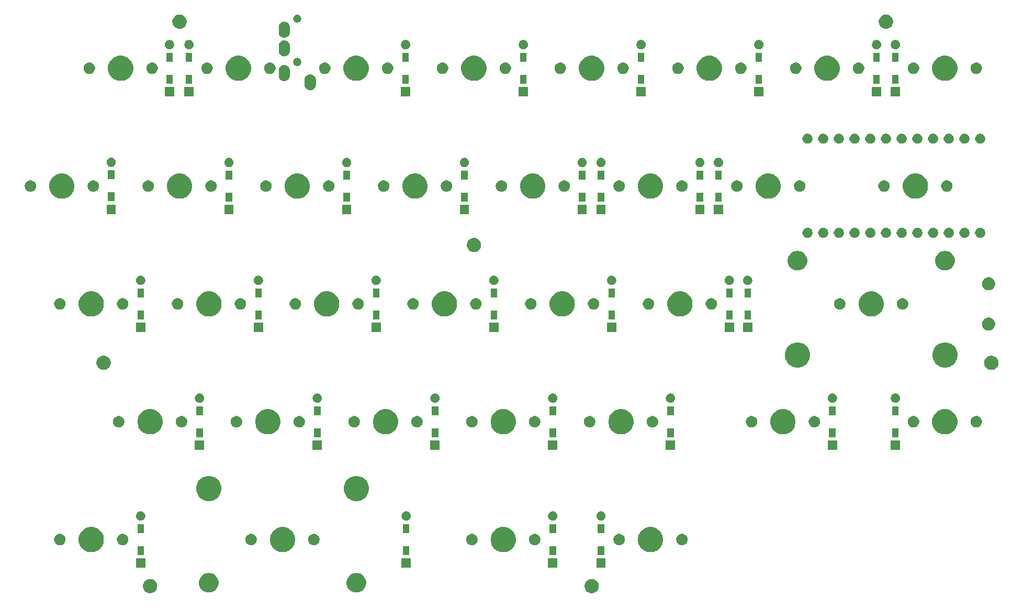
<source format=gts>
G04 #@! TF.GenerationSoftware,KiCad,Pcbnew,(5.1.5-0-10_14)*
G04 #@! TF.CreationDate,2020-08-12T23:14:55+09:00*
G04 #@! TF.ProjectId,iroha60-right,69726f68-6136-4302-9d72-696768742e6b,rev?*
G04 #@! TF.SameCoordinates,Original*
G04 #@! TF.FileFunction,Soldermask,Top*
G04 #@! TF.FilePolarity,Negative*
%FSLAX46Y46*%
G04 Gerber Fmt 4.6, Leading zero omitted, Abs format (unit mm)*
G04 Created by KiCad (PCBNEW (5.1.5-0-10_14)) date 2020-08-12 23:14:55*
%MOMM*%
%LPD*%
G04 APERTURE LIST*
%ADD10C,0.100000*%
G04 APERTURE END LIST*
D10*
G36*
X114524549Y-115933616D02*
G01*
X114635734Y-115955732D01*
X114845203Y-116042497D01*
X115033720Y-116168460D01*
X115194040Y-116328780D01*
X115320003Y-116517297D01*
X115406768Y-116726766D01*
X115451000Y-116949136D01*
X115451000Y-117175864D01*
X115406768Y-117398234D01*
X115320003Y-117607703D01*
X115194040Y-117796220D01*
X115033720Y-117956540D01*
X114845203Y-118082503D01*
X114635734Y-118169268D01*
X114524549Y-118191384D01*
X114413365Y-118213500D01*
X114186635Y-118213500D01*
X114075451Y-118191384D01*
X113964266Y-118169268D01*
X113754797Y-118082503D01*
X113566280Y-117956540D01*
X113405960Y-117796220D01*
X113279997Y-117607703D01*
X113193232Y-117398234D01*
X113149000Y-117175864D01*
X113149000Y-116949136D01*
X113193232Y-116726766D01*
X113279997Y-116517297D01*
X113405960Y-116328780D01*
X113566280Y-116168460D01*
X113754797Y-116042497D01*
X113964266Y-115955732D01*
X114075451Y-115933616D01*
X114186635Y-115911500D01*
X114413365Y-115911500D01*
X114524549Y-115933616D01*
G37*
G36*
X43087049Y-115933616D02*
G01*
X43198234Y-115955732D01*
X43407703Y-116042497D01*
X43596220Y-116168460D01*
X43756540Y-116328780D01*
X43882503Y-116517297D01*
X43969268Y-116726766D01*
X44013500Y-116949136D01*
X44013500Y-117175864D01*
X43969268Y-117398234D01*
X43882503Y-117607703D01*
X43756540Y-117796220D01*
X43596220Y-117956540D01*
X43407703Y-118082503D01*
X43198234Y-118169268D01*
X43087049Y-118191384D01*
X42975865Y-118213500D01*
X42749135Y-118213500D01*
X42637951Y-118191384D01*
X42526766Y-118169268D01*
X42317297Y-118082503D01*
X42128780Y-117956540D01*
X41968460Y-117796220D01*
X41842497Y-117607703D01*
X41755732Y-117398234D01*
X41711500Y-117175864D01*
X41711500Y-116949136D01*
X41755732Y-116726766D01*
X41842497Y-116517297D01*
X41968460Y-116328780D01*
X42128780Y-116168460D01*
X42317297Y-116042497D01*
X42526766Y-115955732D01*
X42637951Y-115933616D01*
X42749135Y-115911500D01*
X42975865Y-115911500D01*
X43087049Y-115933616D01*
G37*
G36*
X52663017Y-114977763D02*
G01*
X52815161Y-115008026D01*
X52933887Y-115057204D01*
X53101791Y-115126752D01*
X53101792Y-115126753D01*
X53359754Y-115299117D01*
X53579133Y-115518496D01*
X53694303Y-115690861D01*
X53751498Y-115776459D01*
X53821046Y-115944363D01*
X53870224Y-116063089D01*
X53930750Y-116367376D01*
X53930750Y-116677624D01*
X53876744Y-116949135D01*
X53870224Y-116981910D01*
X53751498Y-117268541D01*
X53751497Y-117268542D01*
X53579133Y-117526504D01*
X53359754Y-117745883D01*
X53187389Y-117861053D01*
X53101791Y-117918248D01*
X52933887Y-117987796D01*
X52815161Y-118036974D01*
X52663017Y-118067237D01*
X52510875Y-118097500D01*
X52200625Y-118097500D01*
X52048483Y-118067237D01*
X51896339Y-118036974D01*
X51777613Y-117987796D01*
X51609709Y-117918248D01*
X51524111Y-117861053D01*
X51351746Y-117745883D01*
X51132367Y-117526504D01*
X50960003Y-117268542D01*
X50960002Y-117268541D01*
X50841276Y-116981910D01*
X50834757Y-116949135D01*
X50780750Y-116677624D01*
X50780750Y-116367376D01*
X50841276Y-116063089D01*
X50890454Y-115944363D01*
X50960002Y-115776459D01*
X51017197Y-115690861D01*
X51132367Y-115518496D01*
X51351746Y-115299117D01*
X51609708Y-115126753D01*
X51609709Y-115126752D01*
X51777613Y-115057204D01*
X51896339Y-115008026D01*
X52048483Y-114977763D01*
X52200625Y-114947500D01*
X52510875Y-114947500D01*
X52663017Y-114977763D01*
G37*
G36*
X76539017Y-114977763D02*
G01*
X76691161Y-115008026D01*
X76809887Y-115057204D01*
X76977791Y-115126752D01*
X76977792Y-115126753D01*
X77235754Y-115299117D01*
X77455133Y-115518496D01*
X77570303Y-115690861D01*
X77627498Y-115776459D01*
X77697046Y-115944363D01*
X77746224Y-116063089D01*
X77806750Y-116367376D01*
X77806750Y-116677624D01*
X77752744Y-116949135D01*
X77746224Y-116981910D01*
X77627498Y-117268541D01*
X77627497Y-117268542D01*
X77455133Y-117526504D01*
X77235754Y-117745883D01*
X77063389Y-117861053D01*
X76977791Y-117918248D01*
X76809887Y-117987796D01*
X76691161Y-118036974D01*
X76539017Y-118067237D01*
X76386875Y-118097500D01*
X76076625Y-118097500D01*
X75924483Y-118067237D01*
X75772339Y-118036974D01*
X75653613Y-117987796D01*
X75485709Y-117918248D01*
X75400111Y-117861053D01*
X75227746Y-117745883D01*
X75008367Y-117526504D01*
X74836003Y-117268542D01*
X74836002Y-117268541D01*
X74717276Y-116981910D01*
X74710757Y-116949135D01*
X74656750Y-116677624D01*
X74656750Y-116367376D01*
X74717276Y-116063089D01*
X74766454Y-115944363D01*
X74836002Y-115776459D01*
X74893197Y-115690861D01*
X75008367Y-115518496D01*
X75227746Y-115299117D01*
X75485708Y-115126753D01*
X75485709Y-115126752D01*
X75653613Y-115057204D01*
X75772339Y-115008026D01*
X75924483Y-114977763D01*
X76076625Y-114947500D01*
X76386875Y-114947500D01*
X76539017Y-114977763D01*
G37*
G36*
X116574500Y-114097000D02*
G01*
X115075500Y-114097000D01*
X115075500Y-112598000D01*
X116574500Y-112598000D01*
X116574500Y-114097000D01*
G37*
G36*
X108762000Y-114097000D02*
G01*
X107263000Y-114097000D01*
X107263000Y-112598000D01*
X108762000Y-112598000D01*
X108762000Y-114097000D01*
G37*
G36*
X85043250Y-114097000D02*
G01*
X83544250Y-114097000D01*
X83544250Y-112598000D01*
X85043250Y-112598000D01*
X85043250Y-114097000D01*
G37*
G36*
X42087000Y-114097000D02*
G01*
X40588000Y-114097000D01*
X40588000Y-112598000D01*
X42087000Y-112598000D01*
X42087000Y-114097000D01*
G37*
G36*
X108538500Y-112013500D02*
G01*
X107486500Y-112013500D01*
X107486500Y-110611500D01*
X108538500Y-110611500D01*
X108538500Y-112013500D01*
G37*
G36*
X84819750Y-112013500D02*
G01*
X83767750Y-112013500D01*
X83767750Y-110611500D01*
X84819750Y-110611500D01*
X84819750Y-112013500D01*
G37*
G36*
X41863500Y-112013500D02*
G01*
X40811500Y-112013500D01*
X40811500Y-110611500D01*
X41863500Y-110611500D01*
X41863500Y-112013500D01*
G37*
G36*
X116351000Y-112013500D02*
G01*
X115299000Y-112013500D01*
X115299000Y-110611500D01*
X116351000Y-110611500D01*
X116351000Y-112013500D01*
G37*
G36*
X100608974Y-107571184D02*
G01*
X100826974Y-107661483D01*
X100981123Y-107725333D01*
X101316048Y-107949123D01*
X101600877Y-108233952D01*
X101824667Y-108568877D01*
X101857062Y-108647086D01*
X101978816Y-108941026D01*
X102057400Y-109336094D01*
X102057400Y-109738906D01*
X101978816Y-110133974D01*
X101927951Y-110256772D01*
X101824667Y-110506123D01*
X101600877Y-110841048D01*
X101316048Y-111125877D01*
X100981123Y-111349667D01*
X100826974Y-111413517D01*
X100608974Y-111503816D01*
X100213906Y-111582400D01*
X99811094Y-111582400D01*
X99416026Y-111503816D01*
X99198026Y-111413517D01*
X99043877Y-111349667D01*
X98708952Y-111125877D01*
X98424123Y-110841048D01*
X98200333Y-110506123D01*
X98097049Y-110256772D01*
X98046184Y-110133974D01*
X97967600Y-109738906D01*
X97967600Y-109336094D01*
X98046184Y-108941026D01*
X98167938Y-108647086D01*
X98200333Y-108568877D01*
X98424123Y-108233952D01*
X98708952Y-107949123D01*
X99043877Y-107725333D01*
X99198026Y-107661483D01*
X99416026Y-107571184D01*
X99811094Y-107492600D01*
X100213906Y-107492600D01*
X100608974Y-107571184D01*
G37*
G36*
X124421474Y-107571184D02*
G01*
X124639474Y-107661483D01*
X124793623Y-107725333D01*
X125128548Y-107949123D01*
X125413377Y-108233952D01*
X125637167Y-108568877D01*
X125669562Y-108647086D01*
X125791316Y-108941026D01*
X125869900Y-109336094D01*
X125869900Y-109738906D01*
X125791316Y-110133974D01*
X125740451Y-110256772D01*
X125637167Y-110506123D01*
X125413377Y-110841048D01*
X125128548Y-111125877D01*
X124793623Y-111349667D01*
X124639474Y-111413517D01*
X124421474Y-111503816D01*
X124026406Y-111582400D01*
X123623594Y-111582400D01*
X123228526Y-111503816D01*
X123010526Y-111413517D01*
X122856377Y-111349667D01*
X122521452Y-111125877D01*
X122236623Y-110841048D01*
X122012833Y-110506123D01*
X121909549Y-110256772D01*
X121858684Y-110133974D01*
X121780100Y-109738906D01*
X121780100Y-109336094D01*
X121858684Y-108941026D01*
X121980438Y-108647086D01*
X122012833Y-108568877D01*
X122236623Y-108233952D01*
X122521452Y-107949123D01*
X122856377Y-107725333D01*
X123010526Y-107661483D01*
X123228526Y-107571184D01*
X123623594Y-107492600D01*
X124026406Y-107492600D01*
X124421474Y-107571184D01*
G37*
G36*
X64890224Y-107571184D02*
G01*
X65108224Y-107661483D01*
X65262373Y-107725333D01*
X65597298Y-107949123D01*
X65882127Y-108233952D01*
X66105917Y-108568877D01*
X66138312Y-108647086D01*
X66260066Y-108941026D01*
X66338650Y-109336094D01*
X66338650Y-109738906D01*
X66260066Y-110133974D01*
X66209201Y-110256772D01*
X66105917Y-110506123D01*
X65882127Y-110841048D01*
X65597298Y-111125877D01*
X65262373Y-111349667D01*
X65108224Y-111413517D01*
X64890224Y-111503816D01*
X64495156Y-111582400D01*
X64092344Y-111582400D01*
X63697276Y-111503816D01*
X63479276Y-111413517D01*
X63325127Y-111349667D01*
X62990202Y-111125877D01*
X62705373Y-110841048D01*
X62481583Y-110506123D01*
X62378299Y-110256772D01*
X62327434Y-110133974D01*
X62248850Y-109738906D01*
X62248850Y-109336094D01*
X62327434Y-108941026D01*
X62449188Y-108647086D01*
X62481583Y-108568877D01*
X62705373Y-108233952D01*
X62990202Y-107949123D01*
X63325127Y-107725333D01*
X63479276Y-107661483D01*
X63697276Y-107571184D01*
X64092344Y-107492600D01*
X64495156Y-107492600D01*
X64890224Y-107571184D01*
G37*
G36*
X33933974Y-107571184D02*
G01*
X34151974Y-107661483D01*
X34306123Y-107725333D01*
X34641048Y-107949123D01*
X34925877Y-108233952D01*
X35149667Y-108568877D01*
X35182062Y-108647086D01*
X35303816Y-108941026D01*
X35382400Y-109336094D01*
X35382400Y-109738906D01*
X35303816Y-110133974D01*
X35252951Y-110256772D01*
X35149667Y-110506123D01*
X34925877Y-110841048D01*
X34641048Y-111125877D01*
X34306123Y-111349667D01*
X34151974Y-111413517D01*
X33933974Y-111503816D01*
X33538906Y-111582400D01*
X33136094Y-111582400D01*
X32741026Y-111503816D01*
X32523026Y-111413517D01*
X32368877Y-111349667D01*
X32033952Y-111125877D01*
X31749123Y-110841048D01*
X31525333Y-110506123D01*
X31422049Y-110256772D01*
X31371184Y-110133974D01*
X31292600Y-109738906D01*
X31292600Y-109336094D01*
X31371184Y-108941026D01*
X31492938Y-108647086D01*
X31525333Y-108568877D01*
X31749123Y-108233952D01*
X32033952Y-107949123D01*
X32368877Y-107725333D01*
X32523026Y-107661483D01*
X32741026Y-107571184D01*
X33136094Y-107492600D01*
X33538906Y-107492600D01*
X33933974Y-107571184D01*
G37*
G36*
X38687604Y-108647085D02*
G01*
X38856126Y-108716889D01*
X39007791Y-108818228D01*
X39136772Y-108947209D01*
X39238111Y-109098874D01*
X39307915Y-109267396D01*
X39343500Y-109446297D01*
X39343500Y-109628703D01*
X39307915Y-109807604D01*
X39238111Y-109976126D01*
X39136772Y-110127791D01*
X39007791Y-110256772D01*
X38856126Y-110358111D01*
X38687604Y-110427915D01*
X38508703Y-110463500D01*
X38326297Y-110463500D01*
X38147396Y-110427915D01*
X37978874Y-110358111D01*
X37827209Y-110256772D01*
X37698228Y-110127791D01*
X37596889Y-109976126D01*
X37527085Y-109807604D01*
X37491500Y-109628703D01*
X37491500Y-109446297D01*
X37527085Y-109267396D01*
X37596889Y-109098874D01*
X37698228Y-108947209D01*
X37827209Y-108818228D01*
X37978874Y-108716889D01*
X38147396Y-108647085D01*
X38326297Y-108611500D01*
X38508703Y-108611500D01*
X38687604Y-108647085D01*
G37*
G36*
X119015104Y-108647085D02*
G01*
X119183626Y-108716889D01*
X119335291Y-108818228D01*
X119464272Y-108947209D01*
X119565611Y-109098874D01*
X119635415Y-109267396D01*
X119671000Y-109446297D01*
X119671000Y-109628703D01*
X119635415Y-109807604D01*
X119565611Y-109976126D01*
X119464272Y-110127791D01*
X119335291Y-110256772D01*
X119183626Y-110358111D01*
X119015104Y-110427915D01*
X118836203Y-110463500D01*
X118653797Y-110463500D01*
X118474896Y-110427915D01*
X118306374Y-110358111D01*
X118154709Y-110256772D01*
X118025728Y-110127791D01*
X117924389Y-109976126D01*
X117854585Y-109807604D01*
X117819000Y-109628703D01*
X117819000Y-109446297D01*
X117854585Y-109267396D01*
X117924389Y-109098874D01*
X118025728Y-108947209D01*
X118154709Y-108818228D01*
X118306374Y-108716889D01*
X118474896Y-108647085D01*
X118653797Y-108611500D01*
X118836203Y-108611500D01*
X119015104Y-108647085D01*
G37*
G36*
X105362604Y-108647085D02*
G01*
X105531126Y-108716889D01*
X105682791Y-108818228D01*
X105811772Y-108947209D01*
X105913111Y-109098874D01*
X105982915Y-109267396D01*
X106018500Y-109446297D01*
X106018500Y-109628703D01*
X105982915Y-109807604D01*
X105913111Y-109976126D01*
X105811772Y-110127791D01*
X105682791Y-110256772D01*
X105531126Y-110358111D01*
X105362604Y-110427915D01*
X105183703Y-110463500D01*
X105001297Y-110463500D01*
X104822396Y-110427915D01*
X104653874Y-110358111D01*
X104502209Y-110256772D01*
X104373228Y-110127791D01*
X104271889Y-109976126D01*
X104202085Y-109807604D01*
X104166500Y-109628703D01*
X104166500Y-109446297D01*
X104202085Y-109267396D01*
X104271889Y-109098874D01*
X104373228Y-108947209D01*
X104502209Y-108818228D01*
X104653874Y-108716889D01*
X104822396Y-108647085D01*
X105001297Y-108611500D01*
X105183703Y-108611500D01*
X105362604Y-108647085D01*
G37*
G36*
X95202604Y-108647085D02*
G01*
X95371126Y-108716889D01*
X95522791Y-108818228D01*
X95651772Y-108947209D01*
X95753111Y-109098874D01*
X95822915Y-109267396D01*
X95858500Y-109446297D01*
X95858500Y-109628703D01*
X95822915Y-109807604D01*
X95753111Y-109976126D01*
X95651772Y-110127791D01*
X95522791Y-110256772D01*
X95371126Y-110358111D01*
X95202604Y-110427915D01*
X95023703Y-110463500D01*
X94841297Y-110463500D01*
X94662396Y-110427915D01*
X94493874Y-110358111D01*
X94342209Y-110256772D01*
X94213228Y-110127791D01*
X94111889Y-109976126D01*
X94042085Y-109807604D01*
X94006500Y-109628703D01*
X94006500Y-109446297D01*
X94042085Y-109267396D01*
X94111889Y-109098874D01*
X94213228Y-108947209D01*
X94342209Y-108818228D01*
X94493874Y-108716889D01*
X94662396Y-108647085D01*
X94841297Y-108611500D01*
X95023703Y-108611500D01*
X95202604Y-108647085D01*
G37*
G36*
X129175104Y-108647085D02*
G01*
X129343626Y-108716889D01*
X129495291Y-108818228D01*
X129624272Y-108947209D01*
X129725611Y-109098874D01*
X129795415Y-109267396D01*
X129831000Y-109446297D01*
X129831000Y-109628703D01*
X129795415Y-109807604D01*
X129725611Y-109976126D01*
X129624272Y-110127791D01*
X129495291Y-110256772D01*
X129343626Y-110358111D01*
X129175104Y-110427915D01*
X128996203Y-110463500D01*
X128813797Y-110463500D01*
X128634896Y-110427915D01*
X128466374Y-110358111D01*
X128314709Y-110256772D01*
X128185728Y-110127791D01*
X128084389Y-109976126D01*
X128014585Y-109807604D01*
X127979000Y-109628703D01*
X127979000Y-109446297D01*
X128014585Y-109267396D01*
X128084389Y-109098874D01*
X128185728Y-108947209D01*
X128314709Y-108818228D01*
X128466374Y-108716889D01*
X128634896Y-108647085D01*
X128813797Y-108611500D01*
X128996203Y-108611500D01*
X129175104Y-108647085D01*
G37*
G36*
X28527604Y-108647085D02*
G01*
X28696126Y-108716889D01*
X28847791Y-108818228D01*
X28976772Y-108947209D01*
X29078111Y-109098874D01*
X29147915Y-109267396D01*
X29183500Y-109446297D01*
X29183500Y-109628703D01*
X29147915Y-109807604D01*
X29078111Y-109976126D01*
X28976772Y-110127791D01*
X28847791Y-110256772D01*
X28696126Y-110358111D01*
X28527604Y-110427915D01*
X28348703Y-110463500D01*
X28166297Y-110463500D01*
X27987396Y-110427915D01*
X27818874Y-110358111D01*
X27667209Y-110256772D01*
X27538228Y-110127791D01*
X27436889Y-109976126D01*
X27367085Y-109807604D01*
X27331500Y-109628703D01*
X27331500Y-109446297D01*
X27367085Y-109267396D01*
X27436889Y-109098874D01*
X27538228Y-108947209D01*
X27667209Y-108818228D01*
X27818874Y-108716889D01*
X27987396Y-108647085D01*
X28166297Y-108611500D01*
X28348703Y-108611500D01*
X28527604Y-108647085D01*
G37*
G36*
X59483854Y-108647085D02*
G01*
X59652376Y-108716889D01*
X59804041Y-108818228D01*
X59933022Y-108947209D01*
X60034361Y-109098874D01*
X60104165Y-109267396D01*
X60139750Y-109446297D01*
X60139750Y-109628703D01*
X60104165Y-109807604D01*
X60034361Y-109976126D01*
X59933022Y-110127791D01*
X59804041Y-110256772D01*
X59652376Y-110358111D01*
X59483854Y-110427915D01*
X59304953Y-110463500D01*
X59122547Y-110463500D01*
X58943646Y-110427915D01*
X58775124Y-110358111D01*
X58623459Y-110256772D01*
X58494478Y-110127791D01*
X58393139Y-109976126D01*
X58323335Y-109807604D01*
X58287750Y-109628703D01*
X58287750Y-109446297D01*
X58323335Y-109267396D01*
X58393139Y-109098874D01*
X58494478Y-108947209D01*
X58623459Y-108818228D01*
X58775124Y-108716889D01*
X58943646Y-108647085D01*
X59122547Y-108611500D01*
X59304953Y-108611500D01*
X59483854Y-108647085D01*
G37*
G36*
X69643854Y-108647085D02*
G01*
X69812376Y-108716889D01*
X69964041Y-108818228D01*
X70093022Y-108947209D01*
X70194361Y-109098874D01*
X70264165Y-109267396D01*
X70299750Y-109446297D01*
X70299750Y-109628703D01*
X70264165Y-109807604D01*
X70194361Y-109976126D01*
X70093022Y-110127791D01*
X69964041Y-110256772D01*
X69812376Y-110358111D01*
X69643854Y-110427915D01*
X69464953Y-110463500D01*
X69282547Y-110463500D01*
X69103646Y-110427915D01*
X68935124Y-110358111D01*
X68783459Y-110256772D01*
X68654478Y-110127791D01*
X68553139Y-109976126D01*
X68483335Y-109807604D01*
X68447750Y-109628703D01*
X68447750Y-109446297D01*
X68483335Y-109267396D01*
X68553139Y-109098874D01*
X68654478Y-108947209D01*
X68783459Y-108818228D01*
X68935124Y-108716889D01*
X69103646Y-108647085D01*
X69282547Y-108611500D01*
X69464953Y-108611500D01*
X69643854Y-108647085D01*
G37*
G36*
X116351000Y-108463500D02*
G01*
X115299000Y-108463500D01*
X115299000Y-107061500D01*
X116351000Y-107061500D01*
X116351000Y-108463500D01*
G37*
G36*
X108538500Y-108463500D02*
G01*
X107486500Y-108463500D01*
X107486500Y-107061500D01*
X108538500Y-107061500D01*
X108538500Y-108463500D01*
G37*
G36*
X41863500Y-108463500D02*
G01*
X40811500Y-108463500D01*
X40811500Y-107061500D01*
X41863500Y-107061500D01*
X41863500Y-108463500D01*
G37*
G36*
X84819750Y-108463500D02*
G01*
X83767750Y-108463500D01*
X83767750Y-107061500D01*
X84819750Y-107061500D01*
X84819750Y-108463500D01*
G37*
G36*
X84388175Y-104982099D02*
G01*
X84512371Y-105006802D01*
X84648772Y-105063301D01*
X84771529Y-105145325D01*
X84875925Y-105249721D01*
X84957949Y-105372478D01*
X85014448Y-105508879D01*
X85043250Y-105653681D01*
X85043250Y-105801319D01*
X85014448Y-105946121D01*
X84957949Y-106082522D01*
X84875925Y-106205279D01*
X84771529Y-106309675D01*
X84648772Y-106391699D01*
X84512371Y-106448198D01*
X84388175Y-106472901D01*
X84367570Y-106477000D01*
X84219930Y-106477000D01*
X84199325Y-106472901D01*
X84075129Y-106448198D01*
X83938728Y-106391699D01*
X83815971Y-106309675D01*
X83711575Y-106205279D01*
X83629551Y-106082522D01*
X83573052Y-105946121D01*
X83544250Y-105801319D01*
X83544250Y-105653681D01*
X83573052Y-105508879D01*
X83629551Y-105372478D01*
X83711575Y-105249721D01*
X83815971Y-105145325D01*
X83938728Y-105063301D01*
X84075129Y-105006802D01*
X84199325Y-104982099D01*
X84219930Y-104978000D01*
X84367570Y-104978000D01*
X84388175Y-104982099D01*
G37*
G36*
X108106925Y-104982099D02*
G01*
X108231121Y-105006802D01*
X108367522Y-105063301D01*
X108490279Y-105145325D01*
X108594675Y-105249721D01*
X108676699Y-105372478D01*
X108733198Y-105508879D01*
X108762000Y-105653681D01*
X108762000Y-105801319D01*
X108733198Y-105946121D01*
X108676699Y-106082522D01*
X108594675Y-106205279D01*
X108490279Y-106309675D01*
X108367522Y-106391699D01*
X108231121Y-106448198D01*
X108106925Y-106472901D01*
X108086320Y-106477000D01*
X107938680Y-106477000D01*
X107918075Y-106472901D01*
X107793879Y-106448198D01*
X107657478Y-106391699D01*
X107534721Y-106309675D01*
X107430325Y-106205279D01*
X107348301Y-106082522D01*
X107291802Y-105946121D01*
X107263000Y-105801319D01*
X107263000Y-105653681D01*
X107291802Y-105508879D01*
X107348301Y-105372478D01*
X107430325Y-105249721D01*
X107534721Y-105145325D01*
X107657478Y-105063301D01*
X107793879Y-105006802D01*
X107918075Y-104982099D01*
X107938680Y-104978000D01*
X108086320Y-104978000D01*
X108106925Y-104982099D01*
G37*
G36*
X115919425Y-104982099D02*
G01*
X116043621Y-105006802D01*
X116180022Y-105063301D01*
X116302779Y-105145325D01*
X116407175Y-105249721D01*
X116489199Y-105372478D01*
X116545698Y-105508879D01*
X116574500Y-105653681D01*
X116574500Y-105801319D01*
X116545698Y-105946121D01*
X116489199Y-106082522D01*
X116407175Y-106205279D01*
X116302779Y-106309675D01*
X116180022Y-106391699D01*
X116043621Y-106448198D01*
X115919425Y-106472901D01*
X115898820Y-106477000D01*
X115751180Y-106477000D01*
X115730575Y-106472901D01*
X115606379Y-106448198D01*
X115469978Y-106391699D01*
X115347221Y-106309675D01*
X115242825Y-106205279D01*
X115160801Y-106082522D01*
X115104302Y-105946121D01*
X115075500Y-105801319D01*
X115075500Y-105653681D01*
X115104302Y-105508879D01*
X115160801Y-105372478D01*
X115242825Y-105249721D01*
X115347221Y-105145325D01*
X115469978Y-105063301D01*
X115606379Y-105006802D01*
X115730575Y-104982099D01*
X115751180Y-104978000D01*
X115898820Y-104978000D01*
X115919425Y-104982099D01*
G37*
G36*
X41431925Y-104982099D02*
G01*
X41556121Y-105006802D01*
X41692522Y-105063301D01*
X41815279Y-105145325D01*
X41919675Y-105249721D01*
X42001699Y-105372478D01*
X42058198Y-105508879D01*
X42087000Y-105653681D01*
X42087000Y-105801319D01*
X42058198Y-105946121D01*
X42001699Y-106082522D01*
X41919675Y-106205279D01*
X41815279Y-106309675D01*
X41692522Y-106391699D01*
X41556121Y-106448198D01*
X41431925Y-106472901D01*
X41411320Y-106477000D01*
X41263680Y-106477000D01*
X41243075Y-106472901D01*
X41118879Y-106448198D01*
X40982478Y-106391699D01*
X40859721Y-106309675D01*
X40755325Y-106205279D01*
X40673301Y-106082522D01*
X40616802Y-105946121D01*
X40588000Y-105801319D01*
X40588000Y-105653681D01*
X40616802Y-105508879D01*
X40673301Y-105372478D01*
X40755325Y-105249721D01*
X40859721Y-105145325D01*
X40982478Y-105063301D01*
X41118879Y-105006802D01*
X41243075Y-104982099D01*
X41263680Y-104978000D01*
X41411320Y-104978000D01*
X41431925Y-104982099D01*
G37*
G36*
X76828224Y-99316184D02*
G01*
X77046224Y-99406483D01*
X77200373Y-99470333D01*
X77535298Y-99694123D01*
X77820127Y-99978952D01*
X78043917Y-100313877D01*
X78043917Y-100313878D01*
X78198066Y-100686026D01*
X78276650Y-101081094D01*
X78276650Y-101483906D01*
X78198066Y-101878974D01*
X78107767Y-102096974D01*
X78043917Y-102251123D01*
X77820127Y-102586048D01*
X77535298Y-102870877D01*
X77200373Y-103094667D01*
X77046224Y-103158517D01*
X76828224Y-103248816D01*
X76433156Y-103327400D01*
X76030344Y-103327400D01*
X75635276Y-103248816D01*
X75417276Y-103158517D01*
X75263127Y-103094667D01*
X74928202Y-102870877D01*
X74643373Y-102586048D01*
X74419583Y-102251123D01*
X74355733Y-102096974D01*
X74265434Y-101878974D01*
X74186850Y-101483906D01*
X74186850Y-101081094D01*
X74265434Y-100686026D01*
X74419583Y-100313878D01*
X74419583Y-100313877D01*
X74643373Y-99978952D01*
X74928202Y-99694123D01*
X75263127Y-99470333D01*
X75417276Y-99406483D01*
X75635276Y-99316184D01*
X76030344Y-99237600D01*
X76433156Y-99237600D01*
X76828224Y-99316184D01*
G37*
G36*
X52952224Y-99316184D02*
G01*
X53170224Y-99406483D01*
X53324373Y-99470333D01*
X53659298Y-99694123D01*
X53944127Y-99978952D01*
X54167917Y-100313877D01*
X54167917Y-100313878D01*
X54322066Y-100686026D01*
X54400650Y-101081094D01*
X54400650Y-101483906D01*
X54322066Y-101878974D01*
X54231767Y-102096974D01*
X54167917Y-102251123D01*
X53944127Y-102586048D01*
X53659298Y-102870877D01*
X53324373Y-103094667D01*
X53170224Y-103158517D01*
X52952224Y-103248816D01*
X52557156Y-103327400D01*
X52154344Y-103327400D01*
X51759276Y-103248816D01*
X51541276Y-103158517D01*
X51387127Y-103094667D01*
X51052202Y-102870877D01*
X50767373Y-102586048D01*
X50543583Y-102251123D01*
X50479733Y-102096974D01*
X50389434Y-101878974D01*
X50310850Y-101483906D01*
X50310850Y-101081094D01*
X50389434Y-100686026D01*
X50543583Y-100313878D01*
X50543583Y-100313877D01*
X50767373Y-99978952D01*
X51052202Y-99694123D01*
X51387127Y-99470333D01*
X51541276Y-99406483D01*
X51759276Y-99316184D01*
X52154344Y-99237600D01*
X52557156Y-99237600D01*
X52952224Y-99316184D01*
G37*
G36*
X164199500Y-95047000D02*
G01*
X162700500Y-95047000D01*
X162700500Y-93548000D01*
X164199500Y-93548000D01*
X164199500Y-95047000D01*
G37*
G36*
X154005750Y-95047000D02*
G01*
X152506750Y-95047000D01*
X152506750Y-93548000D01*
X154005750Y-93548000D01*
X154005750Y-95047000D01*
G37*
G36*
X127812000Y-95047000D02*
G01*
X126313000Y-95047000D01*
X126313000Y-93548000D01*
X127812000Y-93548000D01*
X127812000Y-95047000D01*
G37*
G36*
X108762000Y-95047000D02*
G01*
X107263000Y-95047000D01*
X107263000Y-93548000D01*
X108762000Y-93548000D01*
X108762000Y-95047000D01*
G37*
G36*
X89712000Y-95047000D02*
G01*
X88213000Y-95047000D01*
X88213000Y-93548000D01*
X89712000Y-93548000D01*
X89712000Y-95047000D01*
G37*
G36*
X51612000Y-95047000D02*
G01*
X50113000Y-95047000D01*
X50113000Y-93548000D01*
X51612000Y-93548000D01*
X51612000Y-95047000D01*
G37*
G36*
X70662000Y-95047000D02*
G01*
X69163000Y-95047000D01*
X69163000Y-93548000D01*
X70662000Y-93548000D01*
X70662000Y-95047000D01*
G37*
G36*
X163976000Y-92963500D02*
G01*
X162924000Y-92963500D01*
X162924000Y-91561500D01*
X163976000Y-91561500D01*
X163976000Y-92963500D01*
G37*
G36*
X153782250Y-92963500D02*
G01*
X152730250Y-92963500D01*
X152730250Y-91561500D01*
X153782250Y-91561500D01*
X153782250Y-92963500D01*
G37*
G36*
X51388500Y-92963500D02*
G01*
X50336500Y-92963500D01*
X50336500Y-91561500D01*
X51388500Y-91561500D01*
X51388500Y-92963500D01*
G37*
G36*
X127588500Y-92963500D02*
G01*
X126536500Y-92963500D01*
X126536500Y-91561500D01*
X127588500Y-91561500D01*
X127588500Y-92963500D01*
G37*
G36*
X70438500Y-92963500D02*
G01*
X69386500Y-92963500D01*
X69386500Y-91561500D01*
X70438500Y-91561500D01*
X70438500Y-92963500D01*
G37*
G36*
X108538500Y-92963500D02*
G01*
X107486500Y-92963500D01*
X107486500Y-91561500D01*
X108538500Y-91561500D01*
X108538500Y-92963500D01*
G37*
G36*
X89488500Y-92963500D02*
G01*
X88436500Y-92963500D01*
X88436500Y-91561500D01*
X89488500Y-91561500D01*
X89488500Y-92963500D01*
G37*
G36*
X62508974Y-88521184D02*
G01*
X62726974Y-88611483D01*
X62881123Y-88675333D01*
X63216048Y-88899123D01*
X63500877Y-89183952D01*
X63724667Y-89518877D01*
X63757062Y-89597086D01*
X63878816Y-89891026D01*
X63957400Y-90286094D01*
X63957400Y-90688906D01*
X63878816Y-91083974D01*
X63827951Y-91206772D01*
X63724667Y-91456123D01*
X63500877Y-91791048D01*
X63216048Y-92075877D01*
X62881123Y-92299667D01*
X62726974Y-92363517D01*
X62508974Y-92453816D01*
X62113906Y-92532400D01*
X61711094Y-92532400D01*
X61316026Y-92453816D01*
X61098026Y-92363517D01*
X60943877Y-92299667D01*
X60608952Y-92075877D01*
X60324123Y-91791048D01*
X60100333Y-91456123D01*
X59997049Y-91206772D01*
X59946184Y-91083974D01*
X59867600Y-90688906D01*
X59867600Y-90286094D01*
X59946184Y-89891026D01*
X60067938Y-89597086D01*
X60100333Y-89518877D01*
X60324123Y-89183952D01*
X60608952Y-88899123D01*
X60943877Y-88675333D01*
X61098026Y-88611483D01*
X61316026Y-88521184D01*
X61711094Y-88442600D01*
X62113906Y-88442600D01*
X62508974Y-88521184D01*
G37*
G36*
X81558974Y-88521184D02*
G01*
X81776974Y-88611483D01*
X81931123Y-88675333D01*
X82266048Y-88899123D01*
X82550877Y-89183952D01*
X82774667Y-89518877D01*
X82807062Y-89597086D01*
X82928816Y-89891026D01*
X83007400Y-90286094D01*
X83007400Y-90688906D01*
X82928816Y-91083974D01*
X82877951Y-91206772D01*
X82774667Y-91456123D01*
X82550877Y-91791048D01*
X82266048Y-92075877D01*
X81931123Y-92299667D01*
X81776974Y-92363517D01*
X81558974Y-92453816D01*
X81163906Y-92532400D01*
X80761094Y-92532400D01*
X80366026Y-92453816D01*
X80148026Y-92363517D01*
X79993877Y-92299667D01*
X79658952Y-92075877D01*
X79374123Y-91791048D01*
X79150333Y-91456123D01*
X79047049Y-91206772D01*
X78996184Y-91083974D01*
X78917600Y-90688906D01*
X78917600Y-90286094D01*
X78996184Y-89891026D01*
X79117938Y-89597086D01*
X79150333Y-89518877D01*
X79374123Y-89183952D01*
X79658952Y-88899123D01*
X79993877Y-88675333D01*
X80148026Y-88611483D01*
X80366026Y-88521184D01*
X80761094Y-88442600D01*
X81163906Y-88442600D01*
X81558974Y-88521184D01*
G37*
G36*
X100608974Y-88521184D02*
G01*
X100826974Y-88611483D01*
X100981123Y-88675333D01*
X101316048Y-88899123D01*
X101600877Y-89183952D01*
X101824667Y-89518877D01*
X101857062Y-89597086D01*
X101978816Y-89891026D01*
X102057400Y-90286094D01*
X102057400Y-90688906D01*
X101978816Y-91083974D01*
X101927951Y-91206772D01*
X101824667Y-91456123D01*
X101600877Y-91791048D01*
X101316048Y-92075877D01*
X100981123Y-92299667D01*
X100826974Y-92363517D01*
X100608974Y-92453816D01*
X100213906Y-92532400D01*
X99811094Y-92532400D01*
X99416026Y-92453816D01*
X99198026Y-92363517D01*
X99043877Y-92299667D01*
X98708952Y-92075877D01*
X98424123Y-91791048D01*
X98200333Y-91456123D01*
X98097049Y-91206772D01*
X98046184Y-91083974D01*
X97967600Y-90688906D01*
X97967600Y-90286094D01*
X98046184Y-89891026D01*
X98167938Y-89597086D01*
X98200333Y-89518877D01*
X98424123Y-89183952D01*
X98708952Y-88899123D01*
X99043877Y-88675333D01*
X99198026Y-88611483D01*
X99416026Y-88521184D01*
X99811094Y-88442600D01*
X100213906Y-88442600D01*
X100608974Y-88521184D01*
G37*
G36*
X119658974Y-88521184D02*
G01*
X119876974Y-88611483D01*
X120031123Y-88675333D01*
X120366048Y-88899123D01*
X120650877Y-89183952D01*
X120874667Y-89518877D01*
X120907062Y-89597086D01*
X121028816Y-89891026D01*
X121107400Y-90286094D01*
X121107400Y-90688906D01*
X121028816Y-91083974D01*
X120977951Y-91206772D01*
X120874667Y-91456123D01*
X120650877Y-91791048D01*
X120366048Y-92075877D01*
X120031123Y-92299667D01*
X119876974Y-92363517D01*
X119658974Y-92453816D01*
X119263906Y-92532400D01*
X118861094Y-92532400D01*
X118466026Y-92453816D01*
X118248026Y-92363517D01*
X118093877Y-92299667D01*
X117758952Y-92075877D01*
X117474123Y-91791048D01*
X117250333Y-91456123D01*
X117147049Y-91206772D01*
X117096184Y-91083974D01*
X117017600Y-90688906D01*
X117017600Y-90286094D01*
X117096184Y-89891026D01*
X117217938Y-89597086D01*
X117250333Y-89518877D01*
X117474123Y-89183952D01*
X117758952Y-88899123D01*
X118093877Y-88675333D01*
X118248026Y-88611483D01*
X118466026Y-88521184D01*
X118861094Y-88442600D01*
X119263906Y-88442600D01*
X119658974Y-88521184D01*
G37*
G36*
X145852724Y-88521184D02*
G01*
X146070724Y-88611483D01*
X146224873Y-88675333D01*
X146559798Y-88899123D01*
X146844627Y-89183952D01*
X147068417Y-89518877D01*
X147100812Y-89597086D01*
X147222566Y-89891026D01*
X147301150Y-90286094D01*
X147301150Y-90688906D01*
X147222566Y-91083974D01*
X147171701Y-91206772D01*
X147068417Y-91456123D01*
X146844627Y-91791048D01*
X146559798Y-92075877D01*
X146224873Y-92299667D01*
X146070724Y-92363517D01*
X145852724Y-92453816D01*
X145457656Y-92532400D01*
X145054844Y-92532400D01*
X144659776Y-92453816D01*
X144441776Y-92363517D01*
X144287627Y-92299667D01*
X143952702Y-92075877D01*
X143667873Y-91791048D01*
X143444083Y-91456123D01*
X143340799Y-91206772D01*
X143289934Y-91083974D01*
X143211350Y-90688906D01*
X143211350Y-90286094D01*
X143289934Y-89891026D01*
X143411688Y-89597086D01*
X143444083Y-89518877D01*
X143667873Y-89183952D01*
X143952702Y-88899123D01*
X144287627Y-88675333D01*
X144441776Y-88611483D01*
X144659776Y-88521184D01*
X145054844Y-88442600D01*
X145457656Y-88442600D01*
X145852724Y-88521184D01*
G37*
G36*
X43458974Y-88521184D02*
G01*
X43676974Y-88611483D01*
X43831123Y-88675333D01*
X44166048Y-88899123D01*
X44450877Y-89183952D01*
X44674667Y-89518877D01*
X44707062Y-89597086D01*
X44828816Y-89891026D01*
X44907400Y-90286094D01*
X44907400Y-90688906D01*
X44828816Y-91083974D01*
X44777951Y-91206772D01*
X44674667Y-91456123D01*
X44450877Y-91791048D01*
X44166048Y-92075877D01*
X43831123Y-92299667D01*
X43676974Y-92363517D01*
X43458974Y-92453816D01*
X43063906Y-92532400D01*
X42661094Y-92532400D01*
X42266026Y-92453816D01*
X42048026Y-92363517D01*
X41893877Y-92299667D01*
X41558952Y-92075877D01*
X41274123Y-91791048D01*
X41050333Y-91456123D01*
X40947049Y-91206772D01*
X40896184Y-91083974D01*
X40817600Y-90688906D01*
X40817600Y-90286094D01*
X40896184Y-89891026D01*
X41017938Y-89597086D01*
X41050333Y-89518877D01*
X41274123Y-89183952D01*
X41558952Y-88899123D01*
X41893877Y-88675333D01*
X42048026Y-88611483D01*
X42266026Y-88521184D01*
X42661094Y-88442600D01*
X43063906Y-88442600D01*
X43458974Y-88521184D01*
G37*
G36*
X172046474Y-88521184D02*
G01*
X172264474Y-88611483D01*
X172418623Y-88675333D01*
X172753548Y-88899123D01*
X173038377Y-89183952D01*
X173262167Y-89518877D01*
X173294562Y-89597086D01*
X173416316Y-89891026D01*
X173494900Y-90286094D01*
X173494900Y-90688906D01*
X173416316Y-91083974D01*
X173365451Y-91206772D01*
X173262167Y-91456123D01*
X173038377Y-91791048D01*
X172753548Y-92075877D01*
X172418623Y-92299667D01*
X172264474Y-92363517D01*
X172046474Y-92453816D01*
X171651406Y-92532400D01*
X171248594Y-92532400D01*
X170853526Y-92453816D01*
X170635526Y-92363517D01*
X170481377Y-92299667D01*
X170146452Y-92075877D01*
X169861623Y-91791048D01*
X169637833Y-91456123D01*
X169534549Y-91206772D01*
X169483684Y-91083974D01*
X169405100Y-90688906D01*
X169405100Y-90286094D01*
X169483684Y-89891026D01*
X169605438Y-89597086D01*
X169637833Y-89518877D01*
X169861623Y-89183952D01*
X170146452Y-88899123D01*
X170481377Y-88675333D01*
X170635526Y-88611483D01*
X170853526Y-88521184D01*
X171248594Y-88442600D01*
X171651406Y-88442600D01*
X172046474Y-88521184D01*
G37*
G36*
X176800104Y-89597085D02*
G01*
X176968626Y-89666889D01*
X177120291Y-89768228D01*
X177249272Y-89897209D01*
X177350611Y-90048874D01*
X177420415Y-90217396D01*
X177456000Y-90396297D01*
X177456000Y-90578703D01*
X177420415Y-90757604D01*
X177350611Y-90926126D01*
X177249272Y-91077791D01*
X177120291Y-91206772D01*
X176968626Y-91308111D01*
X176800104Y-91377915D01*
X176621203Y-91413500D01*
X176438797Y-91413500D01*
X176259896Y-91377915D01*
X176091374Y-91308111D01*
X175939709Y-91206772D01*
X175810728Y-91077791D01*
X175709389Y-90926126D01*
X175639585Y-90757604D01*
X175604000Y-90578703D01*
X175604000Y-90396297D01*
X175639585Y-90217396D01*
X175709389Y-90048874D01*
X175810728Y-89897209D01*
X175939709Y-89768228D01*
X176091374Y-89666889D01*
X176259896Y-89597085D01*
X176438797Y-89561500D01*
X176621203Y-89561500D01*
X176800104Y-89597085D01*
G37*
G36*
X38052604Y-89597085D02*
G01*
X38221126Y-89666889D01*
X38372791Y-89768228D01*
X38501772Y-89897209D01*
X38603111Y-90048874D01*
X38672915Y-90217396D01*
X38708500Y-90396297D01*
X38708500Y-90578703D01*
X38672915Y-90757604D01*
X38603111Y-90926126D01*
X38501772Y-91077791D01*
X38372791Y-91206772D01*
X38221126Y-91308111D01*
X38052604Y-91377915D01*
X37873703Y-91413500D01*
X37691297Y-91413500D01*
X37512396Y-91377915D01*
X37343874Y-91308111D01*
X37192209Y-91206772D01*
X37063228Y-91077791D01*
X36961889Y-90926126D01*
X36892085Y-90757604D01*
X36856500Y-90578703D01*
X36856500Y-90396297D01*
X36892085Y-90217396D01*
X36961889Y-90048874D01*
X37063228Y-89897209D01*
X37192209Y-89768228D01*
X37343874Y-89666889D01*
X37512396Y-89597085D01*
X37691297Y-89561500D01*
X37873703Y-89561500D01*
X38052604Y-89597085D01*
G37*
G36*
X166640104Y-89597085D02*
G01*
X166808626Y-89666889D01*
X166960291Y-89768228D01*
X167089272Y-89897209D01*
X167190611Y-90048874D01*
X167260415Y-90217396D01*
X167296000Y-90396297D01*
X167296000Y-90578703D01*
X167260415Y-90757604D01*
X167190611Y-90926126D01*
X167089272Y-91077791D01*
X166960291Y-91206772D01*
X166808626Y-91308111D01*
X166640104Y-91377915D01*
X166461203Y-91413500D01*
X166278797Y-91413500D01*
X166099896Y-91377915D01*
X165931374Y-91308111D01*
X165779709Y-91206772D01*
X165650728Y-91077791D01*
X165549389Y-90926126D01*
X165479585Y-90757604D01*
X165444000Y-90578703D01*
X165444000Y-90396297D01*
X165479585Y-90217396D01*
X165549389Y-90048874D01*
X165650728Y-89897209D01*
X165779709Y-89768228D01*
X165931374Y-89666889D01*
X166099896Y-89597085D01*
X166278797Y-89561500D01*
X166461203Y-89561500D01*
X166640104Y-89597085D01*
G37*
G36*
X48212604Y-89597085D02*
G01*
X48381126Y-89666889D01*
X48532791Y-89768228D01*
X48661772Y-89897209D01*
X48763111Y-90048874D01*
X48832915Y-90217396D01*
X48868500Y-90396297D01*
X48868500Y-90578703D01*
X48832915Y-90757604D01*
X48763111Y-90926126D01*
X48661772Y-91077791D01*
X48532791Y-91206772D01*
X48381126Y-91308111D01*
X48212604Y-91377915D01*
X48033703Y-91413500D01*
X47851297Y-91413500D01*
X47672396Y-91377915D01*
X47503874Y-91308111D01*
X47352209Y-91206772D01*
X47223228Y-91077791D01*
X47121889Y-90926126D01*
X47052085Y-90757604D01*
X47016500Y-90578703D01*
X47016500Y-90396297D01*
X47052085Y-90217396D01*
X47121889Y-90048874D01*
X47223228Y-89897209D01*
X47352209Y-89768228D01*
X47503874Y-89666889D01*
X47672396Y-89597085D01*
X47851297Y-89561500D01*
X48033703Y-89561500D01*
X48212604Y-89597085D01*
G37*
G36*
X57102604Y-89597085D02*
G01*
X57271126Y-89666889D01*
X57422791Y-89768228D01*
X57551772Y-89897209D01*
X57653111Y-90048874D01*
X57722915Y-90217396D01*
X57758500Y-90396297D01*
X57758500Y-90578703D01*
X57722915Y-90757604D01*
X57653111Y-90926126D01*
X57551772Y-91077791D01*
X57422791Y-91206772D01*
X57271126Y-91308111D01*
X57102604Y-91377915D01*
X56923703Y-91413500D01*
X56741297Y-91413500D01*
X56562396Y-91377915D01*
X56393874Y-91308111D01*
X56242209Y-91206772D01*
X56113228Y-91077791D01*
X56011889Y-90926126D01*
X55942085Y-90757604D01*
X55906500Y-90578703D01*
X55906500Y-90396297D01*
X55942085Y-90217396D01*
X56011889Y-90048874D01*
X56113228Y-89897209D01*
X56242209Y-89768228D01*
X56393874Y-89666889D01*
X56562396Y-89597085D01*
X56741297Y-89561500D01*
X56923703Y-89561500D01*
X57102604Y-89597085D01*
G37*
G36*
X150606354Y-89597085D02*
G01*
X150774876Y-89666889D01*
X150926541Y-89768228D01*
X151055522Y-89897209D01*
X151156861Y-90048874D01*
X151226665Y-90217396D01*
X151262250Y-90396297D01*
X151262250Y-90578703D01*
X151226665Y-90757604D01*
X151156861Y-90926126D01*
X151055522Y-91077791D01*
X150926541Y-91206772D01*
X150774876Y-91308111D01*
X150606354Y-91377915D01*
X150427453Y-91413500D01*
X150245047Y-91413500D01*
X150066146Y-91377915D01*
X149897624Y-91308111D01*
X149745959Y-91206772D01*
X149616978Y-91077791D01*
X149515639Y-90926126D01*
X149445835Y-90757604D01*
X149410250Y-90578703D01*
X149410250Y-90396297D01*
X149445835Y-90217396D01*
X149515639Y-90048874D01*
X149616978Y-89897209D01*
X149745959Y-89768228D01*
X149897624Y-89666889D01*
X150066146Y-89597085D01*
X150245047Y-89561500D01*
X150427453Y-89561500D01*
X150606354Y-89597085D01*
G37*
G36*
X67262604Y-89597085D02*
G01*
X67431126Y-89666889D01*
X67582791Y-89768228D01*
X67711772Y-89897209D01*
X67813111Y-90048874D01*
X67882915Y-90217396D01*
X67918500Y-90396297D01*
X67918500Y-90578703D01*
X67882915Y-90757604D01*
X67813111Y-90926126D01*
X67711772Y-91077791D01*
X67582791Y-91206772D01*
X67431126Y-91308111D01*
X67262604Y-91377915D01*
X67083703Y-91413500D01*
X66901297Y-91413500D01*
X66722396Y-91377915D01*
X66553874Y-91308111D01*
X66402209Y-91206772D01*
X66273228Y-91077791D01*
X66171889Y-90926126D01*
X66102085Y-90757604D01*
X66066500Y-90578703D01*
X66066500Y-90396297D01*
X66102085Y-90217396D01*
X66171889Y-90048874D01*
X66273228Y-89897209D01*
X66402209Y-89768228D01*
X66553874Y-89666889D01*
X66722396Y-89597085D01*
X66901297Y-89561500D01*
X67083703Y-89561500D01*
X67262604Y-89597085D01*
G37*
G36*
X140446354Y-89597085D02*
G01*
X140614876Y-89666889D01*
X140766541Y-89768228D01*
X140895522Y-89897209D01*
X140996861Y-90048874D01*
X141066665Y-90217396D01*
X141102250Y-90396297D01*
X141102250Y-90578703D01*
X141066665Y-90757604D01*
X140996861Y-90926126D01*
X140895522Y-91077791D01*
X140766541Y-91206772D01*
X140614876Y-91308111D01*
X140446354Y-91377915D01*
X140267453Y-91413500D01*
X140085047Y-91413500D01*
X139906146Y-91377915D01*
X139737624Y-91308111D01*
X139585959Y-91206772D01*
X139456978Y-91077791D01*
X139355639Y-90926126D01*
X139285835Y-90757604D01*
X139250250Y-90578703D01*
X139250250Y-90396297D01*
X139285835Y-90217396D01*
X139355639Y-90048874D01*
X139456978Y-89897209D01*
X139585959Y-89768228D01*
X139737624Y-89666889D01*
X139906146Y-89597085D01*
X140085047Y-89561500D01*
X140267453Y-89561500D01*
X140446354Y-89597085D01*
G37*
G36*
X124412604Y-89597085D02*
G01*
X124581126Y-89666889D01*
X124732791Y-89768228D01*
X124861772Y-89897209D01*
X124963111Y-90048874D01*
X125032915Y-90217396D01*
X125068500Y-90396297D01*
X125068500Y-90578703D01*
X125032915Y-90757604D01*
X124963111Y-90926126D01*
X124861772Y-91077791D01*
X124732791Y-91206772D01*
X124581126Y-91308111D01*
X124412604Y-91377915D01*
X124233703Y-91413500D01*
X124051297Y-91413500D01*
X123872396Y-91377915D01*
X123703874Y-91308111D01*
X123552209Y-91206772D01*
X123423228Y-91077791D01*
X123321889Y-90926126D01*
X123252085Y-90757604D01*
X123216500Y-90578703D01*
X123216500Y-90396297D01*
X123252085Y-90217396D01*
X123321889Y-90048874D01*
X123423228Y-89897209D01*
X123552209Y-89768228D01*
X123703874Y-89666889D01*
X123872396Y-89597085D01*
X124051297Y-89561500D01*
X124233703Y-89561500D01*
X124412604Y-89597085D01*
G37*
G36*
X114252604Y-89597085D02*
G01*
X114421126Y-89666889D01*
X114572791Y-89768228D01*
X114701772Y-89897209D01*
X114803111Y-90048874D01*
X114872915Y-90217396D01*
X114908500Y-90396297D01*
X114908500Y-90578703D01*
X114872915Y-90757604D01*
X114803111Y-90926126D01*
X114701772Y-91077791D01*
X114572791Y-91206772D01*
X114421126Y-91308111D01*
X114252604Y-91377915D01*
X114073703Y-91413500D01*
X113891297Y-91413500D01*
X113712396Y-91377915D01*
X113543874Y-91308111D01*
X113392209Y-91206772D01*
X113263228Y-91077791D01*
X113161889Y-90926126D01*
X113092085Y-90757604D01*
X113056500Y-90578703D01*
X113056500Y-90396297D01*
X113092085Y-90217396D01*
X113161889Y-90048874D01*
X113263228Y-89897209D01*
X113392209Y-89768228D01*
X113543874Y-89666889D01*
X113712396Y-89597085D01*
X113891297Y-89561500D01*
X114073703Y-89561500D01*
X114252604Y-89597085D01*
G37*
G36*
X105362604Y-89597085D02*
G01*
X105531126Y-89666889D01*
X105682791Y-89768228D01*
X105811772Y-89897209D01*
X105913111Y-90048874D01*
X105982915Y-90217396D01*
X106018500Y-90396297D01*
X106018500Y-90578703D01*
X105982915Y-90757604D01*
X105913111Y-90926126D01*
X105811772Y-91077791D01*
X105682791Y-91206772D01*
X105531126Y-91308111D01*
X105362604Y-91377915D01*
X105183703Y-91413500D01*
X105001297Y-91413500D01*
X104822396Y-91377915D01*
X104653874Y-91308111D01*
X104502209Y-91206772D01*
X104373228Y-91077791D01*
X104271889Y-90926126D01*
X104202085Y-90757604D01*
X104166500Y-90578703D01*
X104166500Y-90396297D01*
X104202085Y-90217396D01*
X104271889Y-90048874D01*
X104373228Y-89897209D01*
X104502209Y-89768228D01*
X104653874Y-89666889D01*
X104822396Y-89597085D01*
X105001297Y-89561500D01*
X105183703Y-89561500D01*
X105362604Y-89597085D01*
G37*
G36*
X95202604Y-89597085D02*
G01*
X95371126Y-89666889D01*
X95522791Y-89768228D01*
X95651772Y-89897209D01*
X95753111Y-90048874D01*
X95822915Y-90217396D01*
X95858500Y-90396297D01*
X95858500Y-90578703D01*
X95822915Y-90757604D01*
X95753111Y-90926126D01*
X95651772Y-91077791D01*
X95522791Y-91206772D01*
X95371126Y-91308111D01*
X95202604Y-91377915D01*
X95023703Y-91413500D01*
X94841297Y-91413500D01*
X94662396Y-91377915D01*
X94493874Y-91308111D01*
X94342209Y-91206772D01*
X94213228Y-91077791D01*
X94111889Y-90926126D01*
X94042085Y-90757604D01*
X94006500Y-90578703D01*
X94006500Y-90396297D01*
X94042085Y-90217396D01*
X94111889Y-90048874D01*
X94213228Y-89897209D01*
X94342209Y-89768228D01*
X94493874Y-89666889D01*
X94662396Y-89597085D01*
X94841297Y-89561500D01*
X95023703Y-89561500D01*
X95202604Y-89597085D01*
G37*
G36*
X86312604Y-89597085D02*
G01*
X86481126Y-89666889D01*
X86632791Y-89768228D01*
X86761772Y-89897209D01*
X86863111Y-90048874D01*
X86932915Y-90217396D01*
X86968500Y-90396297D01*
X86968500Y-90578703D01*
X86932915Y-90757604D01*
X86863111Y-90926126D01*
X86761772Y-91077791D01*
X86632791Y-91206772D01*
X86481126Y-91308111D01*
X86312604Y-91377915D01*
X86133703Y-91413500D01*
X85951297Y-91413500D01*
X85772396Y-91377915D01*
X85603874Y-91308111D01*
X85452209Y-91206772D01*
X85323228Y-91077791D01*
X85221889Y-90926126D01*
X85152085Y-90757604D01*
X85116500Y-90578703D01*
X85116500Y-90396297D01*
X85152085Y-90217396D01*
X85221889Y-90048874D01*
X85323228Y-89897209D01*
X85452209Y-89768228D01*
X85603874Y-89666889D01*
X85772396Y-89597085D01*
X85951297Y-89561500D01*
X86133703Y-89561500D01*
X86312604Y-89597085D01*
G37*
G36*
X76152604Y-89597085D02*
G01*
X76321126Y-89666889D01*
X76472791Y-89768228D01*
X76601772Y-89897209D01*
X76703111Y-90048874D01*
X76772915Y-90217396D01*
X76808500Y-90396297D01*
X76808500Y-90578703D01*
X76772915Y-90757604D01*
X76703111Y-90926126D01*
X76601772Y-91077791D01*
X76472791Y-91206772D01*
X76321126Y-91308111D01*
X76152604Y-91377915D01*
X75973703Y-91413500D01*
X75791297Y-91413500D01*
X75612396Y-91377915D01*
X75443874Y-91308111D01*
X75292209Y-91206772D01*
X75163228Y-91077791D01*
X75061889Y-90926126D01*
X74992085Y-90757604D01*
X74956500Y-90578703D01*
X74956500Y-90396297D01*
X74992085Y-90217396D01*
X75061889Y-90048874D01*
X75163228Y-89897209D01*
X75292209Y-89768228D01*
X75443874Y-89666889D01*
X75612396Y-89597085D01*
X75791297Y-89561500D01*
X75973703Y-89561500D01*
X76152604Y-89597085D01*
G37*
G36*
X70438500Y-89413500D02*
G01*
X69386500Y-89413500D01*
X69386500Y-88011500D01*
X70438500Y-88011500D01*
X70438500Y-89413500D01*
G37*
G36*
X89488500Y-89413500D02*
G01*
X88436500Y-89413500D01*
X88436500Y-88011500D01*
X89488500Y-88011500D01*
X89488500Y-89413500D01*
G37*
G36*
X108538500Y-89413500D02*
G01*
X107486500Y-89413500D01*
X107486500Y-88011500D01*
X108538500Y-88011500D01*
X108538500Y-89413500D01*
G37*
G36*
X127588500Y-89413500D02*
G01*
X126536500Y-89413500D01*
X126536500Y-88011500D01*
X127588500Y-88011500D01*
X127588500Y-89413500D01*
G37*
G36*
X51388500Y-89413500D02*
G01*
X50336500Y-89413500D01*
X50336500Y-88011500D01*
X51388500Y-88011500D01*
X51388500Y-89413500D01*
G37*
G36*
X163976000Y-89413500D02*
G01*
X162924000Y-89413500D01*
X162924000Y-88011500D01*
X163976000Y-88011500D01*
X163976000Y-89413500D01*
G37*
G36*
X153782250Y-89413500D02*
G01*
X152730250Y-89413500D01*
X152730250Y-88011500D01*
X153782250Y-88011500D01*
X153782250Y-89413500D01*
G37*
G36*
X108106925Y-85932099D02*
G01*
X108231121Y-85956802D01*
X108367522Y-86013301D01*
X108490279Y-86095325D01*
X108594675Y-86199721D01*
X108676699Y-86322478D01*
X108733198Y-86458879D01*
X108762000Y-86603681D01*
X108762000Y-86751319D01*
X108733198Y-86896121D01*
X108676699Y-87032522D01*
X108594675Y-87155279D01*
X108490279Y-87259675D01*
X108367522Y-87341699D01*
X108231121Y-87398198D01*
X108106925Y-87422901D01*
X108086320Y-87427000D01*
X107938680Y-87427000D01*
X107918075Y-87422901D01*
X107793879Y-87398198D01*
X107657478Y-87341699D01*
X107534721Y-87259675D01*
X107430325Y-87155279D01*
X107348301Y-87032522D01*
X107291802Y-86896121D01*
X107263000Y-86751319D01*
X107263000Y-86603681D01*
X107291802Y-86458879D01*
X107348301Y-86322478D01*
X107430325Y-86199721D01*
X107534721Y-86095325D01*
X107657478Y-86013301D01*
X107793879Y-85956802D01*
X107918075Y-85932099D01*
X107938680Y-85928000D01*
X108086320Y-85928000D01*
X108106925Y-85932099D01*
G37*
G36*
X50956925Y-85932099D02*
G01*
X51081121Y-85956802D01*
X51217522Y-86013301D01*
X51340279Y-86095325D01*
X51444675Y-86199721D01*
X51526699Y-86322478D01*
X51583198Y-86458879D01*
X51612000Y-86603681D01*
X51612000Y-86751319D01*
X51583198Y-86896121D01*
X51526699Y-87032522D01*
X51444675Y-87155279D01*
X51340279Y-87259675D01*
X51217522Y-87341699D01*
X51081121Y-87398198D01*
X50956925Y-87422901D01*
X50936320Y-87427000D01*
X50788680Y-87427000D01*
X50768075Y-87422901D01*
X50643879Y-87398198D01*
X50507478Y-87341699D01*
X50384721Y-87259675D01*
X50280325Y-87155279D01*
X50198301Y-87032522D01*
X50141802Y-86896121D01*
X50113000Y-86751319D01*
X50113000Y-86603681D01*
X50141802Y-86458879D01*
X50198301Y-86322478D01*
X50280325Y-86199721D01*
X50384721Y-86095325D01*
X50507478Y-86013301D01*
X50643879Y-85956802D01*
X50768075Y-85932099D01*
X50788680Y-85928000D01*
X50936320Y-85928000D01*
X50956925Y-85932099D01*
G37*
G36*
X127156925Y-85932099D02*
G01*
X127281121Y-85956802D01*
X127417522Y-86013301D01*
X127540279Y-86095325D01*
X127644675Y-86199721D01*
X127726699Y-86322478D01*
X127783198Y-86458879D01*
X127812000Y-86603681D01*
X127812000Y-86751319D01*
X127783198Y-86896121D01*
X127726699Y-87032522D01*
X127644675Y-87155279D01*
X127540279Y-87259675D01*
X127417522Y-87341699D01*
X127281121Y-87398198D01*
X127156925Y-87422901D01*
X127136320Y-87427000D01*
X126988680Y-87427000D01*
X126968075Y-87422901D01*
X126843879Y-87398198D01*
X126707478Y-87341699D01*
X126584721Y-87259675D01*
X126480325Y-87155279D01*
X126398301Y-87032522D01*
X126341802Y-86896121D01*
X126313000Y-86751319D01*
X126313000Y-86603681D01*
X126341802Y-86458879D01*
X126398301Y-86322478D01*
X126480325Y-86199721D01*
X126584721Y-86095325D01*
X126707478Y-86013301D01*
X126843879Y-85956802D01*
X126968075Y-85932099D01*
X126988680Y-85928000D01*
X127136320Y-85928000D01*
X127156925Y-85932099D01*
G37*
G36*
X70006925Y-85932099D02*
G01*
X70131121Y-85956802D01*
X70267522Y-86013301D01*
X70390279Y-86095325D01*
X70494675Y-86199721D01*
X70576699Y-86322478D01*
X70633198Y-86458879D01*
X70662000Y-86603681D01*
X70662000Y-86751319D01*
X70633198Y-86896121D01*
X70576699Y-87032522D01*
X70494675Y-87155279D01*
X70390279Y-87259675D01*
X70267522Y-87341699D01*
X70131121Y-87398198D01*
X70006925Y-87422901D01*
X69986320Y-87427000D01*
X69838680Y-87427000D01*
X69818075Y-87422901D01*
X69693879Y-87398198D01*
X69557478Y-87341699D01*
X69434721Y-87259675D01*
X69330325Y-87155279D01*
X69248301Y-87032522D01*
X69191802Y-86896121D01*
X69163000Y-86751319D01*
X69163000Y-86603681D01*
X69191802Y-86458879D01*
X69248301Y-86322478D01*
X69330325Y-86199721D01*
X69434721Y-86095325D01*
X69557478Y-86013301D01*
X69693879Y-85956802D01*
X69818075Y-85932099D01*
X69838680Y-85928000D01*
X69986320Y-85928000D01*
X70006925Y-85932099D01*
G37*
G36*
X153350675Y-85932099D02*
G01*
X153474871Y-85956802D01*
X153611272Y-86013301D01*
X153734029Y-86095325D01*
X153838425Y-86199721D01*
X153920449Y-86322478D01*
X153976948Y-86458879D01*
X154005750Y-86603681D01*
X154005750Y-86751319D01*
X153976948Y-86896121D01*
X153920449Y-87032522D01*
X153838425Y-87155279D01*
X153734029Y-87259675D01*
X153611272Y-87341699D01*
X153474871Y-87398198D01*
X153350675Y-87422901D01*
X153330070Y-87427000D01*
X153182430Y-87427000D01*
X153161825Y-87422901D01*
X153037629Y-87398198D01*
X152901228Y-87341699D01*
X152778471Y-87259675D01*
X152674075Y-87155279D01*
X152592051Y-87032522D01*
X152535552Y-86896121D01*
X152506750Y-86751319D01*
X152506750Y-86603681D01*
X152535552Y-86458879D01*
X152592051Y-86322478D01*
X152674075Y-86199721D01*
X152778471Y-86095325D01*
X152901228Y-86013301D01*
X153037629Y-85956802D01*
X153161825Y-85932099D01*
X153182430Y-85928000D01*
X153330070Y-85928000D01*
X153350675Y-85932099D01*
G37*
G36*
X89056925Y-85932099D02*
G01*
X89181121Y-85956802D01*
X89317522Y-86013301D01*
X89440279Y-86095325D01*
X89544675Y-86199721D01*
X89626699Y-86322478D01*
X89683198Y-86458879D01*
X89712000Y-86603681D01*
X89712000Y-86751319D01*
X89683198Y-86896121D01*
X89626699Y-87032522D01*
X89544675Y-87155279D01*
X89440279Y-87259675D01*
X89317522Y-87341699D01*
X89181121Y-87398198D01*
X89056925Y-87422901D01*
X89036320Y-87427000D01*
X88888680Y-87427000D01*
X88868075Y-87422901D01*
X88743879Y-87398198D01*
X88607478Y-87341699D01*
X88484721Y-87259675D01*
X88380325Y-87155279D01*
X88298301Y-87032522D01*
X88241802Y-86896121D01*
X88213000Y-86751319D01*
X88213000Y-86603681D01*
X88241802Y-86458879D01*
X88298301Y-86322478D01*
X88380325Y-86199721D01*
X88484721Y-86095325D01*
X88607478Y-86013301D01*
X88743879Y-85956802D01*
X88868075Y-85932099D01*
X88888680Y-85928000D01*
X89036320Y-85928000D01*
X89056925Y-85932099D01*
G37*
G36*
X163544425Y-85932099D02*
G01*
X163668621Y-85956802D01*
X163805022Y-86013301D01*
X163927779Y-86095325D01*
X164032175Y-86199721D01*
X164114199Y-86322478D01*
X164170698Y-86458879D01*
X164199500Y-86603681D01*
X164199500Y-86751319D01*
X164170698Y-86896121D01*
X164114199Y-87032522D01*
X164032175Y-87155279D01*
X163927779Y-87259675D01*
X163805022Y-87341699D01*
X163668621Y-87398198D01*
X163544425Y-87422901D01*
X163523820Y-87427000D01*
X163376180Y-87427000D01*
X163355575Y-87422901D01*
X163231379Y-87398198D01*
X163094978Y-87341699D01*
X162972221Y-87259675D01*
X162867825Y-87155279D01*
X162785801Y-87032522D01*
X162729302Y-86896121D01*
X162700500Y-86751319D01*
X162700500Y-86603681D01*
X162729302Y-86458879D01*
X162785801Y-86322478D01*
X162867825Y-86199721D01*
X162972221Y-86095325D01*
X163094978Y-86013301D01*
X163231379Y-85956802D01*
X163355575Y-85932099D01*
X163376180Y-85928000D01*
X163523820Y-85928000D01*
X163544425Y-85932099D01*
G37*
G36*
X179199549Y-79833616D02*
G01*
X179310734Y-79855732D01*
X179520203Y-79942497D01*
X179708720Y-80068460D01*
X179869040Y-80228780D01*
X179995003Y-80417297D01*
X180081768Y-80626766D01*
X180126000Y-80849136D01*
X180126000Y-81075864D01*
X180081768Y-81298234D01*
X179995003Y-81507703D01*
X179869040Y-81696220D01*
X179708720Y-81856540D01*
X179520203Y-81982503D01*
X179310734Y-82069268D01*
X179199549Y-82091384D01*
X179088365Y-82113500D01*
X178861635Y-82113500D01*
X178750451Y-82091384D01*
X178639266Y-82069268D01*
X178429797Y-81982503D01*
X178241280Y-81856540D01*
X178080960Y-81696220D01*
X177954997Y-81507703D01*
X177868232Y-81298234D01*
X177824000Y-81075864D01*
X177824000Y-80849136D01*
X177868232Y-80626766D01*
X177954997Y-80417297D01*
X178080960Y-80228780D01*
X178241280Y-80068460D01*
X178429797Y-79942497D01*
X178639266Y-79855732D01*
X178750451Y-79833616D01*
X178861635Y-79811500D01*
X179088365Y-79811500D01*
X179199549Y-79833616D01*
G37*
G36*
X35562049Y-79833616D02*
G01*
X35673234Y-79855732D01*
X35882703Y-79942497D01*
X36071220Y-80068460D01*
X36231540Y-80228780D01*
X36357503Y-80417297D01*
X36444268Y-80626766D01*
X36488500Y-80849136D01*
X36488500Y-81075864D01*
X36444268Y-81298234D01*
X36357503Y-81507703D01*
X36231540Y-81696220D01*
X36071220Y-81856540D01*
X35882703Y-81982503D01*
X35673234Y-82069268D01*
X35562049Y-82091384D01*
X35450865Y-82113500D01*
X35224135Y-82113500D01*
X35112951Y-82091384D01*
X35001766Y-82069268D01*
X34792297Y-81982503D01*
X34603780Y-81856540D01*
X34443460Y-81696220D01*
X34317497Y-81507703D01*
X34230732Y-81298234D01*
X34186500Y-81075864D01*
X34186500Y-80849136D01*
X34230732Y-80626766D01*
X34317497Y-80417297D01*
X34443460Y-80228780D01*
X34603780Y-80068460D01*
X34792297Y-79942497D01*
X35001766Y-79855732D01*
X35112951Y-79833616D01*
X35224135Y-79811500D01*
X35450865Y-79811500D01*
X35562049Y-79833616D01*
G37*
G36*
X172078224Y-77726184D02*
G01*
X172296224Y-77816483D01*
X172450373Y-77880333D01*
X172785298Y-78104123D01*
X173070127Y-78388952D01*
X173293917Y-78723877D01*
X173293917Y-78723878D01*
X173448066Y-79096026D01*
X173526650Y-79491094D01*
X173526650Y-79893906D01*
X173448066Y-80288974D01*
X173394913Y-80417297D01*
X173293917Y-80661123D01*
X173070127Y-80996048D01*
X172785298Y-81280877D01*
X172450373Y-81504667D01*
X172296224Y-81568517D01*
X172078224Y-81658816D01*
X171683156Y-81737400D01*
X171280344Y-81737400D01*
X170885276Y-81658816D01*
X170667276Y-81568517D01*
X170513127Y-81504667D01*
X170178202Y-81280877D01*
X169893373Y-80996048D01*
X169669583Y-80661123D01*
X169568587Y-80417297D01*
X169515434Y-80288974D01*
X169436850Y-79893906D01*
X169436850Y-79491094D01*
X169515434Y-79096026D01*
X169669583Y-78723878D01*
X169669583Y-78723877D01*
X169893373Y-78388952D01*
X170178202Y-78104123D01*
X170513127Y-77880333D01*
X170667276Y-77816483D01*
X170885276Y-77726184D01*
X171280344Y-77647600D01*
X171683156Y-77647600D01*
X172078224Y-77726184D01*
G37*
G36*
X148202224Y-77726184D02*
G01*
X148420224Y-77816483D01*
X148574373Y-77880333D01*
X148909298Y-78104123D01*
X149194127Y-78388952D01*
X149417917Y-78723877D01*
X149417917Y-78723878D01*
X149572066Y-79096026D01*
X149650650Y-79491094D01*
X149650650Y-79893906D01*
X149572066Y-80288974D01*
X149518913Y-80417297D01*
X149417917Y-80661123D01*
X149194127Y-80996048D01*
X148909298Y-81280877D01*
X148574373Y-81504667D01*
X148420224Y-81568517D01*
X148202224Y-81658816D01*
X147807156Y-81737400D01*
X147404344Y-81737400D01*
X147009276Y-81658816D01*
X146791276Y-81568517D01*
X146637127Y-81504667D01*
X146302202Y-81280877D01*
X146017373Y-80996048D01*
X145793583Y-80661123D01*
X145692587Y-80417297D01*
X145639434Y-80288974D01*
X145560850Y-79893906D01*
X145560850Y-79491094D01*
X145639434Y-79096026D01*
X145793583Y-78723878D01*
X145793583Y-78723877D01*
X146017373Y-78388952D01*
X146302202Y-78104123D01*
X146637127Y-77880333D01*
X146791276Y-77816483D01*
X147009276Y-77726184D01*
X147404344Y-77647600D01*
X147807156Y-77647600D01*
X148202224Y-77726184D01*
G37*
G36*
X61137000Y-75997000D02*
G01*
X59638000Y-75997000D01*
X59638000Y-74498000D01*
X61137000Y-74498000D01*
X61137000Y-75997000D01*
G37*
G36*
X99237000Y-75997000D02*
G01*
X97738000Y-75997000D01*
X97738000Y-74498000D01*
X99237000Y-74498000D01*
X99237000Y-75997000D01*
G37*
G36*
X118287000Y-75997000D02*
G01*
X116788000Y-75997000D01*
X116788000Y-74498000D01*
X118287000Y-74498000D01*
X118287000Y-75997000D01*
G37*
G36*
X137337000Y-75997000D02*
G01*
X135838000Y-75997000D01*
X135838000Y-74498000D01*
X137337000Y-74498000D01*
X137337000Y-75997000D01*
G37*
G36*
X140293250Y-75997000D02*
G01*
X138794250Y-75997000D01*
X138794250Y-74498000D01*
X140293250Y-74498000D01*
X140293250Y-75997000D01*
G37*
G36*
X80187000Y-75997000D02*
G01*
X78688000Y-75997000D01*
X78688000Y-74498000D01*
X80187000Y-74498000D01*
X80187000Y-75997000D01*
G37*
G36*
X42087000Y-75997000D02*
G01*
X40588000Y-75997000D01*
X40588000Y-74498000D01*
X42087000Y-74498000D01*
X42087000Y-75997000D01*
G37*
G36*
X178850314Y-73676889D02*
G01*
X179041583Y-73756115D01*
X179041585Y-73756116D01*
X179213723Y-73871135D01*
X179360115Y-74017527D01*
X179475135Y-74189667D01*
X179554361Y-74380936D01*
X179594750Y-74583984D01*
X179594750Y-74791016D01*
X179554361Y-74994064D01*
X179475135Y-75185333D01*
X179475134Y-75185335D01*
X179360115Y-75357473D01*
X179213723Y-75503865D01*
X179041585Y-75618884D01*
X179041584Y-75618885D01*
X179041583Y-75618885D01*
X178850314Y-75698111D01*
X178647266Y-75738500D01*
X178440234Y-75738500D01*
X178237186Y-75698111D01*
X178045917Y-75618885D01*
X178045916Y-75618885D01*
X178045915Y-75618884D01*
X177873777Y-75503865D01*
X177727385Y-75357473D01*
X177612366Y-75185335D01*
X177612365Y-75185333D01*
X177533139Y-74994064D01*
X177492750Y-74791016D01*
X177492750Y-74583984D01*
X177533139Y-74380936D01*
X177612365Y-74189667D01*
X177727385Y-74017527D01*
X177873777Y-73871135D01*
X178045915Y-73756116D01*
X178045917Y-73756115D01*
X178237186Y-73676889D01*
X178440234Y-73636500D01*
X178647266Y-73636500D01*
X178850314Y-73676889D01*
G37*
G36*
X137113500Y-73913500D02*
G01*
X136061500Y-73913500D01*
X136061500Y-72511500D01*
X137113500Y-72511500D01*
X137113500Y-73913500D01*
G37*
G36*
X118063500Y-73913500D02*
G01*
X117011500Y-73913500D01*
X117011500Y-72511500D01*
X118063500Y-72511500D01*
X118063500Y-73913500D01*
G37*
G36*
X99013500Y-73913500D02*
G01*
X97961500Y-73913500D01*
X97961500Y-72511500D01*
X99013500Y-72511500D01*
X99013500Y-73913500D01*
G37*
G36*
X79963500Y-73913500D02*
G01*
X78911500Y-73913500D01*
X78911500Y-72511500D01*
X79963500Y-72511500D01*
X79963500Y-73913500D01*
G37*
G36*
X60913500Y-73913500D02*
G01*
X59861500Y-73913500D01*
X59861500Y-72511500D01*
X60913500Y-72511500D01*
X60913500Y-73913500D01*
G37*
G36*
X41863500Y-73913500D02*
G01*
X40811500Y-73913500D01*
X40811500Y-72511500D01*
X41863500Y-72511500D01*
X41863500Y-73913500D01*
G37*
G36*
X140069750Y-73913500D02*
G01*
X139017750Y-73913500D01*
X139017750Y-72511500D01*
X140069750Y-72511500D01*
X140069750Y-73913500D01*
G37*
G36*
X52983974Y-69471184D02*
G01*
X53201974Y-69561483D01*
X53356123Y-69625333D01*
X53691048Y-69849123D01*
X53975877Y-70133952D01*
X54199667Y-70468877D01*
X54232062Y-70547086D01*
X54353816Y-70841026D01*
X54432400Y-71236094D01*
X54432400Y-71638906D01*
X54353816Y-72033974D01*
X54302951Y-72156772D01*
X54199667Y-72406123D01*
X53975877Y-72741048D01*
X53691048Y-73025877D01*
X53356123Y-73249667D01*
X53201974Y-73313517D01*
X52983974Y-73403816D01*
X52588906Y-73482400D01*
X52186094Y-73482400D01*
X51791026Y-73403816D01*
X51573026Y-73313517D01*
X51418877Y-73249667D01*
X51083952Y-73025877D01*
X50799123Y-72741048D01*
X50575333Y-72406123D01*
X50472049Y-72156772D01*
X50421184Y-72033974D01*
X50342600Y-71638906D01*
X50342600Y-71236094D01*
X50421184Y-70841026D01*
X50542938Y-70547086D01*
X50575333Y-70468877D01*
X50799123Y-70133952D01*
X51083952Y-69849123D01*
X51418877Y-69625333D01*
X51573026Y-69561483D01*
X51791026Y-69471184D01*
X52186094Y-69392600D01*
X52588906Y-69392600D01*
X52983974Y-69471184D01*
G37*
G36*
X72033974Y-69471184D02*
G01*
X72251974Y-69561483D01*
X72406123Y-69625333D01*
X72741048Y-69849123D01*
X73025877Y-70133952D01*
X73249667Y-70468877D01*
X73282062Y-70547086D01*
X73403816Y-70841026D01*
X73482400Y-71236094D01*
X73482400Y-71638906D01*
X73403816Y-72033974D01*
X73352951Y-72156772D01*
X73249667Y-72406123D01*
X73025877Y-72741048D01*
X72741048Y-73025877D01*
X72406123Y-73249667D01*
X72251974Y-73313517D01*
X72033974Y-73403816D01*
X71638906Y-73482400D01*
X71236094Y-73482400D01*
X70841026Y-73403816D01*
X70623026Y-73313517D01*
X70468877Y-73249667D01*
X70133952Y-73025877D01*
X69849123Y-72741048D01*
X69625333Y-72406123D01*
X69522049Y-72156772D01*
X69471184Y-72033974D01*
X69392600Y-71638906D01*
X69392600Y-71236094D01*
X69471184Y-70841026D01*
X69592938Y-70547086D01*
X69625333Y-70468877D01*
X69849123Y-70133952D01*
X70133952Y-69849123D01*
X70468877Y-69625333D01*
X70623026Y-69561483D01*
X70841026Y-69471184D01*
X71236094Y-69392600D01*
X71638906Y-69392600D01*
X72033974Y-69471184D01*
G37*
G36*
X129183974Y-69471184D02*
G01*
X129401974Y-69561483D01*
X129556123Y-69625333D01*
X129891048Y-69849123D01*
X130175877Y-70133952D01*
X130399667Y-70468877D01*
X130432062Y-70547086D01*
X130553816Y-70841026D01*
X130632400Y-71236094D01*
X130632400Y-71638906D01*
X130553816Y-72033974D01*
X130502951Y-72156772D01*
X130399667Y-72406123D01*
X130175877Y-72741048D01*
X129891048Y-73025877D01*
X129556123Y-73249667D01*
X129401974Y-73313517D01*
X129183974Y-73403816D01*
X128788906Y-73482400D01*
X128386094Y-73482400D01*
X127991026Y-73403816D01*
X127773026Y-73313517D01*
X127618877Y-73249667D01*
X127283952Y-73025877D01*
X126999123Y-72741048D01*
X126775333Y-72406123D01*
X126672049Y-72156772D01*
X126621184Y-72033974D01*
X126542600Y-71638906D01*
X126542600Y-71236094D01*
X126621184Y-70841026D01*
X126742938Y-70547086D01*
X126775333Y-70468877D01*
X126999123Y-70133952D01*
X127283952Y-69849123D01*
X127618877Y-69625333D01*
X127773026Y-69561483D01*
X127991026Y-69471184D01*
X128386094Y-69392600D01*
X128788906Y-69392600D01*
X129183974Y-69471184D01*
G37*
G36*
X110133974Y-69471184D02*
G01*
X110351974Y-69561483D01*
X110506123Y-69625333D01*
X110841048Y-69849123D01*
X111125877Y-70133952D01*
X111349667Y-70468877D01*
X111382062Y-70547086D01*
X111503816Y-70841026D01*
X111582400Y-71236094D01*
X111582400Y-71638906D01*
X111503816Y-72033974D01*
X111452951Y-72156772D01*
X111349667Y-72406123D01*
X111125877Y-72741048D01*
X110841048Y-73025877D01*
X110506123Y-73249667D01*
X110351974Y-73313517D01*
X110133974Y-73403816D01*
X109738906Y-73482400D01*
X109336094Y-73482400D01*
X108941026Y-73403816D01*
X108723026Y-73313517D01*
X108568877Y-73249667D01*
X108233952Y-73025877D01*
X107949123Y-72741048D01*
X107725333Y-72406123D01*
X107622049Y-72156772D01*
X107571184Y-72033974D01*
X107492600Y-71638906D01*
X107492600Y-71236094D01*
X107571184Y-70841026D01*
X107692938Y-70547086D01*
X107725333Y-70468877D01*
X107949123Y-70133952D01*
X108233952Y-69849123D01*
X108568877Y-69625333D01*
X108723026Y-69561483D01*
X108941026Y-69471184D01*
X109336094Y-69392600D01*
X109738906Y-69392600D01*
X110133974Y-69471184D01*
G37*
G36*
X91083974Y-69471184D02*
G01*
X91301974Y-69561483D01*
X91456123Y-69625333D01*
X91791048Y-69849123D01*
X92075877Y-70133952D01*
X92299667Y-70468877D01*
X92332062Y-70547086D01*
X92453816Y-70841026D01*
X92532400Y-71236094D01*
X92532400Y-71638906D01*
X92453816Y-72033974D01*
X92402951Y-72156772D01*
X92299667Y-72406123D01*
X92075877Y-72741048D01*
X91791048Y-73025877D01*
X91456123Y-73249667D01*
X91301974Y-73313517D01*
X91083974Y-73403816D01*
X90688906Y-73482400D01*
X90286094Y-73482400D01*
X89891026Y-73403816D01*
X89673026Y-73313517D01*
X89518877Y-73249667D01*
X89183952Y-73025877D01*
X88899123Y-72741048D01*
X88675333Y-72406123D01*
X88572049Y-72156772D01*
X88521184Y-72033974D01*
X88442600Y-71638906D01*
X88442600Y-71236094D01*
X88521184Y-70841026D01*
X88642938Y-70547086D01*
X88675333Y-70468877D01*
X88899123Y-70133952D01*
X89183952Y-69849123D01*
X89518877Y-69625333D01*
X89673026Y-69561483D01*
X89891026Y-69471184D01*
X90286094Y-69392600D01*
X90688906Y-69392600D01*
X91083974Y-69471184D01*
G37*
G36*
X160140224Y-69471184D02*
G01*
X160358224Y-69561483D01*
X160512373Y-69625333D01*
X160847298Y-69849123D01*
X161132127Y-70133952D01*
X161355917Y-70468877D01*
X161388312Y-70547086D01*
X161510066Y-70841026D01*
X161588650Y-71236094D01*
X161588650Y-71638906D01*
X161510066Y-72033974D01*
X161459201Y-72156772D01*
X161355917Y-72406123D01*
X161132127Y-72741048D01*
X160847298Y-73025877D01*
X160512373Y-73249667D01*
X160358224Y-73313517D01*
X160140224Y-73403816D01*
X159745156Y-73482400D01*
X159342344Y-73482400D01*
X158947276Y-73403816D01*
X158729276Y-73313517D01*
X158575127Y-73249667D01*
X158240202Y-73025877D01*
X157955373Y-72741048D01*
X157731583Y-72406123D01*
X157628299Y-72156772D01*
X157577434Y-72033974D01*
X157498850Y-71638906D01*
X157498850Y-71236094D01*
X157577434Y-70841026D01*
X157699188Y-70547086D01*
X157731583Y-70468877D01*
X157955373Y-70133952D01*
X158240202Y-69849123D01*
X158575127Y-69625333D01*
X158729276Y-69561483D01*
X158947276Y-69471184D01*
X159342344Y-69392600D01*
X159745156Y-69392600D01*
X160140224Y-69471184D01*
G37*
G36*
X33933974Y-69471184D02*
G01*
X34151974Y-69561483D01*
X34306123Y-69625333D01*
X34641048Y-69849123D01*
X34925877Y-70133952D01*
X35149667Y-70468877D01*
X35182062Y-70547086D01*
X35303816Y-70841026D01*
X35382400Y-71236094D01*
X35382400Y-71638906D01*
X35303816Y-72033974D01*
X35252951Y-72156772D01*
X35149667Y-72406123D01*
X34925877Y-72741048D01*
X34641048Y-73025877D01*
X34306123Y-73249667D01*
X34151974Y-73313517D01*
X33933974Y-73403816D01*
X33538906Y-73482400D01*
X33136094Y-73482400D01*
X32741026Y-73403816D01*
X32523026Y-73313517D01*
X32368877Y-73249667D01*
X32033952Y-73025877D01*
X31749123Y-72741048D01*
X31525333Y-72406123D01*
X31422049Y-72156772D01*
X31371184Y-72033974D01*
X31292600Y-71638906D01*
X31292600Y-71236094D01*
X31371184Y-70841026D01*
X31492938Y-70547086D01*
X31525333Y-70468877D01*
X31749123Y-70133952D01*
X32033952Y-69849123D01*
X32368877Y-69625333D01*
X32523026Y-69561483D01*
X32741026Y-69471184D01*
X33136094Y-69392600D01*
X33538906Y-69392600D01*
X33933974Y-69471184D01*
G37*
G36*
X133937604Y-70547085D02*
G01*
X134106126Y-70616889D01*
X134257791Y-70718228D01*
X134386772Y-70847209D01*
X134488111Y-70998874D01*
X134557915Y-71167396D01*
X134593500Y-71346297D01*
X134593500Y-71528703D01*
X134557915Y-71707604D01*
X134488111Y-71876126D01*
X134386772Y-72027791D01*
X134257791Y-72156772D01*
X134106126Y-72258111D01*
X133937604Y-72327915D01*
X133758703Y-72363500D01*
X133576297Y-72363500D01*
X133397396Y-72327915D01*
X133228874Y-72258111D01*
X133077209Y-72156772D01*
X132948228Y-72027791D01*
X132846889Y-71876126D01*
X132777085Y-71707604D01*
X132741500Y-71528703D01*
X132741500Y-71346297D01*
X132777085Y-71167396D01*
X132846889Y-70998874D01*
X132948228Y-70847209D01*
X133077209Y-70718228D01*
X133228874Y-70616889D01*
X133397396Y-70547085D01*
X133576297Y-70511500D01*
X133758703Y-70511500D01*
X133937604Y-70547085D01*
G37*
G36*
X57737604Y-70547085D02*
G01*
X57906126Y-70616889D01*
X58057791Y-70718228D01*
X58186772Y-70847209D01*
X58288111Y-70998874D01*
X58357915Y-71167396D01*
X58393500Y-71346297D01*
X58393500Y-71528703D01*
X58357915Y-71707604D01*
X58288111Y-71876126D01*
X58186772Y-72027791D01*
X58057791Y-72156772D01*
X57906126Y-72258111D01*
X57737604Y-72327915D01*
X57558703Y-72363500D01*
X57376297Y-72363500D01*
X57197396Y-72327915D01*
X57028874Y-72258111D01*
X56877209Y-72156772D01*
X56748228Y-72027791D01*
X56646889Y-71876126D01*
X56577085Y-71707604D01*
X56541500Y-71528703D01*
X56541500Y-71346297D01*
X56577085Y-71167396D01*
X56646889Y-70998874D01*
X56748228Y-70847209D01*
X56877209Y-70718228D01*
X57028874Y-70616889D01*
X57197396Y-70547085D01*
X57376297Y-70511500D01*
X57558703Y-70511500D01*
X57737604Y-70547085D01*
G37*
G36*
X123777604Y-70547085D02*
G01*
X123946126Y-70616889D01*
X124097791Y-70718228D01*
X124226772Y-70847209D01*
X124328111Y-70998874D01*
X124397915Y-71167396D01*
X124433500Y-71346297D01*
X124433500Y-71528703D01*
X124397915Y-71707604D01*
X124328111Y-71876126D01*
X124226772Y-72027791D01*
X124097791Y-72156772D01*
X123946126Y-72258111D01*
X123777604Y-72327915D01*
X123598703Y-72363500D01*
X123416297Y-72363500D01*
X123237396Y-72327915D01*
X123068874Y-72258111D01*
X122917209Y-72156772D01*
X122788228Y-72027791D01*
X122686889Y-71876126D01*
X122617085Y-71707604D01*
X122581500Y-71528703D01*
X122581500Y-71346297D01*
X122617085Y-71167396D01*
X122686889Y-70998874D01*
X122788228Y-70847209D01*
X122917209Y-70718228D01*
X123068874Y-70616889D01*
X123237396Y-70547085D01*
X123416297Y-70511500D01*
X123598703Y-70511500D01*
X123777604Y-70547085D01*
G37*
G36*
X114887604Y-70547085D02*
G01*
X115056126Y-70616889D01*
X115207791Y-70718228D01*
X115336772Y-70847209D01*
X115438111Y-70998874D01*
X115507915Y-71167396D01*
X115543500Y-71346297D01*
X115543500Y-71528703D01*
X115507915Y-71707604D01*
X115438111Y-71876126D01*
X115336772Y-72027791D01*
X115207791Y-72156772D01*
X115056126Y-72258111D01*
X114887604Y-72327915D01*
X114708703Y-72363500D01*
X114526297Y-72363500D01*
X114347396Y-72327915D01*
X114178874Y-72258111D01*
X114027209Y-72156772D01*
X113898228Y-72027791D01*
X113796889Y-71876126D01*
X113727085Y-71707604D01*
X113691500Y-71528703D01*
X113691500Y-71346297D01*
X113727085Y-71167396D01*
X113796889Y-70998874D01*
X113898228Y-70847209D01*
X114027209Y-70718228D01*
X114178874Y-70616889D01*
X114347396Y-70547085D01*
X114526297Y-70511500D01*
X114708703Y-70511500D01*
X114887604Y-70547085D01*
G37*
G36*
X104727604Y-70547085D02*
G01*
X104896126Y-70616889D01*
X105047791Y-70718228D01*
X105176772Y-70847209D01*
X105278111Y-70998874D01*
X105347915Y-71167396D01*
X105383500Y-71346297D01*
X105383500Y-71528703D01*
X105347915Y-71707604D01*
X105278111Y-71876126D01*
X105176772Y-72027791D01*
X105047791Y-72156772D01*
X104896126Y-72258111D01*
X104727604Y-72327915D01*
X104548703Y-72363500D01*
X104366297Y-72363500D01*
X104187396Y-72327915D01*
X104018874Y-72258111D01*
X103867209Y-72156772D01*
X103738228Y-72027791D01*
X103636889Y-71876126D01*
X103567085Y-71707604D01*
X103531500Y-71528703D01*
X103531500Y-71346297D01*
X103567085Y-71167396D01*
X103636889Y-70998874D01*
X103738228Y-70847209D01*
X103867209Y-70718228D01*
X104018874Y-70616889D01*
X104187396Y-70547085D01*
X104366297Y-70511500D01*
X104548703Y-70511500D01*
X104727604Y-70547085D01*
G37*
G36*
X95837604Y-70547085D02*
G01*
X96006126Y-70616889D01*
X96157791Y-70718228D01*
X96286772Y-70847209D01*
X96388111Y-70998874D01*
X96457915Y-71167396D01*
X96493500Y-71346297D01*
X96493500Y-71528703D01*
X96457915Y-71707604D01*
X96388111Y-71876126D01*
X96286772Y-72027791D01*
X96157791Y-72156772D01*
X96006126Y-72258111D01*
X95837604Y-72327915D01*
X95658703Y-72363500D01*
X95476297Y-72363500D01*
X95297396Y-72327915D01*
X95128874Y-72258111D01*
X94977209Y-72156772D01*
X94848228Y-72027791D01*
X94746889Y-71876126D01*
X94677085Y-71707604D01*
X94641500Y-71528703D01*
X94641500Y-71346297D01*
X94677085Y-71167396D01*
X94746889Y-70998874D01*
X94848228Y-70847209D01*
X94977209Y-70718228D01*
X95128874Y-70616889D01*
X95297396Y-70547085D01*
X95476297Y-70511500D01*
X95658703Y-70511500D01*
X95837604Y-70547085D01*
G37*
G36*
X85677604Y-70547085D02*
G01*
X85846126Y-70616889D01*
X85997791Y-70718228D01*
X86126772Y-70847209D01*
X86228111Y-70998874D01*
X86297915Y-71167396D01*
X86333500Y-71346297D01*
X86333500Y-71528703D01*
X86297915Y-71707604D01*
X86228111Y-71876126D01*
X86126772Y-72027791D01*
X85997791Y-72156772D01*
X85846126Y-72258111D01*
X85677604Y-72327915D01*
X85498703Y-72363500D01*
X85316297Y-72363500D01*
X85137396Y-72327915D01*
X84968874Y-72258111D01*
X84817209Y-72156772D01*
X84688228Y-72027791D01*
X84586889Y-71876126D01*
X84517085Y-71707604D01*
X84481500Y-71528703D01*
X84481500Y-71346297D01*
X84517085Y-71167396D01*
X84586889Y-70998874D01*
X84688228Y-70847209D01*
X84817209Y-70718228D01*
X84968874Y-70616889D01*
X85137396Y-70547085D01*
X85316297Y-70511500D01*
X85498703Y-70511500D01*
X85677604Y-70547085D01*
G37*
G36*
X76787604Y-70547085D02*
G01*
X76956126Y-70616889D01*
X77107791Y-70718228D01*
X77236772Y-70847209D01*
X77338111Y-70998874D01*
X77407915Y-71167396D01*
X77443500Y-71346297D01*
X77443500Y-71528703D01*
X77407915Y-71707604D01*
X77338111Y-71876126D01*
X77236772Y-72027791D01*
X77107791Y-72156772D01*
X76956126Y-72258111D01*
X76787604Y-72327915D01*
X76608703Y-72363500D01*
X76426297Y-72363500D01*
X76247396Y-72327915D01*
X76078874Y-72258111D01*
X75927209Y-72156772D01*
X75798228Y-72027791D01*
X75696889Y-71876126D01*
X75627085Y-71707604D01*
X75591500Y-71528703D01*
X75591500Y-71346297D01*
X75627085Y-71167396D01*
X75696889Y-70998874D01*
X75798228Y-70847209D01*
X75927209Y-70718228D01*
X76078874Y-70616889D01*
X76247396Y-70547085D01*
X76426297Y-70511500D01*
X76608703Y-70511500D01*
X76787604Y-70547085D01*
G37*
G36*
X28527604Y-70547085D02*
G01*
X28696126Y-70616889D01*
X28847791Y-70718228D01*
X28976772Y-70847209D01*
X29078111Y-70998874D01*
X29147915Y-71167396D01*
X29183500Y-71346297D01*
X29183500Y-71528703D01*
X29147915Y-71707604D01*
X29078111Y-71876126D01*
X28976772Y-72027791D01*
X28847791Y-72156772D01*
X28696126Y-72258111D01*
X28527604Y-72327915D01*
X28348703Y-72363500D01*
X28166297Y-72363500D01*
X27987396Y-72327915D01*
X27818874Y-72258111D01*
X27667209Y-72156772D01*
X27538228Y-72027791D01*
X27436889Y-71876126D01*
X27367085Y-71707604D01*
X27331500Y-71528703D01*
X27331500Y-71346297D01*
X27367085Y-71167396D01*
X27436889Y-70998874D01*
X27538228Y-70847209D01*
X27667209Y-70718228D01*
X27818874Y-70616889D01*
X27987396Y-70547085D01*
X28166297Y-70511500D01*
X28348703Y-70511500D01*
X28527604Y-70547085D01*
G37*
G36*
X38687604Y-70547085D02*
G01*
X38856126Y-70616889D01*
X39007791Y-70718228D01*
X39136772Y-70847209D01*
X39238111Y-70998874D01*
X39307915Y-71167396D01*
X39343500Y-71346297D01*
X39343500Y-71528703D01*
X39307915Y-71707604D01*
X39238111Y-71876126D01*
X39136772Y-72027791D01*
X39007791Y-72156772D01*
X38856126Y-72258111D01*
X38687604Y-72327915D01*
X38508703Y-72363500D01*
X38326297Y-72363500D01*
X38147396Y-72327915D01*
X37978874Y-72258111D01*
X37827209Y-72156772D01*
X37698228Y-72027791D01*
X37596889Y-71876126D01*
X37527085Y-71707604D01*
X37491500Y-71528703D01*
X37491500Y-71346297D01*
X37527085Y-71167396D01*
X37596889Y-70998874D01*
X37698228Y-70847209D01*
X37827209Y-70718228D01*
X37978874Y-70616889D01*
X38147396Y-70547085D01*
X38326297Y-70511500D01*
X38508703Y-70511500D01*
X38687604Y-70547085D01*
G37*
G36*
X164893854Y-70547085D02*
G01*
X165062376Y-70616889D01*
X165214041Y-70718228D01*
X165343022Y-70847209D01*
X165444361Y-70998874D01*
X165514165Y-71167396D01*
X165549750Y-71346297D01*
X165549750Y-71528703D01*
X165514165Y-71707604D01*
X165444361Y-71876126D01*
X165343022Y-72027791D01*
X165214041Y-72156772D01*
X165062376Y-72258111D01*
X164893854Y-72327915D01*
X164714953Y-72363500D01*
X164532547Y-72363500D01*
X164353646Y-72327915D01*
X164185124Y-72258111D01*
X164033459Y-72156772D01*
X163904478Y-72027791D01*
X163803139Y-71876126D01*
X163733335Y-71707604D01*
X163697750Y-71528703D01*
X163697750Y-71346297D01*
X163733335Y-71167396D01*
X163803139Y-70998874D01*
X163904478Y-70847209D01*
X164033459Y-70718228D01*
X164185124Y-70616889D01*
X164353646Y-70547085D01*
X164532547Y-70511500D01*
X164714953Y-70511500D01*
X164893854Y-70547085D01*
G37*
G36*
X47577604Y-70547085D02*
G01*
X47746126Y-70616889D01*
X47897791Y-70718228D01*
X48026772Y-70847209D01*
X48128111Y-70998874D01*
X48197915Y-71167396D01*
X48233500Y-71346297D01*
X48233500Y-71528703D01*
X48197915Y-71707604D01*
X48128111Y-71876126D01*
X48026772Y-72027791D01*
X47897791Y-72156772D01*
X47746126Y-72258111D01*
X47577604Y-72327915D01*
X47398703Y-72363500D01*
X47216297Y-72363500D01*
X47037396Y-72327915D01*
X46868874Y-72258111D01*
X46717209Y-72156772D01*
X46588228Y-72027791D01*
X46486889Y-71876126D01*
X46417085Y-71707604D01*
X46381500Y-71528703D01*
X46381500Y-71346297D01*
X46417085Y-71167396D01*
X46486889Y-70998874D01*
X46588228Y-70847209D01*
X46717209Y-70718228D01*
X46868874Y-70616889D01*
X47037396Y-70547085D01*
X47216297Y-70511500D01*
X47398703Y-70511500D01*
X47577604Y-70547085D01*
G37*
G36*
X154733854Y-70547085D02*
G01*
X154902376Y-70616889D01*
X155054041Y-70718228D01*
X155183022Y-70847209D01*
X155284361Y-70998874D01*
X155354165Y-71167396D01*
X155389750Y-71346297D01*
X155389750Y-71528703D01*
X155354165Y-71707604D01*
X155284361Y-71876126D01*
X155183022Y-72027791D01*
X155054041Y-72156772D01*
X154902376Y-72258111D01*
X154733854Y-72327915D01*
X154554953Y-72363500D01*
X154372547Y-72363500D01*
X154193646Y-72327915D01*
X154025124Y-72258111D01*
X153873459Y-72156772D01*
X153744478Y-72027791D01*
X153643139Y-71876126D01*
X153573335Y-71707604D01*
X153537750Y-71528703D01*
X153537750Y-71346297D01*
X153573335Y-71167396D01*
X153643139Y-70998874D01*
X153744478Y-70847209D01*
X153873459Y-70718228D01*
X154025124Y-70616889D01*
X154193646Y-70547085D01*
X154372547Y-70511500D01*
X154554953Y-70511500D01*
X154733854Y-70547085D01*
G37*
G36*
X66627604Y-70547085D02*
G01*
X66796126Y-70616889D01*
X66947791Y-70718228D01*
X67076772Y-70847209D01*
X67178111Y-70998874D01*
X67247915Y-71167396D01*
X67283500Y-71346297D01*
X67283500Y-71528703D01*
X67247915Y-71707604D01*
X67178111Y-71876126D01*
X67076772Y-72027791D01*
X66947791Y-72156772D01*
X66796126Y-72258111D01*
X66627604Y-72327915D01*
X66448703Y-72363500D01*
X66266297Y-72363500D01*
X66087396Y-72327915D01*
X65918874Y-72258111D01*
X65767209Y-72156772D01*
X65638228Y-72027791D01*
X65536889Y-71876126D01*
X65467085Y-71707604D01*
X65431500Y-71528703D01*
X65431500Y-71346297D01*
X65467085Y-71167396D01*
X65536889Y-70998874D01*
X65638228Y-70847209D01*
X65767209Y-70718228D01*
X65918874Y-70616889D01*
X66087396Y-70547085D01*
X66266297Y-70511500D01*
X66448703Y-70511500D01*
X66627604Y-70547085D01*
G37*
G36*
X118063500Y-70363500D02*
G01*
X117011500Y-70363500D01*
X117011500Y-68961500D01*
X118063500Y-68961500D01*
X118063500Y-70363500D01*
G37*
G36*
X99013500Y-70363500D02*
G01*
X97961500Y-70363500D01*
X97961500Y-68961500D01*
X99013500Y-68961500D01*
X99013500Y-70363500D01*
G37*
G36*
X79963500Y-70363500D02*
G01*
X78911500Y-70363500D01*
X78911500Y-68961500D01*
X79963500Y-68961500D01*
X79963500Y-70363500D01*
G37*
G36*
X60913500Y-70363500D02*
G01*
X59861500Y-70363500D01*
X59861500Y-68961500D01*
X60913500Y-68961500D01*
X60913500Y-70363500D01*
G37*
G36*
X41863500Y-70363500D02*
G01*
X40811500Y-70363500D01*
X40811500Y-68961500D01*
X41863500Y-68961500D01*
X41863500Y-70363500D01*
G37*
G36*
X137113500Y-70363500D02*
G01*
X136061500Y-70363500D01*
X136061500Y-68961500D01*
X137113500Y-68961500D01*
X137113500Y-70363500D01*
G37*
G36*
X140069750Y-70363500D02*
G01*
X139017750Y-70363500D01*
X139017750Y-68961500D01*
X140069750Y-68961500D01*
X140069750Y-70363500D01*
G37*
G36*
X178850314Y-67176889D02*
G01*
X179041583Y-67256115D01*
X179041585Y-67256116D01*
X179066072Y-67272478D01*
X179213723Y-67371135D01*
X179360115Y-67517527D01*
X179475135Y-67689667D01*
X179554361Y-67880936D01*
X179594750Y-68083984D01*
X179594750Y-68291016D01*
X179554361Y-68494064D01*
X179475135Y-68685333D01*
X179475134Y-68685335D01*
X179360115Y-68857473D01*
X179213723Y-69003865D01*
X179041585Y-69118884D01*
X179041584Y-69118885D01*
X179041583Y-69118885D01*
X178850314Y-69198111D01*
X178647266Y-69238500D01*
X178440234Y-69238500D01*
X178237186Y-69198111D01*
X178045917Y-69118885D01*
X178045916Y-69118885D01*
X178045915Y-69118884D01*
X177873777Y-69003865D01*
X177727385Y-68857473D01*
X177612366Y-68685335D01*
X177612365Y-68685333D01*
X177533139Y-68494064D01*
X177492750Y-68291016D01*
X177492750Y-68083984D01*
X177533139Y-67880936D01*
X177612365Y-67689667D01*
X177727385Y-67517527D01*
X177873777Y-67371135D01*
X178021428Y-67272478D01*
X178045915Y-67256116D01*
X178045917Y-67256115D01*
X178237186Y-67176889D01*
X178440234Y-67136500D01*
X178647266Y-67136500D01*
X178850314Y-67176889D01*
G37*
G36*
X139638175Y-66882099D02*
G01*
X139762371Y-66906802D01*
X139898772Y-66963301D01*
X140021529Y-67045325D01*
X140125925Y-67149721D01*
X140207949Y-67272478D01*
X140264448Y-67408879D01*
X140293250Y-67553681D01*
X140293250Y-67701319D01*
X140264448Y-67846121D01*
X140207949Y-67982522D01*
X140125925Y-68105279D01*
X140021529Y-68209675D01*
X139898772Y-68291699D01*
X139762371Y-68348198D01*
X139638175Y-68372901D01*
X139617570Y-68377000D01*
X139469930Y-68377000D01*
X139449325Y-68372901D01*
X139325129Y-68348198D01*
X139188728Y-68291699D01*
X139065971Y-68209675D01*
X138961575Y-68105279D01*
X138879551Y-67982522D01*
X138823052Y-67846121D01*
X138794250Y-67701319D01*
X138794250Y-67553681D01*
X138823052Y-67408879D01*
X138879551Y-67272478D01*
X138961575Y-67149721D01*
X139065971Y-67045325D01*
X139188728Y-66963301D01*
X139325129Y-66906802D01*
X139449325Y-66882099D01*
X139469930Y-66878000D01*
X139617570Y-66878000D01*
X139638175Y-66882099D01*
G37*
G36*
X136681925Y-66882099D02*
G01*
X136806121Y-66906802D01*
X136942522Y-66963301D01*
X137065279Y-67045325D01*
X137169675Y-67149721D01*
X137251699Y-67272478D01*
X137308198Y-67408879D01*
X137337000Y-67553681D01*
X137337000Y-67701319D01*
X137308198Y-67846121D01*
X137251699Y-67982522D01*
X137169675Y-68105279D01*
X137065279Y-68209675D01*
X136942522Y-68291699D01*
X136806121Y-68348198D01*
X136681925Y-68372901D01*
X136661320Y-68377000D01*
X136513680Y-68377000D01*
X136493075Y-68372901D01*
X136368879Y-68348198D01*
X136232478Y-68291699D01*
X136109721Y-68209675D01*
X136005325Y-68105279D01*
X135923301Y-67982522D01*
X135866802Y-67846121D01*
X135838000Y-67701319D01*
X135838000Y-67553681D01*
X135866802Y-67408879D01*
X135923301Y-67272478D01*
X136005325Y-67149721D01*
X136109721Y-67045325D01*
X136232478Y-66963301D01*
X136368879Y-66906802D01*
X136493075Y-66882099D01*
X136513680Y-66878000D01*
X136661320Y-66878000D01*
X136681925Y-66882099D01*
G37*
G36*
X41431925Y-66882099D02*
G01*
X41556121Y-66906802D01*
X41692522Y-66963301D01*
X41815279Y-67045325D01*
X41919675Y-67149721D01*
X42001699Y-67272478D01*
X42058198Y-67408879D01*
X42087000Y-67553681D01*
X42087000Y-67701319D01*
X42058198Y-67846121D01*
X42001699Y-67982522D01*
X41919675Y-68105279D01*
X41815279Y-68209675D01*
X41692522Y-68291699D01*
X41556121Y-68348198D01*
X41431925Y-68372901D01*
X41411320Y-68377000D01*
X41263680Y-68377000D01*
X41243075Y-68372901D01*
X41118879Y-68348198D01*
X40982478Y-68291699D01*
X40859721Y-68209675D01*
X40755325Y-68105279D01*
X40673301Y-67982522D01*
X40616802Y-67846121D01*
X40588000Y-67701319D01*
X40588000Y-67553681D01*
X40616802Y-67408879D01*
X40673301Y-67272478D01*
X40755325Y-67149721D01*
X40859721Y-67045325D01*
X40982478Y-66963301D01*
X41118879Y-66906802D01*
X41243075Y-66882099D01*
X41263680Y-66878000D01*
X41411320Y-66878000D01*
X41431925Y-66882099D01*
G37*
G36*
X60481925Y-66882099D02*
G01*
X60606121Y-66906802D01*
X60742522Y-66963301D01*
X60865279Y-67045325D01*
X60969675Y-67149721D01*
X61051699Y-67272478D01*
X61108198Y-67408879D01*
X61137000Y-67553681D01*
X61137000Y-67701319D01*
X61108198Y-67846121D01*
X61051699Y-67982522D01*
X60969675Y-68105279D01*
X60865279Y-68209675D01*
X60742522Y-68291699D01*
X60606121Y-68348198D01*
X60481925Y-68372901D01*
X60461320Y-68377000D01*
X60313680Y-68377000D01*
X60293075Y-68372901D01*
X60168879Y-68348198D01*
X60032478Y-68291699D01*
X59909721Y-68209675D01*
X59805325Y-68105279D01*
X59723301Y-67982522D01*
X59666802Y-67846121D01*
X59638000Y-67701319D01*
X59638000Y-67553681D01*
X59666802Y-67408879D01*
X59723301Y-67272478D01*
X59805325Y-67149721D01*
X59909721Y-67045325D01*
X60032478Y-66963301D01*
X60168879Y-66906802D01*
X60293075Y-66882099D01*
X60313680Y-66878000D01*
X60461320Y-66878000D01*
X60481925Y-66882099D01*
G37*
G36*
X79531925Y-66882099D02*
G01*
X79656121Y-66906802D01*
X79792522Y-66963301D01*
X79915279Y-67045325D01*
X80019675Y-67149721D01*
X80101699Y-67272478D01*
X80158198Y-67408879D01*
X80187000Y-67553681D01*
X80187000Y-67701319D01*
X80158198Y-67846121D01*
X80101699Y-67982522D01*
X80019675Y-68105279D01*
X79915279Y-68209675D01*
X79792522Y-68291699D01*
X79656121Y-68348198D01*
X79531925Y-68372901D01*
X79511320Y-68377000D01*
X79363680Y-68377000D01*
X79343075Y-68372901D01*
X79218879Y-68348198D01*
X79082478Y-68291699D01*
X78959721Y-68209675D01*
X78855325Y-68105279D01*
X78773301Y-67982522D01*
X78716802Y-67846121D01*
X78688000Y-67701319D01*
X78688000Y-67553681D01*
X78716802Y-67408879D01*
X78773301Y-67272478D01*
X78855325Y-67149721D01*
X78959721Y-67045325D01*
X79082478Y-66963301D01*
X79218879Y-66906802D01*
X79343075Y-66882099D01*
X79363680Y-66878000D01*
X79511320Y-66878000D01*
X79531925Y-66882099D01*
G37*
G36*
X98581925Y-66882099D02*
G01*
X98706121Y-66906802D01*
X98842522Y-66963301D01*
X98965279Y-67045325D01*
X99069675Y-67149721D01*
X99151699Y-67272478D01*
X99208198Y-67408879D01*
X99237000Y-67553681D01*
X99237000Y-67701319D01*
X99208198Y-67846121D01*
X99151699Y-67982522D01*
X99069675Y-68105279D01*
X98965279Y-68209675D01*
X98842522Y-68291699D01*
X98706121Y-68348198D01*
X98581925Y-68372901D01*
X98561320Y-68377000D01*
X98413680Y-68377000D01*
X98393075Y-68372901D01*
X98268879Y-68348198D01*
X98132478Y-68291699D01*
X98009721Y-68209675D01*
X97905325Y-68105279D01*
X97823301Y-67982522D01*
X97766802Y-67846121D01*
X97738000Y-67701319D01*
X97738000Y-67553681D01*
X97766802Y-67408879D01*
X97823301Y-67272478D01*
X97905325Y-67149721D01*
X98009721Y-67045325D01*
X98132478Y-66963301D01*
X98268879Y-66906802D01*
X98393075Y-66882099D01*
X98413680Y-66878000D01*
X98561320Y-66878000D01*
X98581925Y-66882099D01*
G37*
G36*
X117631925Y-66882099D02*
G01*
X117756121Y-66906802D01*
X117892522Y-66963301D01*
X118015279Y-67045325D01*
X118119675Y-67149721D01*
X118201699Y-67272478D01*
X118258198Y-67408879D01*
X118287000Y-67553681D01*
X118287000Y-67701319D01*
X118258198Y-67846121D01*
X118201699Y-67982522D01*
X118119675Y-68105279D01*
X118015279Y-68209675D01*
X117892522Y-68291699D01*
X117756121Y-68348198D01*
X117631925Y-68372901D01*
X117611320Y-68377000D01*
X117463680Y-68377000D01*
X117443075Y-68372901D01*
X117318879Y-68348198D01*
X117182478Y-68291699D01*
X117059721Y-68209675D01*
X116955325Y-68105279D01*
X116873301Y-67982522D01*
X116816802Y-67846121D01*
X116788000Y-67701319D01*
X116788000Y-67553681D01*
X116816802Y-67408879D01*
X116873301Y-67272478D01*
X116955325Y-67149721D01*
X117059721Y-67045325D01*
X117182478Y-66963301D01*
X117318879Y-66906802D01*
X117443075Y-66882099D01*
X117463680Y-66878000D01*
X117611320Y-66878000D01*
X117631925Y-66882099D01*
G37*
G36*
X148065161Y-62938026D02*
G01*
X148183887Y-62987204D01*
X148351791Y-63056752D01*
X148351792Y-63056753D01*
X148609754Y-63229117D01*
X148829133Y-63448496D01*
X148944303Y-63620861D01*
X149001498Y-63706459D01*
X149120224Y-63993090D01*
X149180750Y-64297375D01*
X149180750Y-64607625D01*
X149120224Y-64911910D01*
X149001498Y-65198541D01*
X149001497Y-65198542D01*
X148829133Y-65456504D01*
X148609754Y-65675883D01*
X148437389Y-65791053D01*
X148351791Y-65848248D01*
X148183887Y-65917796D01*
X148065161Y-65966974D01*
X147913017Y-65997237D01*
X147760875Y-66027500D01*
X147450625Y-66027500D01*
X147298483Y-65997237D01*
X147146339Y-65966974D01*
X147027613Y-65917796D01*
X146859709Y-65848248D01*
X146774111Y-65791053D01*
X146601746Y-65675883D01*
X146382367Y-65456504D01*
X146210003Y-65198542D01*
X146210002Y-65198541D01*
X146091276Y-64911910D01*
X146030750Y-64607625D01*
X146030750Y-64297375D01*
X146091276Y-63993090D01*
X146210002Y-63706459D01*
X146267197Y-63620861D01*
X146382367Y-63448496D01*
X146601746Y-63229117D01*
X146859708Y-63056753D01*
X146859709Y-63056752D01*
X147027613Y-62987204D01*
X147146339Y-62938026D01*
X147450625Y-62877500D01*
X147760875Y-62877500D01*
X148065161Y-62938026D01*
G37*
G36*
X171941161Y-62938026D02*
G01*
X172059887Y-62987204D01*
X172227791Y-63056752D01*
X172227792Y-63056753D01*
X172485754Y-63229117D01*
X172705133Y-63448496D01*
X172820303Y-63620861D01*
X172877498Y-63706459D01*
X172996224Y-63993090D01*
X173056750Y-64297375D01*
X173056750Y-64607625D01*
X172996224Y-64911910D01*
X172877498Y-65198541D01*
X172877497Y-65198542D01*
X172705133Y-65456504D01*
X172485754Y-65675883D01*
X172313389Y-65791053D01*
X172227791Y-65848248D01*
X172059887Y-65917796D01*
X171941161Y-65966974D01*
X171789017Y-65997237D01*
X171636875Y-66027500D01*
X171326625Y-66027500D01*
X171174483Y-65997237D01*
X171022339Y-65966974D01*
X170903613Y-65917796D01*
X170735709Y-65848248D01*
X170650111Y-65791053D01*
X170477746Y-65675883D01*
X170258367Y-65456504D01*
X170086003Y-65198542D01*
X170086002Y-65198541D01*
X169967276Y-64911910D01*
X169906750Y-64607625D01*
X169906750Y-64297375D01*
X169967276Y-63993090D01*
X170086002Y-63706459D01*
X170143197Y-63620861D01*
X170258367Y-63448496D01*
X170477746Y-63229117D01*
X170735708Y-63056753D01*
X170735709Y-63056752D01*
X170903613Y-62987204D01*
X171022339Y-62938026D01*
X171326625Y-62877500D01*
X171636875Y-62877500D01*
X171941161Y-62938026D01*
G37*
G36*
X95474549Y-60783616D02*
G01*
X95585734Y-60805732D01*
X95795203Y-60892497D01*
X95983720Y-61018460D01*
X96144040Y-61178780D01*
X96270003Y-61367297D01*
X96356768Y-61576766D01*
X96401000Y-61799136D01*
X96401000Y-62025864D01*
X96356768Y-62248234D01*
X96270003Y-62457703D01*
X96144040Y-62646220D01*
X95983720Y-62806540D01*
X95795203Y-62932503D01*
X95795202Y-62932504D01*
X95795201Y-62932504D01*
X95733850Y-62957916D01*
X95585734Y-63019268D01*
X95474549Y-63041384D01*
X95363365Y-63063500D01*
X95136635Y-63063500D01*
X95025451Y-63041384D01*
X94914266Y-63019268D01*
X94766150Y-62957916D01*
X94704799Y-62932504D01*
X94704798Y-62932504D01*
X94704797Y-62932503D01*
X94516280Y-62806540D01*
X94355960Y-62646220D01*
X94229997Y-62457703D01*
X94143232Y-62248234D01*
X94099000Y-62025864D01*
X94099000Y-61799136D01*
X94143232Y-61576766D01*
X94229997Y-61367297D01*
X94355960Y-61178780D01*
X94516280Y-61018460D01*
X94704797Y-60892497D01*
X94914266Y-60805732D01*
X95025451Y-60783616D01*
X95136635Y-60761500D01*
X95363365Y-60761500D01*
X95474549Y-60783616D01*
G37*
G36*
X149462642Y-59169342D02*
G01*
X149610601Y-59230629D01*
X149743755Y-59319599D01*
X149857001Y-59432845D01*
X149945971Y-59565999D01*
X150007258Y-59713958D01*
X150038500Y-59871025D01*
X150038500Y-60031175D01*
X150007258Y-60188242D01*
X149945971Y-60336201D01*
X149857001Y-60469355D01*
X149743755Y-60582601D01*
X149610601Y-60671571D01*
X149462642Y-60732858D01*
X149305575Y-60764100D01*
X149145425Y-60764100D01*
X148988358Y-60732858D01*
X148840399Y-60671571D01*
X148707245Y-60582601D01*
X148593999Y-60469355D01*
X148505029Y-60336201D01*
X148443742Y-60188242D01*
X148412500Y-60031175D01*
X148412500Y-59871025D01*
X148443742Y-59713958D01*
X148505029Y-59565999D01*
X148593999Y-59432845D01*
X148707245Y-59319599D01*
X148840399Y-59230629D01*
X148988358Y-59169342D01*
X149145425Y-59138100D01*
X149305575Y-59138100D01*
X149462642Y-59169342D01*
G37*
G36*
X152002642Y-59169342D02*
G01*
X152150601Y-59230629D01*
X152283755Y-59319599D01*
X152397001Y-59432845D01*
X152485971Y-59565999D01*
X152547258Y-59713958D01*
X152578500Y-59871025D01*
X152578500Y-60031175D01*
X152547258Y-60188242D01*
X152485971Y-60336201D01*
X152397001Y-60469355D01*
X152283755Y-60582601D01*
X152150601Y-60671571D01*
X152002642Y-60732858D01*
X151845575Y-60764100D01*
X151685425Y-60764100D01*
X151528358Y-60732858D01*
X151380399Y-60671571D01*
X151247245Y-60582601D01*
X151133999Y-60469355D01*
X151045029Y-60336201D01*
X150983742Y-60188242D01*
X150952500Y-60031175D01*
X150952500Y-59871025D01*
X150983742Y-59713958D01*
X151045029Y-59565999D01*
X151133999Y-59432845D01*
X151247245Y-59319599D01*
X151380399Y-59230629D01*
X151528358Y-59169342D01*
X151685425Y-59138100D01*
X151845575Y-59138100D01*
X152002642Y-59169342D01*
G37*
G36*
X174862642Y-59169342D02*
G01*
X175010601Y-59230629D01*
X175143755Y-59319599D01*
X175257001Y-59432845D01*
X175345971Y-59565999D01*
X175407258Y-59713958D01*
X175438500Y-59871025D01*
X175438500Y-60031175D01*
X175407258Y-60188242D01*
X175345971Y-60336201D01*
X175257001Y-60469355D01*
X175143755Y-60582601D01*
X175010601Y-60671571D01*
X174862642Y-60732858D01*
X174705575Y-60764100D01*
X174545425Y-60764100D01*
X174388358Y-60732858D01*
X174240399Y-60671571D01*
X174107245Y-60582601D01*
X173993999Y-60469355D01*
X173905029Y-60336201D01*
X173843742Y-60188242D01*
X173812500Y-60031175D01*
X173812500Y-59871025D01*
X173843742Y-59713958D01*
X173905029Y-59565999D01*
X173993999Y-59432845D01*
X174107245Y-59319599D01*
X174240399Y-59230629D01*
X174388358Y-59169342D01*
X174545425Y-59138100D01*
X174705575Y-59138100D01*
X174862642Y-59169342D01*
G37*
G36*
X154542642Y-59169342D02*
G01*
X154690601Y-59230629D01*
X154823755Y-59319599D01*
X154937001Y-59432845D01*
X155025971Y-59565999D01*
X155087258Y-59713958D01*
X155118500Y-59871025D01*
X155118500Y-60031175D01*
X155087258Y-60188242D01*
X155025971Y-60336201D01*
X154937001Y-60469355D01*
X154823755Y-60582601D01*
X154690601Y-60671571D01*
X154542642Y-60732858D01*
X154385575Y-60764100D01*
X154225425Y-60764100D01*
X154068358Y-60732858D01*
X153920399Y-60671571D01*
X153787245Y-60582601D01*
X153673999Y-60469355D01*
X153585029Y-60336201D01*
X153523742Y-60188242D01*
X153492500Y-60031175D01*
X153492500Y-59871025D01*
X153523742Y-59713958D01*
X153585029Y-59565999D01*
X153673999Y-59432845D01*
X153787245Y-59319599D01*
X153920399Y-59230629D01*
X154068358Y-59169342D01*
X154225425Y-59138100D01*
X154385575Y-59138100D01*
X154542642Y-59169342D01*
G37*
G36*
X177402642Y-59169342D02*
G01*
X177550601Y-59230629D01*
X177683755Y-59319599D01*
X177797001Y-59432845D01*
X177885971Y-59565999D01*
X177947258Y-59713958D01*
X177978500Y-59871025D01*
X177978500Y-60031175D01*
X177947258Y-60188242D01*
X177885971Y-60336201D01*
X177797001Y-60469355D01*
X177683755Y-60582601D01*
X177550601Y-60671571D01*
X177402642Y-60732858D01*
X177245575Y-60764100D01*
X177085425Y-60764100D01*
X176928358Y-60732858D01*
X176780399Y-60671571D01*
X176647245Y-60582601D01*
X176533999Y-60469355D01*
X176445029Y-60336201D01*
X176383742Y-60188242D01*
X176352500Y-60031175D01*
X176352500Y-59871025D01*
X176383742Y-59713958D01*
X176445029Y-59565999D01*
X176533999Y-59432845D01*
X176647245Y-59319599D01*
X176780399Y-59230629D01*
X176928358Y-59169342D01*
X177085425Y-59138100D01*
X177245575Y-59138100D01*
X177402642Y-59169342D01*
G37*
G36*
X157082642Y-59169342D02*
G01*
X157230601Y-59230629D01*
X157363755Y-59319599D01*
X157477001Y-59432845D01*
X157565971Y-59565999D01*
X157627258Y-59713958D01*
X157658500Y-59871025D01*
X157658500Y-60031175D01*
X157627258Y-60188242D01*
X157565971Y-60336201D01*
X157477001Y-60469355D01*
X157363755Y-60582601D01*
X157230601Y-60671571D01*
X157082642Y-60732858D01*
X156925575Y-60764100D01*
X156765425Y-60764100D01*
X156608358Y-60732858D01*
X156460399Y-60671571D01*
X156327245Y-60582601D01*
X156213999Y-60469355D01*
X156125029Y-60336201D01*
X156063742Y-60188242D01*
X156032500Y-60031175D01*
X156032500Y-59871025D01*
X156063742Y-59713958D01*
X156125029Y-59565999D01*
X156213999Y-59432845D01*
X156327245Y-59319599D01*
X156460399Y-59230629D01*
X156608358Y-59169342D01*
X156765425Y-59138100D01*
X156925575Y-59138100D01*
X157082642Y-59169342D01*
G37*
G36*
X159622642Y-59169342D02*
G01*
X159770601Y-59230629D01*
X159903755Y-59319599D01*
X160017001Y-59432845D01*
X160105971Y-59565999D01*
X160167258Y-59713958D01*
X160198500Y-59871025D01*
X160198500Y-60031175D01*
X160167258Y-60188242D01*
X160105971Y-60336201D01*
X160017001Y-60469355D01*
X159903755Y-60582601D01*
X159770601Y-60671571D01*
X159622642Y-60732858D01*
X159465575Y-60764100D01*
X159305425Y-60764100D01*
X159148358Y-60732858D01*
X159000399Y-60671571D01*
X158867245Y-60582601D01*
X158753999Y-60469355D01*
X158665029Y-60336201D01*
X158603742Y-60188242D01*
X158572500Y-60031175D01*
X158572500Y-59871025D01*
X158603742Y-59713958D01*
X158665029Y-59565999D01*
X158753999Y-59432845D01*
X158867245Y-59319599D01*
X159000399Y-59230629D01*
X159148358Y-59169342D01*
X159305425Y-59138100D01*
X159465575Y-59138100D01*
X159622642Y-59169342D01*
G37*
G36*
X172322642Y-59169342D02*
G01*
X172470601Y-59230629D01*
X172603755Y-59319599D01*
X172717001Y-59432845D01*
X172805971Y-59565999D01*
X172867258Y-59713958D01*
X172898500Y-59871025D01*
X172898500Y-60031175D01*
X172867258Y-60188242D01*
X172805971Y-60336201D01*
X172717001Y-60469355D01*
X172603755Y-60582601D01*
X172470601Y-60671571D01*
X172322642Y-60732858D01*
X172165575Y-60764100D01*
X172005425Y-60764100D01*
X171848358Y-60732858D01*
X171700399Y-60671571D01*
X171567245Y-60582601D01*
X171453999Y-60469355D01*
X171365029Y-60336201D01*
X171303742Y-60188242D01*
X171272500Y-60031175D01*
X171272500Y-59871025D01*
X171303742Y-59713958D01*
X171365029Y-59565999D01*
X171453999Y-59432845D01*
X171567245Y-59319599D01*
X171700399Y-59230629D01*
X171848358Y-59169342D01*
X172005425Y-59138100D01*
X172165575Y-59138100D01*
X172322642Y-59169342D01*
G37*
G36*
X169782642Y-59169342D02*
G01*
X169930601Y-59230629D01*
X170063755Y-59319599D01*
X170177001Y-59432845D01*
X170265971Y-59565999D01*
X170327258Y-59713958D01*
X170358500Y-59871025D01*
X170358500Y-60031175D01*
X170327258Y-60188242D01*
X170265971Y-60336201D01*
X170177001Y-60469355D01*
X170063755Y-60582601D01*
X169930601Y-60671571D01*
X169782642Y-60732858D01*
X169625575Y-60764100D01*
X169465425Y-60764100D01*
X169308358Y-60732858D01*
X169160399Y-60671571D01*
X169027245Y-60582601D01*
X168913999Y-60469355D01*
X168825029Y-60336201D01*
X168763742Y-60188242D01*
X168732500Y-60031175D01*
X168732500Y-59871025D01*
X168763742Y-59713958D01*
X168825029Y-59565999D01*
X168913999Y-59432845D01*
X169027245Y-59319599D01*
X169160399Y-59230629D01*
X169308358Y-59169342D01*
X169465425Y-59138100D01*
X169625575Y-59138100D01*
X169782642Y-59169342D01*
G37*
G36*
X167242642Y-59169342D02*
G01*
X167390601Y-59230629D01*
X167523755Y-59319599D01*
X167637001Y-59432845D01*
X167725971Y-59565999D01*
X167787258Y-59713958D01*
X167818500Y-59871025D01*
X167818500Y-60031175D01*
X167787258Y-60188242D01*
X167725971Y-60336201D01*
X167637001Y-60469355D01*
X167523755Y-60582601D01*
X167390601Y-60671571D01*
X167242642Y-60732858D01*
X167085575Y-60764100D01*
X166925425Y-60764100D01*
X166768358Y-60732858D01*
X166620399Y-60671571D01*
X166487245Y-60582601D01*
X166373999Y-60469355D01*
X166285029Y-60336201D01*
X166223742Y-60188242D01*
X166192500Y-60031175D01*
X166192500Y-59871025D01*
X166223742Y-59713958D01*
X166285029Y-59565999D01*
X166373999Y-59432845D01*
X166487245Y-59319599D01*
X166620399Y-59230629D01*
X166768358Y-59169342D01*
X166925425Y-59138100D01*
X167085575Y-59138100D01*
X167242642Y-59169342D01*
G37*
G36*
X164702642Y-59169342D02*
G01*
X164850601Y-59230629D01*
X164983755Y-59319599D01*
X165097001Y-59432845D01*
X165185971Y-59565999D01*
X165247258Y-59713958D01*
X165278500Y-59871025D01*
X165278500Y-60031175D01*
X165247258Y-60188242D01*
X165185971Y-60336201D01*
X165097001Y-60469355D01*
X164983755Y-60582601D01*
X164850601Y-60671571D01*
X164702642Y-60732858D01*
X164545575Y-60764100D01*
X164385425Y-60764100D01*
X164228358Y-60732858D01*
X164080399Y-60671571D01*
X163947245Y-60582601D01*
X163833999Y-60469355D01*
X163745029Y-60336201D01*
X163683742Y-60188242D01*
X163652500Y-60031175D01*
X163652500Y-59871025D01*
X163683742Y-59713958D01*
X163745029Y-59565999D01*
X163833999Y-59432845D01*
X163947245Y-59319599D01*
X164080399Y-59230629D01*
X164228358Y-59169342D01*
X164385425Y-59138100D01*
X164545575Y-59138100D01*
X164702642Y-59169342D01*
G37*
G36*
X162162642Y-59169342D02*
G01*
X162310601Y-59230629D01*
X162443755Y-59319599D01*
X162557001Y-59432845D01*
X162645971Y-59565999D01*
X162707258Y-59713958D01*
X162738500Y-59871025D01*
X162738500Y-60031175D01*
X162707258Y-60188242D01*
X162645971Y-60336201D01*
X162557001Y-60469355D01*
X162443755Y-60582601D01*
X162310601Y-60671571D01*
X162162642Y-60732858D01*
X162005575Y-60764100D01*
X161845425Y-60764100D01*
X161688358Y-60732858D01*
X161540399Y-60671571D01*
X161407245Y-60582601D01*
X161293999Y-60469355D01*
X161205029Y-60336201D01*
X161143742Y-60188242D01*
X161112500Y-60031175D01*
X161112500Y-59871025D01*
X161143742Y-59713958D01*
X161205029Y-59565999D01*
X161293999Y-59432845D01*
X161407245Y-59319599D01*
X161540399Y-59230629D01*
X161688358Y-59169342D01*
X161845425Y-59138100D01*
X162005575Y-59138100D01*
X162162642Y-59169342D01*
G37*
G36*
X75424500Y-56947000D02*
G01*
X73925500Y-56947000D01*
X73925500Y-55448000D01*
X75424500Y-55448000D01*
X75424500Y-56947000D01*
G37*
G36*
X135574500Y-56947000D02*
G01*
X134075500Y-56947000D01*
X134075500Y-55448000D01*
X135574500Y-55448000D01*
X135574500Y-56947000D01*
G37*
G36*
X132574500Y-56947000D02*
G01*
X131075500Y-56947000D01*
X131075500Y-55448000D01*
X132574500Y-55448000D01*
X132574500Y-56947000D01*
G37*
G36*
X116574500Y-56947000D02*
G01*
X115075500Y-56947000D01*
X115075500Y-55448000D01*
X116574500Y-55448000D01*
X116574500Y-56947000D01*
G37*
G36*
X113524500Y-56947000D02*
G01*
X112025500Y-56947000D01*
X112025500Y-55448000D01*
X113524500Y-55448000D01*
X113524500Y-56947000D01*
G37*
G36*
X94474500Y-56947000D02*
G01*
X92975500Y-56947000D01*
X92975500Y-55448000D01*
X94474500Y-55448000D01*
X94474500Y-56947000D01*
G37*
G36*
X56374500Y-56947000D02*
G01*
X54875500Y-56947000D01*
X54875500Y-55448000D01*
X56374500Y-55448000D01*
X56374500Y-56947000D01*
G37*
G36*
X37324500Y-56897000D02*
G01*
X35825500Y-56897000D01*
X35825500Y-55398000D01*
X37324500Y-55398000D01*
X37324500Y-56897000D01*
G37*
G36*
X94251000Y-54863500D02*
G01*
X93199000Y-54863500D01*
X93199000Y-53461500D01*
X94251000Y-53461500D01*
X94251000Y-54863500D01*
G37*
G36*
X113301000Y-54863500D02*
G01*
X112249000Y-54863500D01*
X112249000Y-53461500D01*
X113301000Y-53461500D01*
X113301000Y-54863500D01*
G37*
G36*
X116351000Y-54863500D02*
G01*
X115299000Y-54863500D01*
X115299000Y-53461500D01*
X116351000Y-53461500D01*
X116351000Y-54863500D01*
G37*
G36*
X135351000Y-54863500D02*
G01*
X134299000Y-54863500D01*
X134299000Y-53461500D01*
X135351000Y-53461500D01*
X135351000Y-54863500D01*
G37*
G36*
X132351000Y-54863500D02*
G01*
X131299000Y-54863500D01*
X131299000Y-53461500D01*
X132351000Y-53461500D01*
X132351000Y-54863500D01*
G37*
G36*
X75201000Y-54863500D02*
G01*
X74149000Y-54863500D01*
X74149000Y-53461500D01*
X75201000Y-53461500D01*
X75201000Y-54863500D01*
G37*
G36*
X56151000Y-54863500D02*
G01*
X55099000Y-54863500D01*
X55099000Y-53461500D01*
X56151000Y-53461500D01*
X56151000Y-54863500D01*
G37*
G36*
X37101000Y-54813500D02*
G01*
X36049000Y-54813500D01*
X36049000Y-53411500D01*
X37101000Y-53411500D01*
X37101000Y-54813500D01*
G37*
G36*
X143471474Y-50421184D02*
G01*
X143689474Y-50511483D01*
X143843623Y-50575333D01*
X144178548Y-50799123D01*
X144463377Y-51083952D01*
X144687167Y-51418877D01*
X144719562Y-51497086D01*
X144841316Y-51791026D01*
X144919900Y-52186094D01*
X144919900Y-52588906D01*
X144841316Y-52983974D01*
X144790451Y-53106772D01*
X144687167Y-53356123D01*
X144463377Y-53691048D01*
X144178548Y-53975877D01*
X143843623Y-54199667D01*
X143689474Y-54263517D01*
X143471474Y-54353816D01*
X143076406Y-54432400D01*
X142673594Y-54432400D01*
X142278526Y-54353816D01*
X142060526Y-54263517D01*
X141906377Y-54199667D01*
X141571452Y-53975877D01*
X141286623Y-53691048D01*
X141062833Y-53356123D01*
X140959549Y-53106772D01*
X140908684Y-52983974D01*
X140830100Y-52588906D01*
X140830100Y-52186094D01*
X140908684Y-51791026D01*
X141030438Y-51497086D01*
X141062833Y-51418877D01*
X141286623Y-51083952D01*
X141571452Y-50799123D01*
X141906377Y-50575333D01*
X142060526Y-50511483D01*
X142278526Y-50421184D01*
X142673594Y-50342600D01*
X143076406Y-50342600D01*
X143471474Y-50421184D01*
G37*
G36*
X167283974Y-50421184D02*
G01*
X167501974Y-50511483D01*
X167656123Y-50575333D01*
X167991048Y-50799123D01*
X168275877Y-51083952D01*
X168499667Y-51418877D01*
X168532062Y-51497086D01*
X168653816Y-51791026D01*
X168732400Y-52186094D01*
X168732400Y-52588906D01*
X168653816Y-52983974D01*
X168602951Y-53106772D01*
X168499667Y-53356123D01*
X168275877Y-53691048D01*
X167991048Y-53975877D01*
X167656123Y-54199667D01*
X167501974Y-54263517D01*
X167283974Y-54353816D01*
X166888906Y-54432400D01*
X166486094Y-54432400D01*
X166091026Y-54353816D01*
X165873026Y-54263517D01*
X165718877Y-54199667D01*
X165383952Y-53975877D01*
X165099123Y-53691048D01*
X164875333Y-53356123D01*
X164772049Y-53106772D01*
X164721184Y-52983974D01*
X164642600Y-52588906D01*
X164642600Y-52186094D01*
X164721184Y-51791026D01*
X164842938Y-51497086D01*
X164875333Y-51418877D01*
X165099123Y-51083952D01*
X165383952Y-50799123D01*
X165718877Y-50575333D01*
X165873026Y-50511483D01*
X166091026Y-50421184D01*
X166486094Y-50342600D01*
X166888906Y-50342600D01*
X167283974Y-50421184D01*
G37*
G36*
X124421474Y-50421184D02*
G01*
X124639474Y-50511483D01*
X124793623Y-50575333D01*
X125128548Y-50799123D01*
X125413377Y-51083952D01*
X125637167Y-51418877D01*
X125669562Y-51497086D01*
X125791316Y-51791026D01*
X125869900Y-52186094D01*
X125869900Y-52588906D01*
X125791316Y-52983974D01*
X125740451Y-53106772D01*
X125637167Y-53356123D01*
X125413377Y-53691048D01*
X125128548Y-53975877D01*
X124793623Y-54199667D01*
X124639474Y-54263517D01*
X124421474Y-54353816D01*
X124026406Y-54432400D01*
X123623594Y-54432400D01*
X123228526Y-54353816D01*
X123010526Y-54263517D01*
X122856377Y-54199667D01*
X122521452Y-53975877D01*
X122236623Y-53691048D01*
X122012833Y-53356123D01*
X121909549Y-53106772D01*
X121858684Y-52983974D01*
X121780100Y-52588906D01*
X121780100Y-52186094D01*
X121858684Y-51791026D01*
X121980438Y-51497086D01*
X122012833Y-51418877D01*
X122236623Y-51083952D01*
X122521452Y-50799123D01*
X122856377Y-50575333D01*
X123010526Y-50511483D01*
X123228526Y-50421184D01*
X123623594Y-50342600D01*
X124026406Y-50342600D01*
X124421474Y-50421184D01*
G37*
G36*
X105371474Y-50421184D02*
G01*
X105589474Y-50511483D01*
X105743623Y-50575333D01*
X106078548Y-50799123D01*
X106363377Y-51083952D01*
X106587167Y-51418877D01*
X106619562Y-51497086D01*
X106741316Y-51791026D01*
X106819900Y-52186094D01*
X106819900Y-52588906D01*
X106741316Y-52983974D01*
X106690451Y-53106772D01*
X106587167Y-53356123D01*
X106363377Y-53691048D01*
X106078548Y-53975877D01*
X105743623Y-54199667D01*
X105589474Y-54263517D01*
X105371474Y-54353816D01*
X104976406Y-54432400D01*
X104573594Y-54432400D01*
X104178526Y-54353816D01*
X103960526Y-54263517D01*
X103806377Y-54199667D01*
X103471452Y-53975877D01*
X103186623Y-53691048D01*
X102962833Y-53356123D01*
X102859549Y-53106772D01*
X102808684Y-52983974D01*
X102730100Y-52588906D01*
X102730100Y-52186094D01*
X102808684Y-51791026D01*
X102930438Y-51497086D01*
X102962833Y-51418877D01*
X103186623Y-51083952D01*
X103471452Y-50799123D01*
X103806377Y-50575333D01*
X103960526Y-50511483D01*
X104178526Y-50421184D01*
X104573594Y-50342600D01*
X104976406Y-50342600D01*
X105371474Y-50421184D01*
G37*
G36*
X86321474Y-50421184D02*
G01*
X86539474Y-50511483D01*
X86693623Y-50575333D01*
X87028548Y-50799123D01*
X87313377Y-51083952D01*
X87537167Y-51418877D01*
X87569562Y-51497086D01*
X87691316Y-51791026D01*
X87769900Y-52186094D01*
X87769900Y-52588906D01*
X87691316Y-52983974D01*
X87640451Y-53106772D01*
X87537167Y-53356123D01*
X87313377Y-53691048D01*
X87028548Y-53975877D01*
X86693623Y-54199667D01*
X86539474Y-54263517D01*
X86321474Y-54353816D01*
X85926406Y-54432400D01*
X85523594Y-54432400D01*
X85128526Y-54353816D01*
X84910526Y-54263517D01*
X84756377Y-54199667D01*
X84421452Y-53975877D01*
X84136623Y-53691048D01*
X83912833Y-53356123D01*
X83809549Y-53106772D01*
X83758684Y-52983974D01*
X83680100Y-52588906D01*
X83680100Y-52186094D01*
X83758684Y-51791026D01*
X83880438Y-51497086D01*
X83912833Y-51418877D01*
X84136623Y-51083952D01*
X84421452Y-50799123D01*
X84756377Y-50575333D01*
X84910526Y-50511483D01*
X85128526Y-50421184D01*
X85523594Y-50342600D01*
X85926406Y-50342600D01*
X86321474Y-50421184D01*
G37*
G36*
X48221474Y-50421184D02*
G01*
X48439474Y-50511483D01*
X48593623Y-50575333D01*
X48928548Y-50799123D01*
X49213377Y-51083952D01*
X49437167Y-51418877D01*
X49469562Y-51497086D01*
X49591316Y-51791026D01*
X49669900Y-52186094D01*
X49669900Y-52588906D01*
X49591316Y-52983974D01*
X49540451Y-53106772D01*
X49437167Y-53356123D01*
X49213377Y-53691048D01*
X48928548Y-53975877D01*
X48593623Y-54199667D01*
X48439474Y-54263517D01*
X48221474Y-54353816D01*
X47826406Y-54432400D01*
X47423594Y-54432400D01*
X47028526Y-54353816D01*
X46810526Y-54263517D01*
X46656377Y-54199667D01*
X46321452Y-53975877D01*
X46036623Y-53691048D01*
X45812833Y-53356123D01*
X45709549Y-53106772D01*
X45658684Y-52983974D01*
X45580100Y-52588906D01*
X45580100Y-52186094D01*
X45658684Y-51791026D01*
X45780438Y-51497086D01*
X45812833Y-51418877D01*
X46036623Y-51083952D01*
X46321452Y-50799123D01*
X46656377Y-50575333D01*
X46810526Y-50511483D01*
X47028526Y-50421184D01*
X47423594Y-50342600D01*
X47826406Y-50342600D01*
X48221474Y-50421184D01*
G37*
G36*
X67271474Y-50421184D02*
G01*
X67489474Y-50511483D01*
X67643623Y-50575333D01*
X67978548Y-50799123D01*
X68263377Y-51083952D01*
X68487167Y-51418877D01*
X68519562Y-51497086D01*
X68641316Y-51791026D01*
X68719900Y-52186094D01*
X68719900Y-52588906D01*
X68641316Y-52983974D01*
X68590451Y-53106772D01*
X68487167Y-53356123D01*
X68263377Y-53691048D01*
X67978548Y-53975877D01*
X67643623Y-54199667D01*
X67489474Y-54263517D01*
X67271474Y-54353816D01*
X66876406Y-54432400D01*
X66473594Y-54432400D01*
X66078526Y-54353816D01*
X65860526Y-54263517D01*
X65706377Y-54199667D01*
X65371452Y-53975877D01*
X65086623Y-53691048D01*
X64862833Y-53356123D01*
X64759549Y-53106772D01*
X64708684Y-52983974D01*
X64630100Y-52588906D01*
X64630100Y-52186094D01*
X64708684Y-51791026D01*
X64830438Y-51497086D01*
X64862833Y-51418877D01*
X65086623Y-51083952D01*
X65371452Y-50799123D01*
X65706377Y-50575333D01*
X65860526Y-50511483D01*
X66078526Y-50421184D01*
X66473594Y-50342600D01*
X66876406Y-50342600D01*
X67271474Y-50421184D01*
G37*
G36*
X29171474Y-50421184D02*
G01*
X29389474Y-50511483D01*
X29543623Y-50575333D01*
X29878548Y-50799123D01*
X30163377Y-51083952D01*
X30387167Y-51418877D01*
X30419562Y-51497086D01*
X30541316Y-51791026D01*
X30619900Y-52186094D01*
X30619900Y-52588906D01*
X30541316Y-52983974D01*
X30490451Y-53106772D01*
X30387167Y-53356123D01*
X30163377Y-53691048D01*
X29878548Y-53975877D01*
X29543623Y-54199667D01*
X29389474Y-54263517D01*
X29171474Y-54353816D01*
X28776406Y-54432400D01*
X28373594Y-54432400D01*
X27978526Y-54353816D01*
X27760526Y-54263517D01*
X27606377Y-54199667D01*
X27271452Y-53975877D01*
X26986623Y-53691048D01*
X26762833Y-53356123D01*
X26659549Y-53106772D01*
X26608684Y-52983974D01*
X26530100Y-52588906D01*
X26530100Y-52186094D01*
X26608684Y-51791026D01*
X26730438Y-51497086D01*
X26762833Y-51418877D01*
X26986623Y-51083952D01*
X27271452Y-50799123D01*
X27606377Y-50575333D01*
X27760526Y-50511483D01*
X27978526Y-50421184D01*
X28373594Y-50342600D01*
X28776406Y-50342600D01*
X29171474Y-50421184D01*
G37*
G36*
X148225104Y-51497085D02*
G01*
X148393626Y-51566889D01*
X148545291Y-51668228D01*
X148674272Y-51797209D01*
X148775611Y-51948874D01*
X148845415Y-52117396D01*
X148881000Y-52296297D01*
X148881000Y-52478703D01*
X148845415Y-52657604D01*
X148775611Y-52826126D01*
X148674272Y-52977791D01*
X148545291Y-53106772D01*
X148393626Y-53208111D01*
X148225104Y-53277915D01*
X148046203Y-53313500D01*
X147863797Y-53313500D01*
X147684896Y-53277915D01*
X147516374Y-53208111D01*
X147364709Y-53106772D01*
X147235728Y-52977791D01*
X147134389Y-52826126D01*
X147064585Y-52657604D01*
X147029000Y-52478703D01*
X147029000Y-52296297D01*
X147064585Y-52117396D01*
X147134389Y-51948874D01*
X147235728Y-51797209D01*
X147364709Y-51668228D01*
X147516374Y-51566889D01*
X147684896Y-51497085D01*
X147863797Y-51461500D01*
X148046203Y-51461500D01*
X148225104Y-51497085D01*
G37*
G36*
X72025104Y-51497085D02*
G01*
X72193626Y-51566889D01*
X72345291Y-51668228D01*
X72474272Y-51797209D01*
X72575611Y-51948874D01*
X72645415Y-52117396D01*
X72681000Y-52296297D01*
X72681000Y-52478703D01*
X72645415Y-52657604D01*
X72575611Y-52826126D01*
X72474272Y-52977791D01*
X72345291Y-53106772D01*
X72193626Y-53208111D01*
X72025104Y-53277915D01*
X71846203Y-53313500D01*
X71663797Y-53313500D01*
X71484896Y-53277915D01*
X71316374Y-53208111D01*
X71164709Y-53106772D01*
X71035728Y-52977791D01*
X70934389Y-52826126D01*
X70864585Y-52657604D01*
X70829000Y-52478703D01*
X70829000Y-52296297D01*
X70864585Y-52117396D01*
X70934389Y-51948874D01*
X71035728Y-51797209D01*
X71164709Y-51668228D01*
X71316374Y-51566889D01*
X71484896Y-51497085D01*
X71663797Y-51461500D01*
X71846203Y-51461500D01*
X72025104Y-51497085D01*
G37*
G36*
X61865104Y-51497085D02*
G01*
X62033626Y-51566889D01*
X62185291Y-51668228D01*
X62314272Y-51797209D01*
X62415611Y-51948874D01*
X62485415Y-52117396D01*
X62521000Y-52296297D01*
X62521000Y-52478703D01*
X62485415Y-52657604D01*
X62415611Y-52826126D01*
X62314272Y-52977791D01*
X62185291Y-53106772D01*
X62033626Y-53208111D01*
X61865104Y-53277915D01*
X61686203Y-53313500D01*
X61503797Y-53313500D01*
X61324896Y-53277915D01*
X61156374Y-53208111D01*
X61004709Y-53106772D01*
X60875728Y-52977791D01*
X60774389Y-52826126D01*
X60704585Y-52657604D01*
X60669000Y-52478703D01*
X60669000Y-52296297D01*
X60704585Y-52117396D01*
X60774389Y-51948874D01*
X60875728Y-51797209D01*
X61004709Y-51668228D01*
X61156374Y-51566889D01*
X61324896Y-51497085D01*
X61503797Y-51461500D01*
X61686203Y-51461500D01*
X61865104Y-51497085D01*
G37*
G36*
X138065104Y-51497085D02*
G01*
X138233626Y-51566889D01*
X138385291Y-51668228D01*
X138514272Y-51797209D01*
X138615611Y-51948874D01*
X138685415Y-52117396D01*
X138721000Y-52296297D01*
X138721000Y-52478703D01*
X138685415Y-52657604D01*
X138615611Y-52826126D01*
X138514272Y-52977791D01*
X138385291Y-53106772D01*
X138233626Y-53208111D01*
X138065104Y-53277915D01*
X137886203Y-53313500D01*
X137703797Y-53313500D01*
X137524896Y-53277915D01*
X137356374Y-53208111D01*
X137204709Y-53106772D01*
X137075728Y-52977791D01*
X136974389Y-52826126D01*
X136904585Y-52657604D01*
X136869000Y-52478703D01*
X136869000Y-52296297D01*
X136904585Y-52117396D01*
X136974389Y-51948874D01*
X137075728Y-51797209D01*
X137204709Y-51668228D01*
X137356374Y-51566889D01*
X137524896Y-51497085D01*
X137703797Y-51461500D01*
X137886203Y-51461500D01*
X138065104Y-51497085D01*
G37*
G36*
X129175104Y-51497085D02*
G01*
X129343626Y-51566889D01*
X129495291Y-51668228D01*
X129624272Y-51797209D01*
X129725611Y-51948874D01*
X129795415Y-52117396D01*
X129831000Y-52296297D01*
X129831000Y-52478703D01*
X129795415Y-52657604D01*
X129725611Y-52826126D01*
X129624272Y-52977791D01*
X129495291Y-53106772D01*
X129343626Y-53208111D01*
X129175104Y-53277915D01*
X128996203Y-53313500D01*
X128813797Y-53313500D01*
X128634896Y-53277915D01*
X128466374Y-53208111D01*
X128314709Y-53106772D01*
X128185728Y-52977791D01*
X128084389Y-52826126D01*
X128014585Y-52657604D01*
X127979000Y-52478703D01*
X127979000Y-52296297D01*
X128014585Y-52117396D01*
X128084389Y-51948874D01*
X128185728Y-51797209D01*
X128314709Y-51668228D01*
X128466374Y-51566889D01*
X128634896Y-51497085D01*
X128813797Y-51461500D01*
X128996203Y-51461500D01*
X129175104Y-51497085D01*
G37*
G36*
X161877604Y-51497085D02*
G01*
X162046126Y-51566889D01*
X162197791Y-51668228D01*
X162326772Y-51797209D01*
X162428111Y-51948874D01*
X162497915Y-52117396D01*
X162533500Y-52296297D01*
X162533500Y-52478703D01*
X162497915Y-52657604D01*
X162428111Y-52826126D01*
X162326772Y-52977791D01*
X162197791Y-53106772D01*
X162046126Y-53208111D01*
X161877604Y-53277915D01*
X161698703Y-53313500D01*
X161516297Y-53313500D01*
X161337396Y-53277915D01*
X161168874Y-53208111D01*
X161017209Y-53106772D01*
X160888228Y-52977791D01*
X160786889Y-52826126D01*
X160717085Y-52657604D01*
X160681500Y-52478703D01*
X160681500Y-52296297D01*
X160717085Y-52117396D01*
X160786889Y-51948874D01*
X160888228Y-51797209D01*
X161017209Y-51668228D01*
X161168874Y-51566889D01*
X161337396Y-51497085D01*
X161516297Y-51461500D01*
X161698703Y-51461500D01*
X161877604Y-51497085D01*
G37*
G36*
X42815104Y-51497085D02*
G01*
X42983626Y-51566889D01*
X43135291Y-51668228D01*
X43264272Y-51797209D01*
X43365611Y-51948874D01*
X43435415Y-52117396D01*
X43471000Y-52296297D01*
X43471000Y-52478703D01*
X43435415Y-52657604D01*
X43365611Y-52826126D01*
X43264272Y-52977791D01*
X43135291Y-53106772D01*
X42983626Y-53208111D01*
X42815104Y-53277915D01*
X42636203Y-53313500D01*
X42453797Y-53313500D01*
X42274896Y-53277915D01*
X42106374Y-53208111D01*
X41954709Y-53106772D01*
X41825728Y-52977791D01*
X41724389Y-52826126D01*
X41654585Y-52657604D01*
X41619000Y-52478703D01*
X41619000Y-52296297D01*
X41654585Y-52117396D01*
X41724389Y-51948874D01*
X41825728Y-51797209D01*
X41954709Y-51668228D01*
X42106374Y-51566889D01*
X42274896Y-51497085D01*
X42453797Y-51461500D01*
X42636203Y-51461500D01*
X42815104Y-51497085D01*
G37*
G36*
X119015104Y-51497085D02*
G01*
X119183626Y-51566889D01*
X119335291Y-51668228D01*
X119464272Y-51797209D01*
X119565611Y-51948874D01*
X119635415Y-52117396D01*
X119671000Y-52296297D01*
X119671000Y-52478703D01*
X119635415Y-52657604D01*
X119565611Y-52826126D01*
X119464272Y-52977791D01*
X119335291Y-53106772D01*
X119183626Y-53208111D01*
X119015104Y-53277915D01*
X118836203Y-53313500D01*
X118653797Y-53313500D01*
X118474896Y-53277915D01*
X118306374Y-53208111D01*
X118154709Y-53106772D01*
X118025728Y-52977791D01*
X117924389Y-52826126D01*
X117854585Y-52657604D01*
X117819000Y-52478703D01*
X117819000Y-52296297D01*
X117854585Y-52117396D01*
X117924389Y-51948874D01*
X118025728Y-51797209D01*
X118154709Y-51668228D01*
X118306374Y-51566889D01*
X118474896Y-51497085D01*
X118653797Y-51461500D01*
X118836203Y-51461500D01*
X119015104Y-51497085D01*
G37*
G36*
X110125104Y-51497085D02*
G01*
X110293626Y-51566889D01*
X110445291Y-51668228D01*
X110574272Y-51797209D01*
X110675611Y-51948874D01*
X110745415Y-52117396D01*
X110781000Y-52296297D01*
X110781000Y-52478703D01*
X110745415Y-52657604D01*
X110675611Y-52826126D01*
X110574272Y-52977791D01*
X110445291Y-53106772D01*
X110293626Y-53208111D01*
X110125104Y-53277915D01*
X109946203Y-53313500D01*
X109763797Y-53313500D01*
X109584896Y-53277915D01*
X109416374Y-53208111D01*
X109264709Y-53106772D01*
X109135728Y-52977791D01*
X109034389Y-52826126D01*
X108964585Y-52657604D01*
X108929000Y-52478703D01*
X108929000Y-52296297D01*
X108964585Y-52117396D01*
X109034389Y-51948874D01*
X109135728Y-51797209D01*
X109264709Y-51668228D01*
X109416374Y-51566889D01*
X109584896Y-51497085D01*
X109763797Y-51461500D01*
X109946203Y-51461500D01*
X110125104Y-51497085D01*
G37*
G36*
X172037604Y-51497085D02*
G01*
X172206126Y-51566889D01*
X172357791Y-51668228D01*
X172486772Y-51797209D01*
X172588111Y-51948874D01*
X172657915Y-52117396D01*
X172693500Y-52296297D01*
X172693500Y-52478703D01*
X172657915Y-52657604D01*
X172588111Y-52826126D01*
X172486772Y-52977791D01*
X172357791Y-53106772D01*
X172206126Y-53208111D01*
X172037604Y-53277915D01*
X171858703Y-53313500D01*
X171676297Y-53313500D01*
X171497396Y-53277915D01*
X171328874Y-53208111D01*
X171177209Y-53106772D01*
X171048228Y-52977791D01*
X170946889Y-52826126D01*
X170877085Y-52657604D01*
X170841500Y-52478703D01*
X170841500Y-52296297D01*
X170877085Y-52117396D01*
X170946889Y-51948874D01*
X171048228Y-51797209D01*
X171177209Y-51668228D01*
X171328874Y-51566889D01*
X171497396Y-51497085D01*
X171676297Y-51461500D01*
X171858703Y-51461500D01*
X172037604Y-51497085D01*
G37*
G36*
X99965104Y-51497085D02*
G01*
X100133626Y-51566889D01*
X100285291Y-51668228D01*
X100414272Y-51797209D01*
X100515611Y-51948874D01*
X100585415Y-52117396D01*
X100621000Y-52296297D01*
X100621000Y-52478703D01*
X100585415Y-52657604D01*
X100515611Y-52826126D01*
X100414272Y-52977791D01*
X100285291Y-53106772D01*
X100133626Y-53208111D01*
X99965104Y-53277915D01*
X99786203Y-53313500D01*
X99603797Y-53313500D01*
X99424896Y-53277915D01*
X99256374Y-53208111D01*
X99104709Y-53106772D01*
X98975728Y-52977791D01*
X98874389Y-52826126D01*
X98804585Y-52657604D01*
X98769000Y-52478703D01*
X98769000Y-52296297D01*
X98804585Y-52117396D01*
X98874389Y-51948874D01*
X98975728Y-51797209D01*
X99104709Y-51668228D01*
X99256374Y-51566889D01*
X99424896Y-51497085D01*
X99603797Y-51461500D01*
X99786203Y-51461500D01*
X99965104Y-51497085D01*
G37*
G36*
X91075104Y-51497085D02*
G01*
X91243626Y-51566889D01*
X91395291Y-51668228D01*
X91524272Y-51797209D01*
X91625611Y-51948874D01*
X91695415Y-52117396D01*
X91731000Y-52296297D01*
X91731000Y-52478703D01*
X91695415Y-52657604D01*
X91625611Y-52826126D01*
X91524272Y-52977791D01*
X91395291Y-53106772D01*
X91243626Y-53208111D01*
X91075104Y-53277915D01*
X90896203Y-53313500D01*
X90713797Y-53313500D01*
X90534896Y-53277915D01*
X90366374Y-53208111D01*
X90214709Y-53106772D01*
X90085728Y-52977791D01*
X89984389Y-52826126D01*
X89914585Y-52657604D01*
X89879000Y-52478703D01*
X89879000Y-52296297D01*
X89914585Y-52117396D01*
X89984389Y-51948874D01*
X90085728Y-51797209D01*
X90214709Y-51668228D01*
X90366374Y-51566889D01*
X90534896Y-51497085D01*
X90713797Y-51461500D01*
X90896203Y-51461500D01*
X91075104Y-51497085D01*
G37*
G36*
X80915104Y-51497085D02*
G01*
X81083626Y-51566889D01*
X81235291Y-51668228D01*
X81364272Y-51797209D01*
X81465611Y-51948874D01*
X81535415Y-52117396D01*
X81571000Y-52296297D01*
X81571000Y-52478703D01*
X81535415Y-52657604D01*
X81465611Y-52826126D01*
X81364272Y-52977791D01*
X81235291Y-53106772D01*
X81083626Y-53208111D01*
X80915104Y-53277915D01*
X80736203Y-53313500D01*
X80553797Y-53313500D01*
X80374896Y-53277915D01*
X80206374Y-53208111D01*
X80054709Y-53106772D01*
X79925728Y-52977791D01*
X79824389Y-52826126D01*
X79754585Y-52657604D01*
X79719000Y-52478703D01*
X79719000Y-52296297D01*
X79754585Y-52117396D01*
X79824389Y-51948874D01*
X79925728Y-51797209D01*
X80054709Y-51668228D01*
X80206374Y-51566889D01*
X80374896Y-51497085D01*
X80553797Y-51461500D01*
X80736203Y-51461500D01*
X80915104Y-51497085D01*
G37*
G36*
X52975104Y-51497085D02*
G01*
X53143626Y-51566889D01*
X53295291Y-51668228D01*
X53424272Y-51797209D01*
X53525611Y-51948874D01*
X53595415Y-52117396D01*
X53631000Y-52296297D01*
X53631000Y-52478703D01*
X53595415Y-52657604D01*
X53525611Y-52826126D01*
X53424272Y-52977791D01*
X53295291Y-53106772D01*
X53143626Y-53208111D01*
X52975104Y-53277915D01*
X52796203Y-53313500D01*
X52613797Y-53313500D01*
X52434896Y-53277915D01*
X52266374Y-53208111D01*
X52114709Y-53106772D01*
X51985728Y-52977791D01*
X51884389Y-52826126D01*
X51814585Y-52657604D01*
X51779000Y-52478703D01*
X51779000Y-52296297D01*
X51814585Y-52117396D01*
X51884389Y-51948874D01*
X51985728Y-51797209D01*
X52114709Y-51668228D01*
X52266374Y-51566889D01*
X52434896Y-51497085D01*
X52613797Y-51461500D01*
X52796203Y-51461500D01*
X52975104Y-51497085D01*
G37*
G36*
X33925104Y-51497085D02*
G01*
X34093626Y-51566889D01*
X34245291Y-51668228D01*
X34374272Y-51797209D01*
X34475611Y-51948874D01*
X34545415Y-52117396D01*
X34581000Y-52296297D01*
X34581000Y-52478703D01*
X34545415Y-52657604D01*
X34475611Y-52826126D01*
X34374272Y-52977791D01*
X34245291Y-53106772D01*
X34093626Y-53208111D01*
X33925104Y-53277915D01*
X33746203Y-53313500D01*
X33563797Y-53313500D01*
X33384896Y-53277915D01*
X33216374Y-53208111D01*
X33064709Y-53106772D01*
X32935728Y-52977791D01*
X32834389Y-52826126D01*
X32764585Y-52657604D01*
X32729000Y-52478703D01*
X32729000Y-52296297D01*
X32764585Y-52117396D01*
X32834389Y-51948874D01*
X32935728Y-51797209D01*
X33064709Y-51668228D01*
X33216374Y-51566889D01*
X33384896Y-51497085D01*
X33563797Y-51461500D01*
X33746203Y-51461500D01*
X33925104Y-51497085D01*
G37*
G36*
X23765104Y-51497085D02*
G01*
X23933626Y-51566889D01*
X24085291Y-51668228D01*
X24214272Y-51797209D01*
X24315611Y-51948874D01*
X24385415Y-52117396D01*
X24421000Y-52296297D01*
X24421000Y-52478703D01*
X24385415Y-52657604D01*
X24315611Y-52826126D01*
X24214272Y-52977791D01*
X24085291Y-53106772D01*
X23933626Y-53208111D01*
X23765104Y-53277915D01*
X23586203Y-53313500D01*
X23403797Y-53313500D01*
X23224896Y-53277915D01*
X23056374Y-53208111D01*
X22904709Y-53106772D01*
X22775728Y-52977791D01*
X22674389Y-52826126D01*
X22604585Y-52657604D01*
X22569000Y-52478703D01*
X22569000Y-52296297D01*
X22604585Y-52117396D01*
X22674389Y-51948874D01*
X22775728Y-51797209D01*
X22904709Y-51668228D01*
X23056374Y-51566889D01*
X23224896Y-51497085D01*
X23403797Y-51461500D01*
X23586203Y-51461500D01*
X23765104Y-51497085D01*
G37*
G36*
X116351000Y-51313500D02*
G01*
X115299000Y-51313500D01*
X115299000Y-49911500D01*
X116351000Y-49911500D01*
X116351000Y-51313500D01*
G37*
G36*
X56151000Y-51313500D02*
G01*
X55099000Y-51313500D01*
X55099000Y-49911500D01*
X56151000Y-49911500D01*
X56151000Y-51313500D01*
G37*
G36*
X75201000Y-51313500D02*
G01*
X74149000Y-51313500D01*
X74149000Y-49911500D01*
X75201000Y-49911500D01*
X75201000Y-51313500D01*
G37*
G36*
X94251000Y-51313500D02*
G01*
X93199000Y-51313500D01*
X93199000Y-49911500D01*
X94251000Y-49911500D01*
X94251000Y-51313500D01*
G37*
G36*
X113301000Y-51313500D02*
G01*
X112249000Y-51313500D01*
X112249000Y-49911500D01*
X113301000Y-49911500D01*
X113301000Y-51313500D01*
G37*
G36*
X132351000Y-51313500D02*
G01*
X131299000Y-51313500D01*
X131299000Y-49911500D01*
X132351000Y-49911500D01*
X132351000Y-51313500D01*
G37*
G36*
X135351000Y-51313500D02*
G01*
X134299000Y-51313500D01*
X134299000Y-49911500D01*
X135351000Y-49911500D01*
X135351000Y-51313500D01*
G37*
G36*
X37101000Y-51263500D02*
G01*
X36049000Y-51263500D01*
X36049000Y-49861500D01*
X37101000Y-49861500D01*
X37101000Y-51263500D01*
G37*
G36*
X74769425Y-47832099D02*
G01*
X74893621Y-47856802D01*
X75030022Y-47913301D01*
X75152779Y-47995325D01*
X75257175Y-48099721D01*
X75339199Y-48222478D01*
X75395698Y-48358879D01*
X75424500Y-48503681D01*
X75424500Y-48651319D01*
X75395698Y-48796121D01*
X75339199Y-48932522D01*
X75257175Y-49055279D01*
X75152779Y-49159675D01*
X75030022Y-49241699D01*
X74893621Y-49298198D01*
X74769425Y-49322901D01*
X74748820Y-49327000D01*
X74601180Y-49327000D01*
X74580575Y-49322901D01*
X74456379Y-49298198D01*
X74319978Y-49241699D01*
X74197221Y-49159675D01*
X74092825Y-49055279D01*
X74010801Y-48932522D01*
X73954302Y-48796121D01*
X73925500Y-48651319D01*
X73925500Y-48503681D01*
X73954302Y-48358879D01*
X74010801Y-48222478D01*
X74092825Y-48099721D01*
X74197221Y-47995325D01*
X74319978Y-47913301D01*
X74456379Y-47856802D01*
X74580575Y-47832099D01*
X74601180Y-47828000D01*
X74748820Y-47828000D01*
X74769425Y-47832099D01*
G37*
G36*
X55719425Y-47832099D02*
G01*
X55843621Y-47856802D01*
X55980022Y-47913301D01*
X56102779Y-47995325D01*
X56207175Y-48099721D01*
X56289199Y-48222478D01*
X56345698Y-48358879D01*
X56374500Y-48503681D01*
X56374500Y-48651319D01*
X56345698Y-48796121D01*
X56289199Y-48932522D01*
X56207175Y-49055279D01*
X56102779Y-49159675D01*
X55980022Y-49241699D01*
X55843621Y-49298198D01*
X55719425Y-49322901D01*
X55698820Y-49327000D01*
X55551180Y-49327000D01*
X55530575Y-49322901D01*
X55406379Y-49298198D01*
X55269978Y-49241699D01*
X55147221Y-49159675D01*
X55042825Y-49055279D01*
X54960801Y-48932522D01*
X54904302Y-48796121D01*
X54875500Y-48651319D01*
X54875500Y-48503681D01*
X54904302Y-48358879D01*
X54960801Y-48222478D01*
X55042825Y-48099721D01*
X55147221Y-47995325D01*
X55269978Y-47913301D01*
X55406379Y-47856802D01*
X55530575Y-47832099D01*
X55551180Y-47828000D01*
X55698820Y-47828000D01*
X55719425Y-47832099D01*
G37*
G36*
X134919425Y-47832099D02*
G01*
X135043621Y-47856802D01*
X135180022Y-47913301D01*
X135302779Y-47995325D01*
X135407175Y-48099721D01*
X135489199Y-48222478D01*
X135545698Y-48358879D01*
X135574500Y-48503681D01*
X135574500Y-48651319D01*
X135545698Y-48796121D01*
X135489199Y-48932522D01*
X135407175Y-49055279D01*
X135302779Y-49159675D01*
X135180022Y-49241699D01*
X135043621Y-49298198D01*
X134919425Y-49322901D01*
X134898820Y-49327000D01*
X134751180Y-49327000D01*
X134730575Y-49322901D01*
X134606379Y-49298198D01*
X134469978Y-49241699D01*
X134347221Y-49159675D01*
X134242825Y-49055279D01*
X134160801Y-48932522D01*
X134104302Y-48796121D01*
X134075500Y-48651319D01*
X134075500Y-48503681D01*
X134104302Y-48358879D01*
X134160801Y-48222478D01*
X134242825Y-48099721D01*
X134347221Y-47995325D01*
X134469978Y-47913301D01*
X134606379Y-47856802D01*
X134730575Y-47832099D01*
X134751180Y-47828000D01*
X134898820Y-47828000D01*
X134919425Y-47832099D01*
G37*
G36*
X93819425Y-47832099D02*
G01*
X93943621Y-47856802D01*
X94080022Y-47913301D01*
X94202779Y-47995325D01*
X94307175Y-48099721D01*
X94389199Y-48222478D01*
X94445698Y-48358879D01*
X94474500Y-48503681D01*
X94474500Y-48651319D01*
X94445698Y-48796121D01*
X94389199Y-48932522D01*
X94307175Y-49055279D01*
X94202779Y-49159675D01*
X94080022Y-49241699D01*
X93943621Y-49298198D01*
X93819425Y-49322901D01*
X93798820Y-49327000D01*
X93651180Y-49327000D01*
X93630575Y-49322901D01*
X93506379Y-49298198D01*
X93369978Y-49241699D01*
X93247221Y-49159675D01*
X93142825Y-49055279D01*
X93060801Y-48932522D01*
X93004302Y-48796121D01*
X92975500Y-48651319D01*
X92975500Y-48503681D01*
X93004302Y-48358879D01*
X93060801Y-48222478D01*
X93142825Y-48099721D01*
X93247221Y-47995325D01*
X93369978Y-47913301D01*
X93506379Y-47856802D01*
X93630575Y-47832099D01*
X93651180Y-47828000D01*
X93798820Y-47828000D01*
X93819425Y-47832099D01*
G37*
G36*
X131919425Y-47832099D02*
G01*
X132043621Y-47856802D01*
X132180022Y-47913301D01*
X132302779Y-47995325D01*
X132407175Y-48099721D01*
X132489199Y-48222478D01*
X132545698Y-48358879D01*
X132574500Y-48503681D01*
X132574500Y-48651319D01*
X132545698Y-48796121D01*
X132489199Y-48932522D01*
X132407175Y-49055279D01*
X132302779Y-49159675D01*
X132180022Y-49241699D01*
X132043621Y-49298198D01*
X131919425Y-49322901D01*
X131898820Y-49327000D01*
X131751180Y-49327000D01*
X131730575Y-49322901D01*
X131606379Y-49298198D01*
X131469978Y-49241699D01*
X131347221Y-49159675D01*
X131242825Y-49055279D01*
X131160801Y-48932522D01*
X131104302Y-48796121D01*
X131075500Y-48651319D01*
X131075500Y-48503681D01*
X131104302Y-48358879D01*
X131160801Y-48222478D01*
X131242825Y-48099721D01*
X131347221Y-47995325D01*
X131469978Y-47913301D01*
X131606379Y-47856802D01*
X131730575Y-47832099D01*
X131751180Y-47828000D01*
X131898820Y-47828000D01*
X131919425Y-47832099D01*
G37*
G36*
X112869425Y-47832099D02*
G01*
X112993621Y-47856802D01*
X113130022Y-47913301D01*
X113252779Y-47995325D01*
X113357175Y-48099721D01*
X113439199Y-48222478D01*
X113495698Y-48358879D01*
X113524500Y-48503681D01*
X113524500Y-48651319D01*
X113495698Y-48796121D01*
X113439199Y-48932522D01*
X113357175Y-49055279D01*
X113252779Y-49159675D01*
X113130022Y-49241699D01*
X112993621Y-49298198D01*
X112869425Y-49322901D01*
X112848820Y-49327000D01*
X112701180Y-49327000D01*
X112680575Y-49322901D01*
X112556379Y-49298198D01*
X112419978Y-49241699D01*
X112297221Y-49159675D01*
X112192825Y-49055279D01*
X112110801Y-48932522D01*
X112054302Y-48796121D01*
X112025500Y-48651319D01*
X112025500Y-48503681D01*
X112054302Y-48358879D01*
X112110801Y-48222478D01*
X112192825Y-48099721D01*
X112297221Y-47995325D01*
X112419978Y-47913301D01*
X112556379Y-47856802D01*
X112680575Y-47832099D01*
X112701180Y-47828000D01*
X112848820Y-47828000D01*
X112869425Y-47832099D01*
G37*
G36*
X115919425Y-47832099D02*
G01*
X116043621Y-47856802D01*
X116180022Y-47913301D01*
X116302779Y-47995325D01*
X116407175Y-48099721D01*
X116489199Y-48222478D01*
X116545698Y-48358879D01*
X116574500Y-48503681D01*
X116574500Y-48651319D01*
X116545698Y-48796121D01*
X116489199Y-48932522D01*
X116407175Y-49055279D01*
X116302779Y-49159675D01*
X116180022Y-49241699D01*
X116043621Y-49298198D01*
X115919425Y-49322901D01*
X115898820Y-49327000D01*
X115751180Y-49327000D01*
X115730575Y-49322901D01*
X115606379Y-49298198D01*
X115469978Y-49241699D01*
X115347221Y-49159675D01*
X115242825Y-49055279D01*
X115160801Y-48932522D01*
X115104302Y-48796121D01*
X115075500Y-48651319D01*
X115075500Y-48503681D01*
X115104302Y-48358879D01*
X115160801Y-48222478D01*
X115242825Y-48099721D01*
X115347221Y-47995325D01*
X115469978Y-47913301D01*
X115606379Y-47856802D01*
X115730575Y-47832099D01*
X115751180Y-47828000D01*
X115898820Y-47828000D01*
X115919425Y-47832099D01*
G37*
G36*
X36669425Y-47782099D02*
G01*
X36793621Y-47806802D01*
X36930022Y-47863301D01*
X37052779Y-47945325D01*
X37157175Y-48049721D01*
X37239199Y-48172478D01*
X37295698Y-48308879D01*
X37324500Y-48453681D01*
X37324500Y-48601319D01*
X37295698Y-48746121D01*
X37239199Y-48882522D01*
X37157175Y-49005279D01*
X37052779Y-49109675D01*
X36930022Y-49191699D01*
X36793621Y-49248198D01*
X36669425Y-49272901D01*
X36648820Y-49277000D01*
X36501180Y-49277000D01*
X36480575Y-49272901D01*
X36356379Y-49248198D01*
X36219978Y-49191699D01*
X36097221Y-49109675D01*
X35992825Y-49005279D01*
X35910801Y-48882522D01*
X35854302Y-48746121D01*
X35825500Y-48601319D01*
X35825500Y-48453681D01*
X35854302Y-48308879D01*
X35910801Y-48172478D01*
X35992825Y-48049721D01*
X36097221Y-47945325D01*
X36219978Y-47863301D01*
X36356379Y-47806802D01*
X36480575Y-47782099D01*
X36501180Y-47778000D01*
X36648820Y-47778000D01*
X36669425Y-47782099D01*
G37*
G36*
X154542642Y-43949342D02*
G01*
X154690601Y-44010629D01*
X154823755Y-44099599D01*
X154937001Y-44212845D01*
X155025971Y-44345999D01*
X155087258Y-44493958D01*
X155118500Y-44651025D01*
X155118500Y-44811175D01*
X155087258Y-44968242D01*
X155025971Y-45116201D01*
X154937001Y-45249355D01*
X154823755Y-45362601D01*
X154690601Y-45451571D01*
X154542642Y-45512858D01*
X154385575Y-45544100D01*
X154225425Y-45544100D01*
X154068358Y-45512858D01*
X153920399Y-45451571D01*
X153787245Y-45362601D01*
X153673999Y-45249355D01*
X153585029Y-45116201D01*
X153523742Y-44968242D01*
X153492500Y-44811175D01*
X153492500Y-44651025D01*
X153523742Y-44493958D01*
X153585029Y-44345999D01*
X153673999Y-44212845D01*
X153787245Y-44099599D01*
X153920399Y-44010629D01*
X154068358Y-43949342D01*
X154225425Y-43918100D01*
X154385575Y-43918100D01*
X154542642Y-43949342D01*
G37*
G36*
X169782642Y-43949342D02*
G01*
X169930601Y-44010629D01*
X170063755Y-44099599D01*
X170177001Y-44212845D01*
X170265971Y-44345999D01*
X170327258Y-44493958D01*
X170358500Y-44651025D01*
X170358500Y-44811175D01*
X170327258Y-44968242D01*
X170265971Y-45116201D01*
X170177001Y-45249355D01*
X170063755Y-45362601D01*
X169930601Y-45451571D01*
X169782642Y-45512858D01*
X169625575Y-45544100D01*
X169465425Y-45544100D01*
X169308358Y-45512858D01*
X169160399Y-45451571D01*
X169027245Y-45362601D01*
X168913999Y-45249355D01*
X168825029Y-45116201D01*
X168763742Y-44968242D01*
X168732500Y-44811175D01*
X168732500Y-44651025D01*
X168763742Y-44493958D01*
X168825029Y-44345999D01*
X168913999Y-44212845D01*
X169027245Y-44099599D01*
X169160399Y-44010629D01*
X169308358Y-43949342D01*
X169465425Y-43918100D01*
X169625575Y-43918100D01*
X169782642Y-43949342D01*
G37*
G36*
X172322642Y-43949342D02*
G01*
X172470601Y-44010629D01*
X172603755Y-44099599D01*
X172717001Y-44212845D01*
X172805971Y-44345999D01*
X172867258Y-44493958D01*
X172898500Y-44651025D01*
X172898500Y-44811175D01*
X172867258Y-44968242D01*
X172805971Y-45116201D01*
X172717001Y-45249355D01*
X172603755Y-45362601D01*
X172470601Y-45451571D01*
X172322642Y-45512858D01*
X172165575Y-45544100D01*
X172005425Y-45544100D01*
X171848358Y-45512858D01*
X171700399Y-45451571D01*
X171567245Y-45362601D01*
X171453999Y-45249355D01*
X171365029Y-45116201D01*
X171303742Y-44968242D01*
X171272500Y-44811175D01*
X171272500Y-44651025D01*
X171303742Y-44493958D01*
X171365029Y-44345999D01*
X171453999Y-44212845D01*
X171567245Y-44099599D01*
X171700399Y-44010629D01*
X171848358Y-43949342D01*
X172005425Y-43918100D01*
X172165575Y-43918100D01*
X172322642Y-43949342D01*
G37*
G36*
X174862642Y-43949342D02*
G01*
X175010601Y-44010629D01*
X175143755Y-44099599D01*
X175257001Y-44212845D01*
X175345971Y-44345999D01*
X175407258Y-44493958D01*
X175438500Y-44651025D01*
X175438500Y-44811175D01*
X175407258Y-44968242D01*
X175345971Y-45116201D01*
X175257001Y-45249355D01*
X175143755Y-45362601D01*
X175010601Y-45451571D01*
X174862642Y-45512858D01*
X174705575Y-45544100D01*
X174545425Y-45544100D01*
X174388358Y-45512858D01*
X174240399Y-45451571D01*
X174107245Y-45362601D01*
X173993999Y-45249355D01*
X173905029Y-45116201D01*
X173843742Y-44968242D01*
X173812500Y-44811175D01*
X173812500Y-44651025D01*
X173843742Y-44493958D01*
X173905029Y-44345999D01*
X173993999Y-44212845D01*
X174107245Y-44099599D01*
X174240399Y-44010629D01*
X174388358Y-43949342D01*
X174545425Y-43918100D01*
X174705575Y-43918100D01*
X174862642Y-43949342D01*
G37*
G36*
X177402642Y-43949342D02*
G01*
X177550601Y-44010629D01*
X177683755Y-44099599D01*
X177797001Y-44212845D01*
X177885971Y-44345999D01*
X177947258Y-44493958D01*
X177978500Y-44651025D01*
X177978500Y-44811175D01*
X177947258Y-44968242D01*
X177885971Y-45116201D01*
X177797001Y-45249355D01*
X177683755Y-45362601D01*
X177550601Y-45451571D01*
X177402642Y-45512858D01*
X177245575Y-45544100D01*
X177085425Y-45544100D01*
X176928358Y-45512858D01*
X176780399Y-45451571D01*
X176647245Y-45362601D01*
X176533999Y-45249355D01*
X176445029Y-45116201D01*
X176383742Y-44968242D01*
X176352500Y-44811175D01*
X176352500Y-44651025D01*
X176383742Y-44493958D01*
X176445029Y-44345999D01*
X176533999Y-44212845D01*
X176647245Y-44099599D01*
X176780399Y-44010629D01*
X176928358Y-43949342D01*
X177085425Y-43918100D01*
X177245575Y-43918100D01*
X177402642Y-43949342D01*
G37*
G36*
X149462642Y-43949342D02*
G01*
X149610601Y-44010629D01*
X149743755Y-44099599D01*
X149857001Y-44212845D01*
X149945971Y-44345999D01*
X150007258Y-44493958D01*
X150038500Y-44651025D01*
X150038500Y-44811175D01*
X150007258Y-44968242D01*
X149945971Y-45116201D01*
X149857001Y-45249355D01*
X149743755Y-45362601D01*
X149610601Y-45451571D01*
X149462642Y-45512858D01*
X149305575Y-45544100D01*
X149145425Y-45544100D01*
X148988358Y-45512858D01*
X148840399Y-45451571D01*
X148707245Y-45362601D01*
X148593999Y-45249355D01*
X148505029Y-45116201D01*
X148443742Y-44968242D01*
X148412500Y-44811175D01*
X148412500Y-44651025D01*
X148443742Y-44493958D01*
X148505029Y-44345999D01*
X148593999Y-44212845D01*
X148707245Y-44099599D01*
X148840399Y-44010629D01*
X148988358Y-43949342D01*
X149145425Y-43918100D01*
X149305575Y-43918100D01*
X149462642Y-43949342D01*
G37*
G36*
X167242642Y-43949342D02*
G01*
X167390601Y-44010629D01*
X167523755Y-44099599D01*
X167637001Y-44212845D01*
X167725971Y-44345999D01*
X167787258Y-44493958D01*
X167818500Y-44651025D01*
X167818500Y-44811175D01*
X167787258Y-44968242D01*
X167725971Y-45116201D01*
X167637001Y-45249355D01*
X167523755Y-45362601D01*
X167390601Y-45451571D01*
X167242642Y-45512858D01*
X167085575Y-45544100D01*
X166925425Y-45544100D01*
X166768358Y-45512858D01*
X166620399Y-45451571D01*
X166487245Y-45362601D01*
X166373999Y-45249355D01*
X166285029Y-45116201D01*
X166223742Y-44968242D01*
X166192500Y-44811175D01*
X166192500Y-44651025D01*
X166223742Y-44493958D01*
X166285029Y-44345999D01*
X166373999Y-44212845D01*
X166487245Y-44099599D01*
X166620399Y-44010629D01*
X166768358Y-43949342D01*
X166925425Y-43918100D01*
X167085575Y-43918100D01*
X167242642Y-43949342D01*
G37*
G36*
X164702642Y-43949342D02*
G01*
X164850601Y-44010629D01*
X164983755Y-44099599D01*
X165097001Y-44212845D01*
X165185971Y-44345999D01*
X165247258Y-44493958D01*
X165278500Y-44651025D01*
X165278500Y-44811175D01*
X165247258Y-44968242D01*
X165185971Y-45116201D01*
X165097001Y-45249355D01*
X164983755Y-45362601D01*
X164850601Y-45451571D01*
X164702642Y-45512858D01*
X164545575Y-45544100D01*
X164385425Y-45544100D01*
X164228358Y-45512858D01*
X164080399Y-45451571D01*
X163947245Y-45362601D01*
X163833999Y-45249355D01*
X163745029Y-45116201D01*
X163683742Y-44968242D01*
X163652500Y-44811175D01*
X163652500Y-44651025D01*
X163683742Y-44493958D01*
X163745029Y-44345999D01*
X163833999Y-44212845D01*
X163947245Y-44099599D01*
X164080399Y-44010629D01*
X164228358Y-43949342D01*
X164385425Y-43918100D01*
X164545575Y-43918100D01*
X164702642Y-43949342D01*
G37*
G36*
X162162642Y-43949342D02*
G01*
X162310601Y-44010629D01*
X162443755Y-44099599D01*
X162557001Y-44212845D01*
X162645971Y-44345999D01*
X162707258Y-44493958D01*
X162738500Y-44651025D01*
X162738500Y-44811175D01*
X162707258Y-44968242D01*
X162645971Y-45116201D01*
X162557001Y-45249355D01*
X162443755Y-45362601D01*
X162310601Y-45451571D01*
X162162642Y-45512858D01*
X162005575Y-45544100D01*
X161845425Y-45544100D01*
X161688358Y-45512858D01*
X161540399Y-45451571D01*
X161407245Y-45362601D01*
X161293999Y-45249355D01*
X161205029Y-45116201D01*
X161143742Y-44968242D01*
X161112500Y-44811175D01*
X161112500Y-44651025D01*
X161143742Y-44493958D01*
X161205029Y-44345999D01*
X161293999Y-44212845D01*
X161407245Y-44099599D01*
X161540399Y-44010629D01*
X161688358Y-43949342D01*
X161845425Y-43918100D01*
X162005575Y-43918100D01*
X162162642Y-43949342D01*
G37*
G36*
X159622642Y-43949342D02*
G01*
X159770601Y-44010629D01*
X159903755Y-44099599D01*
X160017001Y-44212845D01*
X160105971Y-44345999D01*
X160167258Y-44493958D01*
X160198500Y-44651025D01*
X160198500Y-44811175D01*
X160167258Y-44968242D01*
X160105971Y-45116201D01*
X160017001Y-45249355D01*
X159903755Y-45362601D01*
X159770601Y-45451571D01*
X159622642Y-45512858D01*
X159465575Y-45544100D01*
X159305425Y-45544100D01*
X159148358Y-45512858D01*
X159000399Y-45451571D01*
X158867245Y-45362601D01*
X158753999Y-45249355D01*
X158665029Y-45116201D01*
X158603742Y-44968242D01*
X158572500Y-44811175D01*
X158572500Y-44651025D01*
X158603742Y-44493958D01*
X158665029Y-44345999D01*
X158753999Y-44212845D01*
X158867245Y-44099599D01*
X159000399Y-44010629D01*
X159148358Y-43949342D01*
X159305425Y-43918100D01*
X159465575Y-43918100D01*
X159622642Y-43949342D01*
G37*
G36*
X157082642Y-43949342D02*
G01*
X157230601Y-44010629D01*
X157363755Y-44099599D01*
X157477001Y-44212845D01*
X157565971Y-44345999D01*
X157627258Y-44493958D01*
X157658500Y-44651025D01*
X157658500Y-44811175D01*
X157627258Y-44968242D01*
X157565971Y-45116201D01*
X157477001Y-45249355D01*
X157363755Y-45362601D01*
X157230601Y-45451571D01*
X157082642Y-45512858D01*
X156925575Y-45544100D01*
X156765425Y-45544100D01*
X156608358Y-45512858D01*
X156460399Y-45451571D01*
X156327245Y-45362601D01*
X156213999Y-45249355D01*
X156125029Y-45116201D01*
X156063742Y-44968242D01*
X156032500Y-44811175D01*
X156032500Y-44651025D01*
X156063742Y-44493958D01*
X156125029Y-44345999D01*
X156213999Y-44212845D01*
X156327245Y-44099599D01*
X156460399Y-44010629D01*
X156608358Y-43949342D01*
X156765425Y-43918100D01*
X156925575Y-43918100D01*
X157082642Y-43949342D01*
G37*
G36*
X152002642Y-43949342D02*
G01*
X152150601Y-44010629D01*
X152283755Y-44099599D01*
X152397001Y-44212845D01*
X152485971Y-44345999D01*
X152547258Y-44493958D01*
X152578500Y-44651025D01*
X152578500Y-44811175D01*
X152547258Y-44968242D01*
X152485971Y-45116201D01*
X152397001Y-45249355D01*
X152283755Y-45362601D01*
X152150601Y-45451571D01*
X152002642Y-45512858D01*
X151845575Y-45544100D01*
X151685425Y-45544100D01*
X151528358Y-45512858D01*
X151380399Y-45451571D01*
X151247245Y-45362601D01*
X151133999Y-45249355D01*
X151045029Y-45116201D01*
X150983742Y-44968242D01*
X150952500Y-44811175D01*
X150952500Y-44651025D01*
X150983742Y-44493958D01*
X151045029Y-44345999D01*
X151133999Y-44212845D01*
X151247245Y-44099599D01*
X151380399Y-44010629D01*
X151528358Y-43949342D01*
X151685425Y-43918100D01*
X151845575Y-43918100D01*
X152002642Y-43949342D01*
G37*
G36*
X49899500Y-37897000D02*
G01*
X48400500Y-37897000D01*
X48400500Y-36398000D01*
X49899500Y-36398000D01*
X49899500Y-37897000D01*
G37*
G36*
X164199500Y-37897000D02*
G01*
X162700500Y-37897000D01*
X162700500Y-36398000D01*
X164199500Y-36398000D01*
X164199500Y-37897000D01*
G37*
G36*
X84949500Y-37897000D02*
G01*
X83450500Y-37897000D01*
X83450500Y-36398000D01*
X84949500Y-36398000D01*
X84949500Y-37897000D01*
G37*
G36*
X103999500Y-37897000D02*
G01*
X102500500Y-37897000D01*
X102500500Y-36398000D01*
X103999500Y-36398000D01*
X103999500Y-37897000D01*
G37*
G36*
X123049500Y-37897000D02*
G01*
X121550500Y-37897000D01*
X121550500Y-36398000D01*
X123049500Y-36398000D01*
X123049500Y-37897000D01*
G37*
G36*
X142099500Y-37897000D02*
G01*
X140600500Y-37897000D01*
X140600500Y-36398000D01*
X142099500Y-36398000D01*
X142099500Y-37897000D01*
G37*
G36*
X161149500Y-37897000D02*
G01*
X159650500Y-37897000D01*
X159650500Y-36398000D01*
X161149500Y-36398000D01*
X161149500Y-37897000D01*
G37*
G36*
X46749500Y-37897000D02*
G01*
X45250500Y-37897000D01*
X45250500Y-36398000D01*
X46749500Y-36398000D01*
X46749500Y-37897000D01*
G37*
G36*
X68951627Y-34324537D02*
G01*
X69121466Y-34376057D01*
X69277991Y-34459722D01*
X69313729Y-34489052D01*
X69415186Y-34572314D01*
X69498448Y-34673771D01*
X69527778Y-34709509D01*
X69611443Y-34866034D01*
X69662963Y-35035873D01*
X69676000Y-35168242D01*
X69676000Y-36056758D01*
X69662963Y-36189127D01*
X69611443Y-36358966D01*
X69527778Y-36515491D01*
X69498448Y-36551229D01*
X69415186Y-36652686D01*
X69277989Y-36765279D01*
X69121467Y-36848942D01*
X69121465Y-36848943D01*
X68951626Y-36900463D01*
X68775000Y-36917859D01*
X68598373Y-36900463D01*
X68428534Y-36848943D01*
X68272009Y-36765278D01*
X68236271Y-36735948D01*
X68134814Y-36652686D01*
X68022221Y-36515489D01*
X67938558Y-36358967D01*
X67938557Y-36358965D01*
X67887037Y-36189126D01*
X67874000Y-36056757D01*
X67874000Y-35168242D01*
X67887038Y-35035873D01*
X67938558Y-34866034D01*
X68022223Y-34709509D01*
X68051553Y-34673771D01*
X68134815Y-34572314D01*
X68236272Y-34489052D01*
X68272010Y-34459722D01*
X68428535Y-34376057D01*
X68598374Y-34324537D01*
X68775000Y-34307141D01*
X68951627Y-34324537D01*
G37*
G36*
X46526000Y-35813500D02*
G01*
X45474000Y-35813500D01*
X45474000Y-34411500D01*
X46526000Y-34411500D01*
X46526000Y-35813500D01*
G37*
G36*
X141876000Y-35813500D02*
G01*
X140824000Y-35813500D01*
X140824000Y-34411500D01*
X141876000Y-34411500D01*
X141876000Y-35813500D01*
G37*
G36*
X163976000Y-35813500D02*
G01*
X162924000Y-35813500D01*
X162924000Y-34411500D01*
X163976000Y-34411500D01*
X163976000Y-35813500D01*
G37*
G36*
X122826000Y-35813500D02*
G01*
X121774000Y-35813500D01*
X121774000Y-34411500D01*
X122826000Y-34411500D01*
X122826000Y-35813500D01*
G37*
G36*
X160926000Y-35813500D02*
G01*
X159874000Y-35813500D01*
X159874000Y-34411500D01*
X160926000Y-34411500D01*
X160926000Y-35813500D01*
G37*
G36*
X103776000Y-35813500D02*
G01*
X102724000Y-35813500D01*
X102724000Y-34411500D01*
X103776000Y-34411500D01*
X103776000Y-35813500D01*
G37*
G36*
X84726000Y-35813500D02*
G01*
X83674000Y-35813500D01*
X83674000Y-34411500D01*
X84726000Y-34411500D01*
X84726000Y-35813500D01*
G37*
G36*
X49676000Y-35813500D02*
G01*
X48624000Y-35813500D01*
X48624000Y-34411500D01*
X49676000Y-34411500D01*
X49676000Y-35813500D01*
G37*
G36*
X64751627Y-32824537D02*
G01*
X64921466Y-32876057D01*
X65077991Y-32959722D01*
X65082594Y-32963500D01*
X65215186Y-33072314D01*
X65298448Y-33173771D01*
X65327778Y-33209509D01*
X65411443Y-33366034D01*
X65462963Y-33535873D01*
X65476000Y-33668242D01*
X65476000Y-34556758D01*
X65462963Y-34689127D01*
X65411443Y-34858966D01*
X65327778Y-35015491D01*
X65311051Y-35035873D01*
X65215186Y-35152686D01*
X65077989Y-35265279D01*
X64921467Y-35348942D01*
X64921465Y-35348943D01*
X64751626Y-35400463D01*
X64575000Y-35417859D01*
X64398373Y-35400463D01*
X64228534Y-35348943D01*
X64072009Y-35265278D01*
X64036271Y-35235948D01*
X63934814Y-35152686D01*
X63822221Y-35015489D01*
X63738558Y-34858967D01*
X63693221Y-34709511D01*
X63687037Y-34689126D01*
X63674000Y-34556757D01*
X63674000Y-33668242D01*
X63687038Y-33535873D01*
X63738558Y-33366034D01*
X63822223Y-33209509D01*
X63851553Y-33173771D01*
X63934815Y-33072314D01*
X64067407Y-32963500D01*
X64072010Y-32959722D01*
X64228535Y-32876057D01*
X64398374Y-32824537D01*
X64575000Y-32807141D01*
X64751627Y-32824537D01*
G37*
G36*
X76796474Y-31371184D02*
G01*
X76909157Y-31417859D01*
X77168623Y-31525333D01*
X77503548Y-31749123D01*
X77788377Y-32033952D01*
X78012167Y-32368877D01*
X78044562Y-32447086D01*
X78166316Y-32741026D01*
X78244900Y-33136094D01*
X78244900Y-33538906D01*
X78166316Y-33933974D01*
X78115451Y-34056772D01*
X78012167Y-34306123D01*
X77788377Y-34641048D01*
X77503548Y-34925877D01*
X77168623Y-35149667D01*
X77014474Y-35213517D01*
X76796474Y-35303816D01*
X76401406Y-35382400D01*
X75998594Y-35382400D01*
X75603526Y-35303816D01*
X75385526Y-35213517D01*
X75231377Y-35149667D01*
X74896452Y-34925877D01*
X74611623Y-34641048D01*
X74387833Y-34306123D01*
X74284549Y-34056772D01*
X74233684Y-33933974D01*
X74155100Y-33538906D01*
X74155100Y-33136094D01*
X74233684Y-32741026D01*
X74355438Y-32447086D01*
X74387833Y-32368877D01*
X74611623Y-32033952D01*
X74896452Y-31749123D01*
X75231377Y-31525333D01*
X75490843Y-31417859D01*
X75603526Y-31371184D01*
X75998594Y-31292600D01*
X76401406Y-31292600D01*
X76796474Y-31371184D01*
G37*
G36*
X172046474Y-31371184D02*
G01*
X172159157Y-31417859D01*
X172418623Y-31525333D01*
X172753548Y-31749123D01*
X173038377Y-32033952D01*
X173262167Y-32368877D01*
X173294562Y-32447086D01*
X173416316Y-32741026D01*
X173494900Y-33136094D01*
X173494900Y-33538906D01*
X173416316Y-33933974D01*
X173365451Y-34056772D01*
X173262167Y-34306123D01*
X173038377Y-34641048D01*
X172753548Y-34925877D01*
X172418623Y-35149667D01*
X172264474Y-35213517D01*
X172046474Y-35303816D01*
X171651406Y-35382400D01*
X171248594Y-35382400D01*
X170853526Y-35303816D01*
X170635526Y-35213517D01*
X170481377Y-35149667D01*
X170146452Y-34925877D01*
X169861623Y-34641048D01*
X169637833Y-34306123D01*
X169534549Y-34056772D01*
X169483684Y-33933974D01*
X169405100Y-33538906D01*
X169405100Y-33136094D01*
X169483684Y-32741026D01*
X169605438Y-32447086D01*
X169637833Y-32368877D01*
X169861623Y-32033952D01*
X170146452Y-31749123D01*
X170481377Y-31525333D01*
X170740843Y-31417859D01*
X170853526Y-31371184D01*
X171248594Y-31292600D01*
X171651406Y-31292600D01*
X172046474Y-31371184D01*
G37*
G36*
X38696474Y-31371184D02*
G01*
X38809157Y-31417859D01*
X39068623Y-31525333D01*
X39403548Y-31749123D01*
X39688377Y-32033952D01*
X39912167Y-32368877D01*
X39944562Y-32447086D01*
X40066316Y-32741026D01*
X40144900Y-33136094D01*
X40144900Y-33538906D01*
X40066316Y-33933974D01*
X40015451Y-34056772D01*
X39912167Y-34306123D01*
X39688377Y-34641048D01*
X39403548Y-34925877D01*
X39068623Y-35149667D01*
X38914474Y-35213517D01*
X38696474Y-35303816D01*
X38301406Y-35382400D01*
X37898594Y-35382400D01*
X37503526Y-35303816D01*
X37285526Y-35213517D01*
X37131377Y-35149667D01*
X36796452Y-34925877D01*
X36511623Y-34641048D01*
X36287833Y-34306123D01*
X36184549Y-34056772D01*
X36133684Y-33933974D01*
X36055100Y-33538906D01*
X36055100Y-33136094D01*
X36133684Y-32741026D01*
X36255438Y-32447086D01*
X36287833Y-32368877D01*
X36511623Y-32033952D01*
X36796452Y-31749123D01*
X37131377Y-31525333D01*
X37390843Y-31417859D01*
X37503526Y-31371184D01*
X37898594Y-31292600D01*
X38301406Y-31292600D01*
X38696474Y-31371184D01*
G37*
G36*
X57746474Y-31371184D02*
G01*
X57859157Y-31417859D01*
X58118623Y-31525333D01*
X58453548Y-31749123D01*
X58738377Y-32033952D01*
X58962167Y-32368877D01*
X58994562Y-32447086D01*
X59116316Y-32741026D01*
X59194900Y-33136094D01*
X59194900Y-33538906D01*
X59116316Y-33933974D01*
X59065451Y-34056772D01*
X58962167Y-34306123D01*
X58738377Y-34641048D01*
X58453548Y-34925877D01*
X58118623Y-35149667D01*
X57964474Y-35213517D01*
X57746474Y-35303816D01*
X57351406Y-35382400D01*
X56948594Y-35382400D01*
X56553526Y-35303816D01*
X56335526Y-35213517D01*
X56181377Y-35149667D01*
X55846452Y-34925877D01*
X55561623Y-34641048D01*
X55337833Y-34306123D01*
X55234549Y-34056772D01*
X55183684Y-33933974D01*
X55105100Y-33538906D01*
X55105100Y-33136094D01*
X55183684Y-32741026D01*
X55305438Y-32447086D01*
X55337833Y-32368877D01*
X55561623Y-32033952D01*
X55846452Y-31749123D01*
X56181377Y-31525333D01*
X56440843Y-31417859D01*
X56553526Y-31371184D01*
X56948594Y-31292600D01*
X57351406Y-31292600D01*
X57746474Y-31371184D01*
G37*
G36*
X95846474Y-31371184D02*
G01*
X95959157Y-31417859D01*
X96218623Y-31525333D01*
X96553548Y-31749123D01*
X96838377Y-32033952D01*
X97062167Y-32368877D01*
X97094562Y-32447086D01*
X97216316Y-32741026D01*
X97294900Y-33136094D01*
X97294900Y-33538906D01*
X97216316Y-33933974D01*
X97165451Y-34056772D01*
X97062167Y-34306123D01*
X96838377Y-34641048D01*
X96553548Y-34925877D01*
X96218623Y-35149667D01*
X96064474Y-35213517D01*
X95846474Y-35303816D01*
X95451406Y-35382400D01*
X95048594Y-35382400D01*
X94653526Y-35303816D01*
X94435526Y-35213517D01*
X94281377Y-35149667D01*
X93946452Y-34925877D01*
X93661623Y-34641048D01*
X93437833Y-34306123D01*
X93334549Y-34056772D01*
X93283684Y-33933974D01*
X93205100Y-33538906D01*
X93205100Y-33136094D01*
X93283684Y-32741026D01*
X93405438Y-32447086D01*
X93437833Y-32368877D01*
X93661623Y-32033952D01*
X93946452Y-31749123D01*
X94281377Y-31525333D01*
X94540843Y-31417859D01*
X94653526Y-31371184D01*
X95048594Y-31292600D01*
X95451406Y-31292600D01*
X95846474Y-31371184D01*
G37*
G36*
X114896474Y-31371184D02*
G01*
X115009157Y-31417859D01*
X115268623Y-31525333D01*
X115603548Y-31749123D01*
X115888377Y-32033952D01*
X116112167Y-32368877D01*
X116144562Y-32447086D01*
X116266316Y-32741026D01*
X116344900Y-33136094D01*
X116344900Y-33538906D01*
X116266316Y-33933974D01*
X116215451Y-34056772D01*
X116112167Y-34306123D01*
X115888377Y-34641048D01*
X115603548Y-34925877D01*
X115268623Y-35149667D01*
X115114474Y-35213517D01*
X114896474Y-35303816D01*
X114501406Y-35382400D01*
X114098594Y-35382400D01*
X113703526Y-35303816D01*
X113485526Y-35213517D01*
X113331377Y-35149667D01*
X112996452Y-34925877D01*
X112711623Y-34641048D01*
X112487833Y-34306123D01*
X112384549Y-34056772D01*
X112333684Y-33933974D01*
X112255100Y-33538906D01*
X112255100Y-33136094D01*
X112333684Y-32741026D01*
X112455438Y-32447086D01*
X112487833Y-32368877D01*
X112711623Y-32033952D01*
X112996452Y-31749123D01*
X113331377Y-31525333D01*
X113590843Y-31417859D01*
X113703526Y-31371184D01*
X114098594Y-31292600D01*
X114501406Y-31292600D01*
X114896474Y-31371184D01*
G37*
G36*
X152996474Y-31371184D02*
G01*
X153109157Y-31417859D01*
X153368623Y-31525333D01*
X153703548Y-31749123D01*
X153988377Y-32033952D01*
X154212167Y-32368877D01*
X154244562Y-32447086D01*
X154366316Y-32741026D01*
X154444900Y-33136094D01*
X154444900Y-33538906D01*
X154366316Y-33933974D01*
X154315451Y-34056772D01*
X154212167Y-34306123D01*
X153988377Y-34641048D01*
X153703548Y-34925877D01*
X153368623Y-35149667D01*
X153214474Y-35213517D01*
X152996474Y-35303816D01*
X152601406Y-35382400D01*
X152198594Y-35382400D01*
X151803526Y-35303816D01*
X151585526Y-35213517D01*
X151431377Y-35149667D01*
X151096452Y-34925877D01*
X150811623Y-34641048D01*
X150587833Y-34306123D01*
X150484549Y-34056772D01*
X150433684Y-33933974D01*
X150355100Y-33538906D01*
X150355100Y-33136094D01*
X150433684Y-32741026D01*
X150555438Y-32447086D01*
X150587833Y-32368877D01*
X150811623Y-32033952D01*
X151096452Y-31749123D01*
X151431377Y-31525333D01*
X151690843Y-31417859D01*
X151803526Y-31371184D01*
X152198594Y-31292600D01*
X152601406Y-31292600D01*
X152996474Y-31371184D01*
G37*
G36*
X133946474Y-31371184D02*
G01*
X134059157Y-31417859D01*
X134318623Y-31525333D01*
X134653548Y-31749123D01*
X134938377Y-32033952D01*
X135162167Y-32368877D01*
X135194562Y-32447086D01*
X135316316Y-32741026D01*
X135394900Y-33136094D01*
X135394900Y-33538906D01*
X135316316Y-33933974D01*
X135265451Y-34056772D01*
X135162167Y-34306123D01*
X134938377Y-34641048D01*
X134653548Y-34925877D01*
X134318623Y-35149667D01*
X134164474Y-35213517D01*
X133946474Y-35303816D01*
X133551406Y-35382400D01*
X133148594Y-35382400D01*
X132753526Y-35303816D01*
X132535526Y-35213517D01*
X132381377Y-35149667D01*
X132046452Y-34925877D01*
X131761623Y-34641048D01*
X131537833Y-34306123D01*
X131434549Y-34056772D01*
X131383684Y-33933974D01*
X131305100Y-33538906D01*
X131305100Y-33136094D01*
X131383684Y-32741026D01*
X131505438Y-32447086D01*
X131537833Y-32368877D01*
X131761623Y-32033952D01*
X132046452Y-31749123D01*
X132381377Y-31525333D01*
X132640843Y-31417859D01*
X132753526Y-31371184D01*
X133148594Y-31292600D01*
X133551406Y-31292600D01*
X133946474Y-31371184D01*
G37*
G36*
X62500104Y-32447085D02*
G01*
X62668626Y-32516889D01*
X62820291Y-32618228D01*
X62949272Y-32747209D01*
X63050611Y-32898874D01*
X63120415Y-33067396D01*
X63156000Y-33246297D01*
X63156000Y-33428703D01*
X63120415Y-33607604D01*
X63050611Y-33776126D01*
X62949272Y-33927791D01*
X62820291Y-34056772D01*
X62668626Y-34158111D01*
X62500104Y-34227915D01*
X62321203Y-34263500D01*
X62138797Y-34263500D01*
X61959896Y-34227915D01*
X61791374Y-34158111D01*
X61639709Y-34056772D01*
X61510728Y-33927791D01*
X61409389Y-33776126D01*
X61339585Y-33607604D01*
X61304000Y-33428703D01*
X61304000Y-33246297D01*
X61339585Y-33067396D01*
X61409389Y-32898874D01*
X61510728Y-32747209D01*
X61639709Y-32618228D01*
X61791374Y-32516889D01*
X61959896Y-32447085D01*
X62138797Y-32411500D01*
X62321203Y-32411500D01*
X62500104Y-32447085D01*
G37*
G36*
X128540104Y-32447085D02*
G01*
X128708626Y-32516889D01*
X128860291Y-32618228D01*
X128989272Y-32747209D01*
X129090611Y-32898874D01*
X129160415Y-33067396D01*
X129196000Y-33246297D01*
X129196000Y-33428703D01*
X129160415Y-33607604D01*
X129090611Y-33776126D01*
X128989272Y-33927791D01*
X128860291Y-34056772D01*
X128708626Y-34158111D01*
X128540104Y-34227915D01*
X128361203Y-34263500D01*
X128178797Y-34263500D01*
X127999896Y-34227915D01*
X127831374Y-34158111D01*
X127679709Y-34056772D01*
X127550728Y-33927791D01*
X127449389Y-33776126D01*
X127379585Y-33607604D01*
X127344000Y-33428703D01*
X127344000Y-33246297D01*
X127379585Y-33067396D01*
X127449389Y-32898874D01*
X127550728Y-32747209D01*
X127679709Y-32618228D01*
X127831374Y-32516889D01*
X127999896Y-32447085D01*
X128178797Y-32411500D01*
X128361203Y-32411500D01*
X128540104Y-32447085D01*
G37*
G36*
X109490104Y-32447085D02*
G01*
X109658626Y-32516889D01*
X109810291Y-32618228D01*
X109939272Y-32747209D01*
X110040611Y-32898874D01*
X110110415Y-33067396D01*
X110146000Y-33246297D01*
X110146000Y-33428703D01*
X110110415Y-33607604D01*
X110040611Y-33776126D01*
X109939272Y-33927791D01*
X109810291Y-34056772D01*
X109658626Y-34158111D01*
X109490104Y-34227915D01*
X109311203Y-34263500D01*
X109128797Y-34263500D01*
X108949896Y-34227915D01*
X108781374Y-34158111D01*
X108629709Y-34056772D01*
X108500728Y-33927791D01*
X108399389Y-33776126D01*
X108329585Y-33607604D01*
X108294000Y-33428703D01*
X108294000Y-33246297D01*
X108329585Y-33067396D01*
X108399389Y-32898874D01*
X108500728Y-32747209D01*
X108629709Y-32618228D01*
X108781374Y-32516889D01*
X108949896Y-32447085D01*
X109128797Y-32411500D01*
X109311203Y-32411500D01*
X109490104Y-32447085D01*
G37*
G36*
X119650104Y-32447085D02*
G01*
X119818626Y-32516889D01*
X119970291Y-32618228D01*
X120099272Y-32747209D01*
X120200611Y-32898874D01*
X120270415Y-33067396D01*
X120306000Y-33246297D01*
X120306000Y-33428703D01*
X120270415Y-33607604D01*
X120200611Y-33776126D01*
X120099272Y-33927791D01*
X119970291Y-34056772D01*
X119818626Y-34158111D01*
X119650104Y-34227915D01*
X119471203Y-34263500D01*
X119288797Y-34263500D01*
X119109896Y-34227915D01*
X118941374Y-34158111D01*
X118789709Y-34056772D01*
X118660728Y-33927791D01*
X118559389Y-33776126D01*
X118489585Y-33607604D01*
X118454000Y-33428703D01*
X118454000Y-33246297D01*
X118489585Y-33067396D01*
X118559389Y-32898874D01*
X118660728Y-32747209D01*
X118789709Y-32618228D01*
X118941374Y-32516889D01*
X119109896Y-32447085D01*
X119288797Y-32411500D01*
X119471203Y-32411500D01*
X119650104Y-32447085D01*
G37*
G36*
X138700104Y-32447085D02*
G01*
X138868626Y-32516889D01*
X139020291Y-32618228D01*
X139149272Y-32747209D01*
X139250611Y-32898874D01*
X139320415Y-33067396D01*
X139356000Y-33246297D01*
X139356000Y-33428703D01*
X139320415Y-33607604D01*
X139250611Y-33776126D01*
X139149272Y-33927791D01*
X139020291Y-34056772D01*
X138868626Y-34158111D01*
X138700104Y-34227915D01*
X138521203Y-34263500D01*
X138338797Y-34263500D01*
X138159896Y-34227915D01*
X137991374Y-34158111D01*
X137839709Y-34056772D01*
X137710728Y-33927791D01*
X137609389Y-33776126D01*
X137539585Y-33607604D01*
X137504000Y-33428703D01*
X137504000Y-33246297D01*
X137539585Y-33067396D01*
X137609389Y-32898874D01*
X137710728Y-32747209D01*
X137839709Y-32618228D01*
X137991374Y-32516889D01*
X138159896Y-32447085D01*
X138338797Y-32411500D01*
X138521203Y-32411500D01*
X138700104Y-32447085D01*
G37*
G36*
X90440104Y-32447085D02*
G01*
X90608626Y-32516889D01*
X90760291Y-32618228D01*
X90889272Y-32747209D01*
X90990611Y-32898874D01*
X91060415Y-33067396D01*
X91096000Y-33246297D01*
X91096000Y-33428703D01*
X91060415Y-33607604D01*
X90990611Y-33776126D01*
X90889272Y-33927791D01*
X90760291Y-34056772D01*
X90608626Y-34158111D01*
X90440104Y-34227915D01*
X90261203Y-34263500D01*
X90078797Y-34263500D01*
X89899896Y-34227915D01*
X89731374Y-34158111D01*
X89579709Y-34056772D01*
X89450728Y-33927791D01*
X89349389Y-33776126D01*
X89279585Y-33607604D01*
X89244000Y-33428703D01*
X89244000Y-33246297D01*
X89279585Y-33067396D01*
X89349389Y-32898874D01*
X89450728Y-32747209D01*
X89579709Y-32618228D01*
X89731374Y-32516889D01*
X89899896Y-32447085D01*
X90078797Y-32411500D01*
X90261203Y-32411500D01*
X90440104Y-32447085D01*
G37*
G36*
X100600104Y-32447085D02*
G01*
X100768626Y-32516889D01*
X100920291Y-32618228D01*
X101049272Y-32747209D01*
X101150611Y-32898874D01*
X101220415Y-33067396D01*
X101256000Y-33246297D01*
X101256000Y-33428703D01*
X101220415Y-33607604D01*
X101150611Y-33776126D01*
X101049272Y-33927791D01*
X100920291Y-34056772D01*
X100768626Y-34158111D01*
X100600104Y-34227915D01*
X100421203Y-34263500D01*
X100238797Y-34263500D01*
X100059896Y-34227915D01*
X99891374Y-34158111D01*
X99739709Y-34056772D01*
X99610728Y-33927791D01*
X99509389Y-33776126D01*
X99439585Y-33607604D01*
X99404000Y-33428703D01*
X99404000Y-33246297D01*
X99439585Y-33067396D01*
X99509389Y-32898874D01*
X99610728Y-32747209D01*
X99739709Y-32618228D01*
X99891374Y-32516889D01*
X100059896Y-32447085D01*
X100238797Y-32411500D01*
X100421203Y-32411500D01*
X100600104Y-32447085D01*
G37*
G36*
X81550104Y-32447085D02*
G01*
X81718626Y-32516889D01*
X81870291Y-32618228D01*
X81999272Y-32747209D01*
X82100611Y-32898874D01*
X82170415Y-33067396D01*
X82206000Y-33246297D01*
X82206000Y-33428703D01*
X82170415Y-33607604D01*
X82100611Y-33776126D01*
X81999272Y-33927791D01*
X81870291Y-34056772D01*
X81718626Y-34158111D01*
X81550104Y-34227915D01*
X81371203Y-34263500D01*
X81188797Y-34263500D01*
X81009896Y-34227915D01*
X80841374Y-34158111D01*
X80689709Y-34056772D01*
X80560728Y-33927791D01*
X80459389Y-33776126D01*
X80389585Y-33607604D01*
X80354000Y-33428703D01*
X80354000Y-33246297D01*
X80389585Y-33067396D01*
X80459389Y-32898874D01*
X80560728Y-32747209D01*
X80689709Y-32618228D01*
X80841374Y-32516889D01*
X81009896Y-32447085D01*
X81188797Y-32411500D01*
X81371203Y-32411500D01*
X81550104Y-32447085D01*
G37*
G36*
X71390104Y-32447085D02*
G01*
X71558626Y-32516889D01*
X71710291Y-32618228D01*
X71839272Y-32747209D01*
X71940611Y-32898874D01*
X72010415Y-33067396D01*
X72046000Y-33246297D01*
X72046000Y-33428703D01*
X72010415Y-33607604D01*
X71940611Y-33776126D01*
X71839272Y-33927791D01*
X71710291Y-34056772D01*
X71558626Y-34158111D01*
X71390104Y-34227915D01*
X71211203Y-34263500D01*
X71028797Y-34263500D01*
X70849896Y-34227915D01*
X70681374Y-34158111D01*
X70529709Y-34056772D01*
X70400728Y-33927791D01*
X70299389Y-33776126D01*
X70229585Y-33607604D01*
X70194000Y-33428703D01*
X70194000Y-33246297D01*
X70229585Y-33067396D01*
X70299389Y-32898874D01*
X70400728Y-32747209D01*
X70529709Y-32618228D01*
X70681374Y-32516889D01*
X70849896Y-32447085D01*
X71028797Y-32411500D01*
X71211203Y-32411500D01*
X71390104Y-32447085D01*
G37*
G36*
X176800104Y-32447085D02*
G01*
X176968626Y-32516889D01*
X177120291Y-32618228D01*
X177249272Y-32747209D01*
X177350611Y-32898874D01*
X177420415Y-33067396D01*
X177456000Y-33246297D01*
X177456000Y-33428703D01*
X177420415Y-33607604D01*
X177350611Y-33776126D01*
X177249272Y-33927791D01*
X177120291Y-34056772D01*
X176968626Y-34158111D01*
X176800104Y-34227915D01*
X176621203Y-34263500D01*
X176438797Y-34263500D01*
X176259896Y-34227915D01*
X176091374Y-34158111D01*
X175939709Y-34056772D01*
X175810728Y-33927791D01*
X175709389Y-33776126D01*
X175639585Y-33607604D01*
X175604000Y-33428703D01*
X175604000Y-33246297D01*
X175639585Y-33067396D01*
X175709389Y-32898874D01*
X175810728Y-32747209D01*
X175939709Y-32618228D01*
X176091374Y-32516889D01*
X176259896Y-32447085D01*
X176438797Y-32411500D01*
X176621203Y-32411500D01*
X176800104Y-32447085D01*
G37*
G36*
X33290104Y-32447085D02*
G01*
X33458626Y-32516889D01*
X33610291Y-32618228D01*
X33739272Y-32747209D01*
X33840611Y-32898874D01*
X33910415Y-33067396D01*
X33946000Y-33246297D01*
X33946000Y-33428703D01*
X33910415Y-33607604D01*
X33840611Y-33776126D01*
X33739272Y-33927791D01*
X33610291Y-34056772D01*
X33458626Y-34158111D01*
X33290104Y-34227915D01*
X33111203Y-34263500D01*
X32928797Y-34263500D01*
X32749896Y-34227915D01*
X32581374Y-34158111D01*
X32429709Y-34056772D01*
X32300728Y-33927791D01*
X32199389Y-33776126D01*
X32129585Y-33607604D01*
X32094000Y-33428703D01*
X32094000Y-33246297D01*
X32129585Y-33067396D01*
X32199389Y-32898874D01*
X32300728Y-32747209D01*
X32429709Y-32618228D01*
X32581374Y-32516889D01*
X32749896Y-32447085D01*
X32928797Y-32411500D01*
X33111203Y-32411500D01*
X33290104Y-32447085D01*
G37*
G36*
X43450104Y-32447085D02*
G01*
X43618626Y-32516889D01*
X43770291Y-32618228D01*
X43899272Y-32747209D01*
X44000611Y-32898874D01*
X44070415Y-33067396D01*
X44106000Y-33246297D01*
X44106000Y-33428703D01*
X44070415Y-33607604D01*
X44000611Y-33776126D01*
X43899272Y-33927791D01*
X43770291Y-34056772D01*
X43618626Y-34158111D01*
X43450104Y-34227915D01*
X43271203Y-34263500D01*
X43088797Y-34263500D01*
X42909896Y-34227915D01*
X42741374Y-34158111D01*
X42589709Y-34056772D01*
X42460728Y-33927791D01*
X42359389Y-33776126D01*
X42289585Y-33607604D01*
X42254000Y-33428703D01*
X42254000Y-33246297D01*
X42289585Y-33067396D01*
X42359389Y-32898874D01*
X42460728Y-32747209D01*
X42589709Y-32618228D01*
X42741374Y-32516889D01*
X42909896Y-32447085D01*
X43088797Y-32411500D01*
X43271203Y-32411500D01*
X43450104Y-32447085D01*
G37*
G36*
X52340104Y-32447085D02*
G01*
X52508626Y-32516889D01*
X52660291Y-32618228D01*
X52789272Y-32747209D01*
X52890611Y-32898874D01*
X52960415Y-33067396D01*
X52996000Y-33246297D01*
X52996000Y-33428703D01*
X52960415Y-33607604D01*
X52890611Y-33776126D01*
X52789272Y-33927791D01*
X52660291Y-34056772D01*
X52508626Y-34158111D01*
X52340104Y-34227915D01*
X52161203Y-34263500D01*
X51978797Y-34263500D01*
X51799896Y-34227915D01*
X51631374Y-34158111D01*
X51479709Y-34056772D01*
X51350728Y-33927791D01*
X51249389Y-33776126D01*
X51179585Y-33607604D01*
X51144000Y-33428703D01*
X51144000Y-33246297D01*
X51179585Y-33067396D01*
X51249389Y-32898874D01*
X51350728Y-32747209D01*
X51479709Y-32618228D01*
X51631374Y-32516889D01*
X51799896Y-32447085D01*
X51978797Y-32411500D01*
X52161203Y-32411500D01*
X52340104Y-32447085D01*
G37*
G36*
X147590104Y-32447085D02*
G01*
X147758626Y-32516889D01*
X147910291Y-32618228D01*
X148039272Y-32747209D01*
X148140611Y-32898874D01*
X148210415Y-33067396D01*
X148246000Y-33246297D01*
X148246000Y-33428703D01*
X148210415Y-33607604D01*
X148140611Y-33776126D01*
X148039272Y-33927791D01*
X147910291Y-34056772D01*
X147758626Y-34158111D01*
X147590104Y-34227915D01*
X147411203Y-34263500D01*
X147228797Y-34263500D01*
X147049896Y-34227915D01*
X146881374Y-34158111D01*
X146729709Y-34056772D01*
X146600728Y-33927791D01*
X146499389Y-33776126D01*
X146429585Y-33607604D01*
X146394000Y-33428703D01*
X146394000Y-33246297D01*
X146429585Y-33067396D01*
X146499389Y-32898874D01*
X146600728Y-32747209D01*
X146729709Y-32618228D01*
X146881374Y-32516889D01*
X147049896Y-32447085D01*
X147228797Y-32411500D01*
X147411203Y-32411500D01*
X147590104Y-32447085D01*
G37*
G36*
X157750104Y-32447085D02*
G01*
X157918626Y-32516889D01*
X158070291Y-32618228D01*
X158199272Y-32747209D01*
X158300611Y-32898874D01*
X158370415Y-33067396D01*
X158406000Y-33246297D01*
X158406000Y-33428703D01*
X158370415Y-33607604D01*
X158300611Y-33776126D01*
X158199272Y-33927791D01*
X158070291Y-34056772D01*
X157918626Y-34158111D01*
X157750104Y-34227915D01*
X157571203Y-34263500D01*
X157388797Y-34263500D01*
X157209896Y-34227915D01*
X157041374Y-34158111D01*
X156889709Y-34056772D01*
X156760728Y-33927791D01*
X156659389Y-33776126D01*
X156589585Y-33607604D01*
X156554000Y-33428703D01*
X156554000Y-33246297D01*
X156589585Y-33067396D01*
X156659389Y-32898874D01*
X156760728Y-32747209D01*
X156889709Y-32618228D01*
X157041374Y-32516889D01*
X157209896Y-32447085D01*
X157388797Y-32411500D01*
X157571203Y-32411500D01*
X157750104Y-32447085D01*
G37*
G36*
X166640104Y-32447085D02*
G01*
X166808626Y-32516889D01*
X166960291Y-32618228D01*
X167089272Y-32747209D01*
X167190611Y-32898874D01*
X167260415Y-33067396D01*
X167296000Y-33246297D01*
X167296000Y-33428703D01*
X167260415Y-33607604D01*
X167190611Y-33776126D01*
X167089272Y-33927791D01*
X166960291Y-34056772D01*
X166808626Y-34158111D01*
X166640104Y-34227915D01*
X166461203Y-34263500D01*
X166278797Y-34263500D01*
X166099896Y-34227915D01*
X165931374Y-34158111D01*
X165779709Y-34056772D01*
X165650728Y-33927791D01*
X165549389Y-33776126D01*
X165479585Y-33607604D01*
X165444000Y-33428703D01*
X165444000Y-33246297D01*
X165479585Y-33067396D01*
X165549389Y-32898874D01*
X165650728Y-32747209D01*
X165779709Y-32618228D01*
X165931374Y-32516889D01*
X166099896Y-32447085D01*
X166278797Y-32411500D01*
X166461203Y-32411500D01*
X166640104Y-32447085D01*
G37*
G36*
X66864890Y-31686517D02*
G01*
X66983364Y-31735591D01*
X67003616Y-31749123D01*
X67089988Y-31806835D01*
X67180665Y-31897512D01*
X67251910Y-32004138D01*
X67300983Y-32122610D01*
X67326000Y-32248381D01*
X67326000Y-32376619D01*
X67300983Y-32502390D01*
X67253001Y-32618229D01*
X67251909Y-32620864D01*
X67180665Y-32727488D01*
X67089988Y-32818165D01*
X66983364Y-32889409D01*
X66983363Y-32889410D01*
X66983362Y-32889410D01*
X66864890Y-32938483D01*
X66739119Y-32963500D01*
X66610881Y-32963500D01*
X66485110Y-32938483D01*
X66366638Y-32889410D01*
X66366637Y-32889410D01*
X66366636Y-32889409D01*
X66260012Y-32818165D01*
X66169335Y-32727488D01*
X66098091Y-32620864D01*
X66097000Y-32618229D01*
X66049017Y-32502390D01*
X66024000Y-32376619D01*
X66024000Y-32248381D01*
X66049017Y-32122610D01*
X66098090Y-32004138D01*
X66169335Y-31897512D01*
X66260012Y-31806835D01*
X66346384Y-31749123D01*
X66366636Y-31735591D01*
X66485110Y-31686517D01*
X66610881Y-31661500D01*
X66739119Y-31661500D01*
X66864890Y-31686517D01*
G37*
G36*
X163976000Y-32263500D02*
G01*
X162924000Y-32263500D01*
X162924000Y-30861500D01*
X163976000Y-30861500D01*
X163976000Y-32263500D01*
G37*
G36*
X160926000Y-32263500D02*
G01*
X159874000Y-32263500D01*
X159874000Y-30861500D01*
X160926000Y-30861500D01*
X160926000Y-32263500D01*
G37*
G36*
X141876000Y-32263500D02*
G01*
X140824000Y-32263500D01*
X140824000Y-30861500D01*
X141876000Y-30861500D01*
X141876000Y-32263500D01*
G37*
G36*
X122826000Y-32263500D02*
G01*
X121774000Y-32263500D01*
X121774000Y-30861500D01*
X122826000Y-30861500D01*
X122826000Y-32263500D01*
G37*
G36*
X103776000Y-32263500D02*
G01*
X102724000Y-32263500D01*
X102724000Y-30861500D01*
X103776000Y-30861500D01*
X103776000Y-32263500D01*
G37*
G36*
X84726000Y-32263500D02*
G01*
X83674000Y-32263500D01*
X83674000Y-30861500D01*
X84726000Y-30861500D01*
X84726000Y-32263500D01*
G37*
G36*
X49676000Y-32263500D02*
G01*
X48624000Y-32263500D01*
X48624000Y-30861500D01*
X49676000Y-30861500D01*
X49676000Y-32263500D01*
G37*
G36*
X46526000Y-32263500D02*
G01*
X45474000Y-32263500D01*
X45474000Y-30861500D01*
X46526000Y-30861500D01*
X46526000Y-32263500D01*
G37*
G36*
X64751627Y-28824537D02*
G01*
X64921466Y-28876057D01*
X65077991Y-28959722D01*
X65113729Y-28989052D01*
X65215186Y-29072314D01*
X65297387Y-29172478D01*
X65327778Y-29209509D01*
X65411443Y-29366034D01*
X65462963Y-29535873D01*
X65476000Y-29668242D01*
X65476000Y-30556758D01*
X65462963Y-30689127D01*
X65411443Y-30858966D01*
X65327778Y-31015491D01*
X65298448Y-31051229D01*
X65215186Y-31152686D01*
X65077989Y-31265279D01*
X65026875Y-31292600D01*
X64921465Y-31348943D01*
X64751626Y-31400463D01*
X64575000Y-31417859D01*
X64398373Y-31400463D01*
X64228534Y-31348943D01*
X64072009Y-31265278D01*
X64036271Y-31235948D01*
X63934814Y-31152686D01*
X63822221Y-31015489D01*
X63738558Y-30858967D01*
X63738557Y-30858965D01*
X63687037Y-30689126D01*
X63674000Y-30556757D01*
X63674000Y-29668242D01*
X63687038Y-29535873D01*
X63738558Y-29366034D01*
X63822223Y-29209509D01*
X63852614Y-29172478D01*
X63934815Y-29072314D01*
X64036272Y-28989052D01*
X64072010Y-28959722D01*
X64228535Y-28876057D01*
X64398374Y-28824537D01*
X64575000Y-28807141D01*
X64751627Y-28824537D01*
G37*
G36*
X46094425Y-28782099D02*
G01*
X46218621Y-28806802D01*
X46355022Y-28863301D01*
X46477779Y-28945325D01*
X46582175Y-29049721D01*
X46664199Y-29172478D01*
X46720698Y-29308879D01*
X46749500Y-29453681D01*
X46749500Y-29601319D01*
X46720698Y-29746121D01*
X46664199Y-29882522D01*
X46582175Y-30005279D01*
X46477779Y-30109675D01*
X46355022Y-30191699D01*
X46218621Y-30248198D01*
X46094425Y-30272901D01*
X46073820Y-30277000D01*
X45926180Y-30277000D01*
X45905575Y-30272901D01*
X45781379Y-30248198D01*
X45644978Y-30191699D01*
X45522221Y-30109675D01*
X45417825Y-30005279D01*
X45335801Y-29882522D01*
X45279302Y-29746121D01*
X45250500Y-29601319D01*
X45250500Y-29453681D01*
X45279302Y-29308879D01*
X45335801Y-29172478D01*
X45417825Y-29049721D01*
X45522221Y-28945325D01*
X45644978Y-28863301D01*
X45781379Y-28806802D01*
X45905575Y-28782099D01*
X45926180Y-28778000D01*
X46073820Y-28778000D01*
X46094425Y-28782099D01*
G37*
G36*
X49244425Y-28782099D02*
G01*
X49368621Y-28806802D01*
X49505022Y-28863301D01*
X49627779Y-28945325D01*
X49732175Y-29049721D01*
X49814199Y-29172478D01*
X49870698Y-29308879D01*
X49899500Y-29453681D01*
X49899500Y-29601319D01*
X49870698Y-29746121D01*
X49814199Y-29882522D01*
X49732175Y-30005279D01*
X49627779Y-30109675D01*
X49505022Y-30191699D01*
X49368621Y-30248198D01*
X49244425Y-30272901D01*
X49223820Y-30277000D01*
X49076180Y-30277000D01*
X49055575Y-30272901D01*
X48931379Y-30248198D01*
X48794978Y-30191699D01*
X48672221Y-30109675D01*
X48567825Y-30005279D01*
X48485801Y-29882522D01*
X48429302Y-29746121D01*
X48400500Y-29601319D01*
X48400500Y-29453681D01*
X48429302Y-29308879D01*
X48485801Y-29172478D01*
X48567825Y-29049721D01*
X48672221Y-28945325D01*
X48794978Y-28863301D01*
X48931379Y-28806802D01*
X49055575Y-28782099D01*
X49076180Y-28778000D01*
X49223820Y-28778000D01*
X49244425Y-28782099D01*
G37*
G36*
X84294425Y-28782099D02*
G01*
X84418621Y-28806802D01*
X84555022Y-28863301D01*
X84677779Y-28945325D01*
X84782175Y-29049721D01*
X84864199Y-29172478D01*
X84920698Y-29308879D01*
X84949500Y-29453681D01*
X84949500Y-29601319D01*
X84920698Y-29746121D01*
X84864199Y-29882522D01*
X84782175Y-30005279D01*
X84677779Y-30109675D01*
X84555022Y-30191699D01*
X84418621Y-30248198D01*
X84294425Y-30272901D01*
X84273820Y-30277000D01*
X84126180Y-30277000D01*
X84105575Y-30272901D01*
X83981379Y-30248198D01*
X83844978Y-30191699D01*
X83722221Y-30109675D01*
X83617825Y-30005279D01*
X83535801Y-29882522D01*
X83479302Y-29746121D01*
X83450500Y-29601319D01*
X83450500Y-29453681D01*
X83479302Y-29308879D01*
X83535801Y-29172478D01*
X83617825Y-29049721D01*
X83722221Y-28945325D01*
X83844978Y-28863301D01*
X83981379Y-28806802D01*
X84105575Y-28782099D01*
X84126180Y-28778000D01*
X84273820Y-28778000D01*
X84294425Y-28782099D01*
G37*
G36*
X122394425Y-28782099D02*
G01*
X122518621Y-28806802D01*
X122655022Y-28863301D01*
X122777779Y-28945325D01*
X122882175Y-29049721D01*
X122964199Y-29172478D01*
X123020698Y-29308879D01*
X123049500Y-29453681D01*
X123049500Y-29601319D01*
X123020698Y-29746121D01*
X122964199Y-29882522D01*
X122882175Y-30005279D01*
X122777779Y-30109675D01*
X122655022Y-30191699D01*
X122518621Y-30248198D01*
X122394425Y-30272901D01*
X122373820Y-30277000D01*
X122226180Y-30277000D01*
X122205575Y-30272901D01*
X122081379Y-30248198D01*
X121944978Y-30191699D01*
X121822221Y-30109675D01*
X121717825Y-30005279D01*
X121635801Y-29882522D01*
X121579302Y-29746121D01*
X121550500Y-29601319D01*
X121550500Y-29453681D01*
X121579302Y-29308879D01*
X121635801Y-29172478D01*
X121717825Y-29049721D01*
X121822221Y-28945325D01*
X121944978Y-28863301D01*
X122081379Y-28806802D01*
X122205575Y-28782099D01*
X122226180Y-28778000D01*
X122373820Y-28778000D01*
X122394425Y-28782099D01*
G37*
G36*
X103344425Y-28782099D02*
G01*
X103468621Y-28806802D01*
X103605022Y-28863301D01*
X103727779Y-28945325D01*
X103832175Y-29049721D01*
X103914199Y-29172478D01*
X103970698Y-29308879D01*
X103999500Y-29453681D01*
X103999500Y-29601319D01*
X103970698Y-29746121D01*
X103914199Y-29882522D01*
X103832175Y-30005279D01*
X103727779Y-30109675D01*
X103605022Y-30191699D01*
X103468621Y-30248198D01*
X103344425Y-30272901D01*
X103323820Y-30277000D01*
X103176180Y-30277000D01*
X103155575Y-30272901D01*
X103031379Y-30248198D01*
X102894978Y-30191699D01*
X102772221Y-30109675D01*
X102667825Y-30005279D01*
X102585801Y-29882522D01*
X102529302Y-29746121D01*
X102500500Y-29601319D01*
X102500500Y-29453681D01*
X102529302Y-29308879D01*
X102585801Y-29172478D01*
X102667825Y-29049721D01*
X102772221Y-28945325D01*
X102894978Y-28863301D01*
X103031379Y-28806802D01*
X103155575Y-28782099D01*
X103176180Y-28778000D01*
X103323820Y-28778000D01*
X103344425Y-28782099D01*
G37*
G36*
X141444425Y-28782099D02*
G01*
X141568621Y-28806802D01*
X141705022Y-28863301D01*
X141827779Y-28945325D01*
X141932175Y-29049721D01*
X142014199Y-29172478D01*
X142070698Y-29308879D01*
X142099500Y-29453681D01*
X142099500Y-29601319D01*
X142070698Y-29746121D01*
X142014199Y-29882522D01*
X141932175Y-30005279D01*
X141827779Y-30109675D01*
X141705022Y-30191699D01*
X141568621Y-30248198D01*
X141444425Y-30272901D01*
X141423820Y-30277000D01*
X141276180Y-30277000D01*
X141255575Y-30272901D01*
X141131379Y-30248198D01*
X140994978Y-30191699D01*
X140872221Y-30109675D01*
X140767825Y-30005279D01*
X140685801Y-29882522D01*
X140629302Y-29746121D01*
X140600500Y-29601319D01*
X140600500Y-29453681D01*
X140629302Y-29308879D01*
X140685801Y-29172478D01*
X140767825Y-29049721D01*
X140872221Y-28945325D01*
X140994978Y-28863301D01*
X141131379Y-28806802D01*
X141255575Y-28782099D01*
X141276180Y-28778000D01*
X141423820Y-28778000D01*
X141444425Y-28782099D01*
G37*
G36*
X160494425Y-28782099D02*
G01*
X160618621Y-28806802D01*
X160755022Y-28863301D01*
X160877779Y-28945325D01*
X160982175Y-29049721D01*
X161064199Y-29172478D01*
X161120698Y-29308879D01*
X161149500Y-29453681D01*
X161149500Y-29601319D01*
X161120698Y-29746121D01*
X161064199Y-29882522D01*
X160982175Y-30005279D01*
X160877779Y-30109675D01*
X160755022Y-30191699D01*
X160618621Y-30248198D01*
X160494425Y-30272901D01*
X160473820Y-30277000D01*
X160326180Y-30277000D01*
X160305575Y-30272901D01*
X160181379Y-30248198D01*
X160044978Y-30191699D01*
X159922221Y-30109675D01*
X159817825Y-30005279D01*
X159735801Y-29882522D01*
X159679302Y-29746121D01*
X159650500Y-29601319D01*
X159650500Y-29453681D01*
X159679302Y-29308879D01*
X159735801Y-29172478D01*
X159817825Y-29049721D01*
X159922221Y-28945325D01*
X160044978Y-28863301D01*
X160181379Y-28806802D01*
X160305575Y-28782099D01*
X160326180Y-28778000D01*
X160473820Y-28778000D01*
X160494425Y-28782099D01*
G37*
G36*
X163544425Y-28782099D02*
G01*
X163668621Y-28806802D01*
X163805022Y-28863301D01*
X163927779Y-28945325D01*
X164032175Y-29049721D01*
X164114199Y-29172478D01*
X164170698Y-29308879D01*
X164199500Y-29453681D01*
X164199500Y-29601319D01*
X164170698Y-29746121D01*
X164114199Y-29882522D01*
X164032175Y-30005279D01*
X163927779Y-30109675D01*
X163805022Y-30191699D01*
X163668621Y-30248198D01*
X163544425Y-30272901D01*
X163523820Y-30277000D01*
X163376180Y-30277000D01*
X163355575Y-30272901D01*
X163231379Y-30248198D01*
X163094978Y-30191699D01*
X162972221Y-30109675D01*
X162867825Y-30005279D01*
X162785801Y-29882522D01*
X162729302Y-29746121D01*
X162700500Y-29601319D01*
X162700500Y-29453681D01*
X162729302Y-29308879D01*
X162785801Y-29172478D01*
X162867825Y-29049721D01*
X162972221Y-28945325D01*
X163094978Y-28863301D01*
X163231379Y-28806802D01*
X163355575Y-28782099D01*
X163376180Y-28778000D01*
X163523820Y-28778000D01*
X163544425Y-28782099D01*
G37*
G36*
X64751627Y-25824537D02*
G01*
X64921466Y-25876057D01*
X65077991Y-25959722D01*
X65082594Y-25963500D01*
X65215186Y-26072314D01*
X65277490Y-26148233D01*
X65327778Y-26209509D01*
X65411443Y-26366034D01*
X65462963Y-26535873D01*
X65476000Y-26668242D01*
X65476000Y-27556758D01*
X65462963Y-27689127D01*
X65411443Y-27858966D01*
X65327778Y-28015491D01*
X65298448Y-28051229D01*
X65215186Y-28152686D01*
X65077989Y-28265279D01*
X64921467Y-28348942D01*
X64921465Y-28348943D01*
X64751626Y-28400463D01*
X64575000Y-28417859D01*
X64398373Y-28400463D01*
X64228534Y-28348943D01*
X64072009Y-28265278D01*
X64036271Y-28235948D01*
X63934814Y-28152686D01*
X63822221Y-28015489D01*
X63738558Y-27858967D01*
X63738557Y-27858965D01*
X63687037Y-27689126D01*
X63674000Y-27556757D01*
X63674000Y-26668242D01*
X63687038Y-26535873D01*
X63738558Y-26366034D01*
X63822223Y-26209509D01*
X63872511Y-26148233D01*
X63934815Y-26072314D01*
X64067407Y-25963500D01*
X64072010Y-25959722D01*
X64228535Y-25876057D01*
X64398374Y-25824537D01*
X64575000Y-25807141D01*
X64751627Y-25824537D01*
G37*
G36*
X47849549Y-24683616D02*
G01*
X47960734Y-24705732D01*
X48170203Y-24792497D01*
X48358720Y-24918460D01*
X48519040Y-25078780D01*
X48632364Y-25248382D01*
X48645004Y-25267299D01*
X48731768Y-25476767D01*
X48776000Y-25699135D01*
X48776000Y-25925865D01*
X48769265Y-25959722D01*
X48731768Y-26148234D01*
X48645003Y-26357703D01*
X48519040Y-26546220D01*
X48358720Y-26706540D01*
X48170203Y-26832503D01*
X47960734Y-26919268D01*
X47849549Y-26941384D01*
X47738365Y-26963500D01*
X47511635Y-26963500D01*
X47400451Y-26941384D01*
X47289266Y-26919268D01*
X47079797Y-26832503D01*
X46891280Y-26706540D01*
X46730960Y-26546220D01*
X46604997Y-26357703D01*
X46518232Y-26148234D01*
X46480735Y-25959722D01*
X46474000Y-25925865D01*
X46474000Y-25699135D01*
X46518232Y-25476767D01*
X46604996Y-25267299D01*
X46617636Y-25248382D01*
X46730960Y-25078780D01*
X46891280Y-24918460D01*
X47079797Y-24792497D01*
X47289266Y-24705732D01*
X47400451Y-24683616D01*
X47511635Y-24661500D01*
X47738365Y-24661500D01*
X47849549Y-24683616D01*
G37*
G36*
X162149549Y-24683616D02*
G01*
X162260734Y-24705732D01*
X162470203Y-24792497D01*
X162658720Y-24918460D01*
X162819040Y-25078780D01*
X162932364Y-25248382D01*
X162945004Y-25267299D01*
X163031768Y-25476767D01*
X163076000Y-25699135D01*
X163076000Y-25925865D01*
X163069265Y-25959722D01*
X163031768Y-26148234D01*
X162945003Y-26357703D01*
X162819040Y-26546220D01*
X162658720Y-26706540D01*
X162470203Y-26832503D01*
X162260734Y-26919268D01*
X162149549Y-26941384D01*
X162038365Y-26963500D01*
X161811635Y-26963500D01*
X161700451Y-26941384D01*
X161589266Y-26919268D01*
X161379797Y-26832503D01*
X161191280Y-26706540D01*
X161030960Y-26546220D01*
X160904997Y-26357703D01*
X160818232Y-26148234D01*
X160780735Y-25959722D01*
X160774000Y-25925865D01*
X160774000Y-25699135D01*
X160818232Y-25476767D01*
X160904996Y-25267299D01*
X160917636Y-25248382D01*
X161030960Y-25078780D01*
X161191280Y-24918460D01*
X161379797Y-24792497D01*
X161589266Y-24705732D01*
X161700451Y-24683616D01*
X161811635Y-24661500D01*
X162038365Y-24661500D01*
X162149549Y-24683616D01*
G37*
G36*
X66864890Y-24686517D02*
G01*
X66983364Y-24735591D01*
X67089988Y-24806835D01*
X67180665Y-24897512D01*
X67251909Y-25004136D01*
X67300983Y-25122610D01*
X67326000Y-25248382D01*
X67326000Y-25376618D01*
X67300983Y-25502390D01*
X67251909Y-25620864D01*
X67180665Y-25727488D01*
X67089988Y-25818165D01*
X66983364Y-25889409D01*
X66983363Y-25889410D01*
X66983362Y-25889410D01*
X66864890Y-25938483D01*
X66739119Y-25963500D01*
X66610881Y-25963500D01*
X66485110Y-25938483D01*
X66366638Y-25889410D01*
X66366637Y-25889410D01*
X66366636Y-25889409D01*
X66260012Y-25818165D01*
X66169335Y-25727488D01*
X66098091Y-25620864D01*
X66049017Y-25502390D01*
X66024000Y-25376618D01*
X66024000Y-25248382D01*
X66049017Y-25122610D01*
X66098091Y-25004136D01*
X66169335Y-24897512D01*
X66260012Y-24806835D01*
X66366636Y-24735591D01*
X66485110Y-24686517D01*
X66610881Y-24661500D01*
X66739119Y-24661500D01*
X66864890Y-24686517D01*
G37*
M02*

</source>
